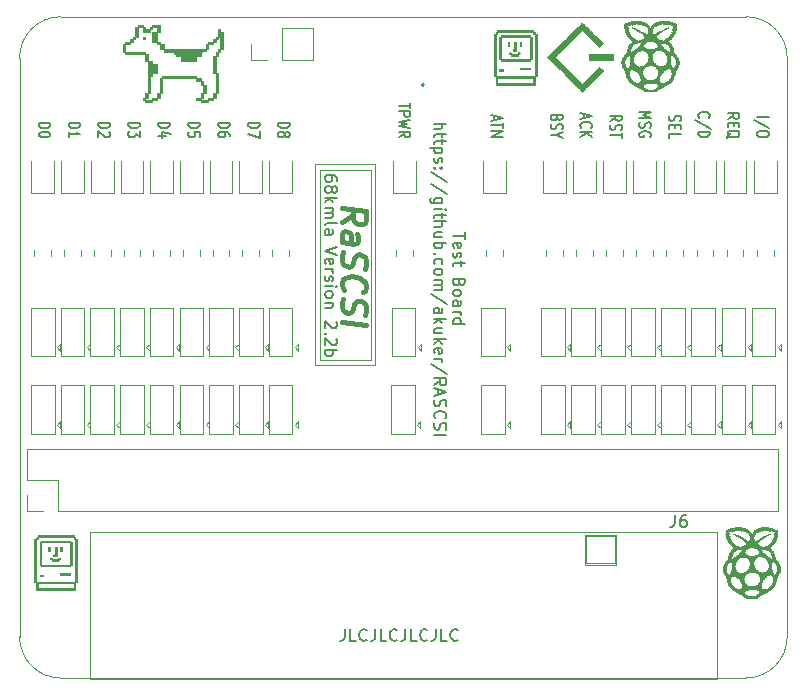
<source format=gbr>
%TF.GenerationSoftware,KiCad,Pcbnew,(5.1.4)-1*%
%TF.CreationDate,2020-08-22T19:58:44-05:00*%
%TF.ProjectId,rascsi_tester,72617363-7369-45f7-9465-737465722e6b,rev?*%
%TF.SameCoordinates,PX59d60c0PY325aa00*%
%TF.FileFunction,Legend,Top*%
%TF.FilePolarity,Positive*%
%FSLAX46Y46*%
G04 Gerber Fmt 4.6, Leading zero omitted, Abs format (unit mm)*
G04 Created by KiCad (PCBNEW (5.1.4)-1) date 2020-08-22 19:58:44*
%MOMM*%
%LPD*%
G04 APERTURE LIST*
%ADD10C,0.150000*%
%ADD11C,0.120000*%
%ADD12C,0.400000*%
%ADD13C,0.050000*%
%ADD14C,0.200000*%
%ADD15C,0.100000*%
%ADD16C,0.010000*%
G04 APERTURE END LIST*
D10*
X107835352Y-41546780D02*
X107835352Y-42261066D01*
X107787733Y-42403923D01*
X107692495Y-42499161D01*
X107549638Y-42546780D01*
X107454400Y-42546780D01*
X108787733Y-42546780D02*
X108311542Y-42546780D01*
X108311542Y-41546780D01*
X109692495Y-42451542D02*
X109644876Y-42499161D01*
X109502019Y-42546780D01*
X109406780Y-42546780D01*
X109263923Y-42499161D01*
X109168685Y-42403923D01*
X109121066Y-42308685D01*
X109073447Y-42118209D01*
X109073447Y-41975352D01*
X109121066Y-41784876D01*
X109168685Y-41689638D01*
X109263923Y-41594400D01*
X109406780Y-41546780D01*
X109502019Y-41546780D01*
X109644876Y-41594400D01*
X109692495Y-41642019D01*
X110406780Y-41546780D02*
X110406780Y-42261066D01*
X110359161Y-42403923D01*
X110263923Y-42499161D01*
X110121066Y-42546780D01*
X110025828Y-42546780D01*
X111359161Y-42546780D02*
X110882971Y-42546780D01*
X110882971Y-41546780D01*
X112263923Y-42451542D02*
X112216304Y-42499161D01*
X112073447Y-42546780D01*
X111978209Y-42546780D01*
X111835352Y-42499161D01*
X111740114Y-42403923D01*
X111692495Y-42308685D01*
X111644876Y-42118209D01*
X111644876Y-41975352D01*
X111692495Y-41784876D01*
X111740114Y-41689638D01*
X111835352Y-41594400D01*
X111978209Y-41546780D01*
X112073447Y-41546780D01*
X112216304Y-41594400D01*
X112263923Y-41642019D01*
X112978209Y-41546780D02*
X112978209Y-42261066D01*
X112930590Y-42403923D01*
X112835352Y-42499161D01*
X112692495Y-42546780D01*
X112597257Y-42546780D01*
X113930590Y-42546780D02*
X113454400Y-42546780D01*
X113454400Y-41546780D01*
X114835352Y-42451542D02*
X114787733Y-42499161D01*
X114644876Y-42546780D01*
X114549638Y-42546780D01*
X114406780Y-42499161D01*
X114311542Y-42403923D01*
X114263923Y-42308685D01*
X114216304Y-42118209D01*
X114216304Y-41975352D01*
X114263923Y-41784876D01*
X114311542Y-41689638D01*
X114406780Y-41594400D01*
X114549638Y-41546780D01*
X114644876Y-41546780D01*
X114787733Y-41594400D01*
X114835352Y-41642019D01*
X115549638Y-41546780D02*
X115549638Y-42261066D01*
X115502019Y-42403923D01*
X115406780Y-42499161D01*
X115263923Y-42546780D01*
X115168685Y-42546780D01*
X116502019Y-42546780D02*
X116025828Y-42546780D01*
X116025828Y-41546780D01*
X117406780Y-42451542D02*
X117359161Y-42499161D01*
X117216304Y-42546780D01*
X117121066Y-42546780D01*
X116978209Y-42499161D01*
X116882971Y-42403923D01*
X116835352Y-42308685D01*
X116787733Y-42118209D01*
X116787733Y-41975352D01*
X116835352Y-41784876D01*
X116882971Y-41689638D01*
X116978209Y-41594400D01*
X117121066Y-41546780D01*
X117216304Y-41546780D01*
X117359161Y-41594400D01*
X117406780Y-41642019D01*
X120491933Y1930000D02*
X120491933Y1549048D01*
X120206219Y2006191D02*
X121206219Y1739524D01*
X120206219Y1472857D01*
X121206219Y1320476D02*
X121206219Y863334D01*
X120206219Y1091905D02*
X121206219Y1091905D01*
X120206219Y596667D02*
X121206219Y596667D01*
X120206219Y139524D01*
X121206219Y139524D01*
X125810028Y1739524D02*
X125762409Y1625238D01*
X125714790Y1587143D01*
X125619552Y1549048D01*
X125476695Y1549048D01*
X125381457Y1587143D01*
X125333838Y1625238D01*
X125286219Y1701429D01*
X125286219Y2006191D01*
X126286219Y2006191D01*
X126286219Y1739524D01*
X126238600Y1663334D01*
X126190980Y1625238D01*
X126095742Y1587143D01*
X126000504Y1587143D01*
X125905266Y1625238D01*
X125857647Y1663334D01*
X125810028Y1739524D01*
X125810028Y2006191D01*
X125333838Y1244286D02*
X125286219Y1130000D01*
X125286219Y939524D01*
X125333838Y863334D01*
X125381457Y825238D01*
X125476695Y787143D01*
X125571933Y787143D01*
X125667171Y825238D01*
X125714790Y863334D01*
X125762409Y939524D01*
X125810028Y1091905D01*
X125857647Y1168096D01*
X125905266Y1206191D01*
X126000504Y1244286D01*
X126095742Y1244286D01*
X126190980Y1206191D01*
X126238600Y1168096D01*
X126286219Y1091905D01*
X126286219Y901429D01*
X126238600Y787143D01*
X125762409Y291905D02*
X125286219Y291905D01*
X126286219Y558572D02*
X125762409Y291905D01*
X126286219Y25238D01*
X128066575Y2082381D02*
X128066575Y1701428D01*
X127780861Y2158571D02*
X128780861Y1891904D01*
X127780861Y1625238D01*
X127876099Y901428D02*
X127828480Y939524D01*
X127780861Y1053809D01*
X127780861Y1130000D01*
X127828480Y1244285D01*
X127923718Y1320476D01*
X128018956Y1358571D01*
X128209432Y1396666D01*
X128352289Y1396666D01*
X128542765Y1358571D01*
X128638003Y1320476D01*
X128733242Y1244285D01*
X128780861Y1130000D01*
X128780861Y1053809D01*
X128733242Y939524D01*
X128685622Y901428D01*
X127780861Y558571D02*
X128780861Y558571D01*
X127780861Y101428D02*
X128352289Y444285D01*
X128780861Y101428D02*
X128209432Y558571D01*
X130275503Y1472858D02*
X130751693Y1739524D01*
X130275503Y1930001D02*
X131275503Y1930001D01*
X131275503Y1625239D01*
X131227884Y1549048D01*
X131180264Y1510953D01*
X131085026Y1472858D01*
X130942169Y1472858D01*
X130846931Y1510953D01*
X130799312Y1549048D01*
X130751693Y1625239D01*
X130751693Y1930001D01*
X130323122Y1168096D02*
X130275503Y1053810D01*
X130275503Y863334D01*
X130323122Y787143D01*
X130370741Y749048D01*
X130465979Y710953D01*
X130561217Y710953D01*
X130656455Y749048D01*
X130704074Y787143D01*
X130751693Y863334D01*
X130799312Y1015715D01*
X130846931Y1091905D01*
X130894550Y1130001D01*
X130989788Y1168096D01*
X131085026Y1168096D01*
X131180264Y1130001D01*
X131227884Y1091905D01*
X131275503Y1015715D01*
X131275503Y825239D01*
X131227884Y710953D01*
X131275503Y482382D02*
X131275503Y25239D01*
X130275503Y253810D02*
X131275503Y253810D01*
X132770145Y2234762D02*
X133770145Y2234762D01*
X133055859Y1968095D01*
X133770145Y1701428D01*
X132770145Y1701428D01*
X132817764Y1358571D02*
X132770145Y1244285D01*
X132770145Y1053809D01*
X132817764Y977619D01*
X132865383Y939523D01*
X132960621Y901428D01*
X133055859Y901428D01*
X133151097Y939523D01*
X133198716Y977619D01*
X133246335Y1053809D01*
X133293954Y1206190D01*
X133341573Y1282381D01*
X133389192Y1320476D01*
X133484430Y1358571D01*
X133579668Y1358571D01*
X133674906Y1320476D01*
X133722526Y1282381D01*
X133770145Y1206190D01*
X133770145Y1015714D01*
X133722526Y901428D01*
X133722526Y139523D02*
X133770145Y215714D01*
X133770145Y330000D01*
X133722526Y444285D01*
X133627287Y520476D01*
X133532049Y558571D01*
X133341573Y596666D01*
X133198716Y596666D01*
X133008240Y558571D01*
X132913002Y520476D01*
X132817764Y444285D01*
X132770145Y330000D01*
X132770145Y253809D01*
X132817764Y139523D01*
X132865383Y101428D01*
X133198716Y101428D01*
X133198716Y253809D01*
X135312406Y1930000D02*
X135264787Y1815714D01*
X135264787Y1625238D01*
X135312406Y1549048D01*
X135360025Y1510953D01*
X135455263Y1472857D01*
X135550501Y1472857D01*
X135645739Y1510953D01*
X135693358Y1549048D01*
X135740977Y1625238D01*
X135788596Y1777619D01*
X135836215Y1853810D01*
X135883834Y1891905D01*
X135979072Y1930000D01*
X136074310Y1930000D01*
X136169548Y1891905D01*
X136217168Y1853810D01*
X136264787Y1777619D01*
X136264787Y1587143D01*
X136217168Y1472857D01*
X135788596Y1130000D02*
X135788596Y863334D01*
X135264787Y749048D02*
X135264787Y1130000D01*
X136264787Y1130000D01*
X136264787Y749048D01*
X135264787Y25238D02*
X135264787Y406191D01*
X136264787Y406191D01*
X137854667Y1739524D02*
X137807048Y1777619D01*
X137759429Y1891905D01*
X137759429Y1968095D01*
X137807048Y2082381D01*
X137902286Y2158572D01*
X137997524Y2196667D01*
X138188000Y2234762D01*
X138330857Y2234762D01*
X138521333Y2196667D01*
X138616571Y2158572D01*
X138711810Y2082381D01*
X138759429Y1968095D01*
X138759429Y1891905D01*
X138711810Y1777619D01*
X138664190Y1739524D01*
X138807048Y825238D02*
X137521333Y1510953D01*
X137759429Y558572D02*
X138759429Y558572D01*
X138759429Y368095D01*
X138711810Y253810D01*
X138616571Y177619D01*
X138521333Y139524D01*
X138330857Y101429D01*
X138188000Y101429D01*
X137997524Y139524D01*
X137902286Y177619D01*
X137807048Y253810D01*
X137759429Y368095D01*
X137759429Y558572D01*
X140254071Y1663334D02*
X140730261Y1930000D01*
X140254071Y2120477D02*
X141254071Y2120477D01*
X141254071Y1815715D01*
X141206452Y1739524D01*
X141158832Y1701429D01*
X141063594Y1663334D01*
X140920737Y1663334D01*
X140825499Y1701429D01*
X140777880Y1739524D01*
X140730261Y1815715D01*
X140730261Y2120477D01*
X140777880Y1320477D02*
X140777880Y1053810D01*
X140254071Y939524D02*
X140254071Y1320477D01*
X141254071Y1320477D01*
X141254071Y939524D01*
X140158832Y63334D02*
X140206452Y139524D01*
X140301690Y215715D01*
X140444547Y330000D01*
X140492166Y406191D01*
X140492166Y482381D01*
X140254071Y444286D02*
X140301690Y520477D01*
X140396928Y596667D01*
X140587404Y634762D01*
X140920737Y634762D01*
X141111213Y596667D01*
X141206452Y520477D01*
X141254071Y444286D01*
X141254071Y291905D01*
X141206452Y215715D01*
X141111213Y139524D01*
X140920737Y101429D01*
X140587404Y101429D01*
X140396928Y139524D01*
X140301690Y215715D01*
X140254071Y291905D01*
X140254071Y444286D01*
X142748719Y1815715D02*
X143748719Y1815715D01*
X143796338Y863334D02*
X142510623Y1549048D01*
X143748719Y444286D02*
X143748719Y291905D01*
X143701100Y215715D01*
X143605861Y139524D01*
X143415385Y101429D01*
X143082052Y101429D01*
X142891576Y139524D01*
X142796338Y215715D01*
X142748719Y291905D01*
X142748719Y444286D01*
X142796338Y520477D01*
X142891576Y596667D01*
X143082052Y634762D01*
X143415385Y634762D01*
X143605861Y596667D01*
X143701100Y520477D01*
X143748719Y444286D01*
X81915719Y1320477D02*
X82915719Y1320477D01*
X82915719Y1130000D01*
X82868100Y1015715D01*
X82772861Y939524D01*
X82677623Y901429D01*
X82487147Y863334D01*
X82344290Y863334D01*
X82153814Y901429D01*
X82058576Y939524D01*
X81963338Y1015715D01*
X81915719Y1130000D01*
X81915719Y1320477D01*
X82915719Y368096D02*
X82915719Y291905D01*
X82868100Y215715D01*
X82820480Y177620D01*
X82725242Y139524D01*
X82534766Y101429D01*
X82296671Y101429D01*
X82106195Y139524D01*
X82010957Y177620D01*
X81963338Y215715D01*
X81915719Y291905D01*
X81915719Y368096D01*
X81963338Y444286D01*
X82010957Y482381D01*
X82106195Y520477D01*
X82296671Y558572D01*
X82534766Y558572D01*
X82725242Y520477D01*
X82820480Y482381D01*
X82868100Y444286D01*
X82915719Y368096D01*
X84447781Y1320477D02*
X85447781Y1320477D01*
X85447781Y1130000D01*
X85400162Y1015715D01*
X85304923Y939524D01*
X85209685Y901429D01*
X85019209Y863334D01*
X84876352Y863334D01*
X84685876Y901429D01*
X84590638Y939524D01*
X84495400Y1015715D01*
X84447781Y1130000D01*
X84447781Y1320477D01*
X84447781Y101429D02*
X84447781Y558572D01*
X84447781Y330000D02*
X85447781Y330000D01*
X85304923Y406191D01*
X85209685Y482381D01*
X85162066Y558572D01*
X86979843Y1320477D02*
X87979843Y1320477D01*
X87979843Y1130000D01*
X87932224Y1015715D01*
X87836985Y939524D01*
X87741747Y901429D01*
X87551271Y863334D01*
X87408414Y863334D01*
X87217938Y901429D01*
X87122700Y939524D01*
X87027462Y1015715D01*
X86979843Y1130000D01*
X86979843Y1320477D01*
X87884604Y558572D02*
X87932224Y520477D01*
X87979843Y444286D01*
X87979843Y253810D01*
X87932224Y177620D01*
X87884604Y139524D01*
X87789366Y101429D01*
X87694128Y101429D01*
X87551271Y139524D01*
X86979843Y596667D01*
X86979843Y101429D01*
X89511905Y1320477D02*
X90511905Y1320477D01*
X90511905Y1130000D01*
X90464286Y1015715D01*
X90369047Y939524D01*
X90273809Y901429D01*
X90083333Y863334D01*
X89940476Y863334D01*
X89750000Y901429D01*
X89654762Y939524D01*
X89559524Y1015715D01*
X89511905Y1130000D01*
X89511905Y1320477D01*
X90511905Y596667D02*
X90511905Y101429D01*
X90130952Y368096D01*
X90130952Y253810D01*
X90083333Y177620D01*
X90035714Y139524D01*
X89940476Y101429D01*
X89702381Y101429D01*
X89607143Y139524D01*
X89559524Y177620D01*
X89511905Y253810D01*
X89511905Y482381D01*
X89559524Y558572D01*
X89607143Y596667D01*
X92043967Y1320477D02*
X93043967Y1320477D01*
X93043967Y1130000D01*
X92996348Y1015715D01*
X92901109Y939524D01*
X92805871Y901429D01*
X92615395Y863334D01*
X92472538Y863334D01*
X92282062Y901429D01*
X92186824Y939524D01*
X92091586Y1015715D01*
X92043967Y1130000D01*
X92043967Y1320477D01*
X92710633Y177620D02*
X92043967Y177620D01*
X93091586Y368096D02*
X92377300Y558572D01*
X92377300Y63334D01*
X94576029Y1320477D02*
X95576029Y1320477D01*
X95576029Y1130000D01*
X95528410Y1015715D01*
X95433171Y939524D01*
X95337933Y901429D01*
X95147457Y863334D01*
X95004600Y863334D01*
X94814124Y901429D01*
X94718886Y939524D01*
X94623648Y1015715D01*
X94576029Y1130000D01*
X94576029Y1320477D01*
X95576029Y139524D02*
X95576029Y520477D01*
X95099838Y558572D01*
X95147457Y520477D01*
X95195076Y444286D01*
X95195076Y253810D01*
X95147457Y177620D01*
X95099838Y139524D01*
X95004600Y101429D01*
X94766505Y101429D01*
X94671267Y139524D01*
X94623648Y177620D01*
X94576029Y253810D01*
X94576029Y444286D01*
X94623648Y520477D01*
X94671267Y558572D01*
X97108091Y1320477D02*
X98108091Y1320477D01*
X98108091Y1130000D01*
X98060472Y1015715D01*
X97965233Y939524D01*
X97869995Y901429D01*
X97679519Y863334D01*
X97536662Y863334D01*
X97346186Y901429D01*
X97250948Y939524D01*
X97155710Y1015715D01*
X97108091Y1130000D01*
X97108091Y1320477D01*
X98108091Y177620D02*
X98108091Y330000D01*
X98060472Y406191D01*
X98012852Y444286D01*
X97869995Y520477D01*
X97679519Y558572D01*
X97298567Y558572D01*
X97203329Y520477D01*
X97155710Y482381D01*
X97108091Y406191D01*
X97108091Y253810D01*
X97155710Y177620D01*
X97203329Y139524D01*
X97298567Y101429D01*
X97536662Y101429D01*
X97631900Y139524D01*
X97679519Y177620D01*
X97727138Y253810D01*
X97727138Y406191D01*
X97679519Y482381D01*
X97631900Y520477D01*
X97536662Y558572D01*
X99640153Y1320477D02*
X100640153Y1320477D01*
X100640153Y1130000D01*
X100592534Y1015715D01*
X100497295Y939524D01*
X100402057Y901429D01*
X100211581Y863334D01*
X100068724Y863334D01*
X99878248Y901429D01*
X99783010Y939524D01*
X99687772Y1015715D01*
X99640153Y1130000D01*
X99640153Y1320477D01*
X100640153Y596667D02*
X100640153Y63334D01*
X99640153Y406191D01*
X102172219Y1320477D02*
X103172219Y1320477D01*
X103172219Y1130000D01*
X103124600Y1015715D01*
X103029361Y939524D01*
X102934123Y901429D01*
X102743647Y863334D01*
X102600790Y863334D01*
X102410314Y901429D01*
X102315076Y939524D01*
X102219838Y1015715D01*
X102172219Y1130000D01*
X102172219Y1320477D01*
X102743647Y406191D02*
X102791266Y482381D01*
X102838885Y520477D01*
X102934123Y558572D01*
X102981742Y558572D01*
X103076980Y520477D01*
X103124600Y482381D01*
X103172219Y406191D01*
X103172219Y253810D01*
X103124600Y177620D01*
X103076980Y139524D01*
X102981742Y101429D01*
X102934123Y101429D01*
X102838885Y139524D01*
X102791266Y177620D01*
X102743647Y253810D01*
X102743647Y406191D01*
X102696028Y482381D01*
X102648409Y520477D01*
X102553171Y558572D01*
X102362695Y558572D01*
X102267457Y520477D01*
X102219838Y482381D01*
X102172219Y406191D01*
X102172219Y253810D01*
X102219838Y177620D01*
X102267457Y139524D01*
X102362695Y101429D01*
X102553171Y101429D01*
X102648409Y139524D01*
X102696028Y177620D01*
X102743647Y253810D01*
X113395719Y2996667D02*
X113395719Y2539524D01*
X112395719Y2768095D02*
X113395719Y2768095D01*
X112395719Y2272857D02*
X113395719Y2272857D01*
X113395719Y1968095D01*
X113348100Y1891905D01*
X113300480Y1853810D01*
X113205242Y1815714D01*
X113062385Y1815714D01*
X112967147Y1853810D01*
X112919528Y1891905D01*
X112871909Y1968095D01*
X112871909Y2272857D01*
X113395719Y1549048D02*
X112395719Y1358572D01*
X113110004Y1206191D01*
X112395719Y1053810D01*
X113395719Y863333D01*
X112395719Y101429D02*
X112871909Y368095D01*
X112395719Y558572D02*
X113395719Y558572D01*
X113395719Y253810D01*
X113348100Y177619D01*
X113300480Y139524D01*
X113205242Y101429D01*
X113062385Y101429D01*
X112967147Y139524D01*
X112919528Y177619D01*
X112871909Y253810D01*
X112871909Y558572D01*
X135793866Y-31894780D02*
X135793866Y-32609066D01*
X135746247Y-32751923D01*
X135651009Y-32847161D01*
X135508152Y-32894780D01*
X135412914Y-32894780D01*
X136698628Y-31894780D02*
X136508152Y-31894780D01*
X136412914Y-31942400D01*
X136365295Y-31990019D01*
X136270057Y-32132876D01*
X136222438Y-32323352D01*
X136222438Y-32704304D01*
X136270057Y-32799542D01*
X136317676Y-32847161D01*
X136412914Y-32894780D01*
X136603390Y-32894780D01*
X136698628Y-32847161D01*
X136746247Y-32799542D01*
X136793866Y-32704304D01*
X136793866Y-32466209D01*
X136746247Y-32370971D01*
X136698628Y-32323352D01*
X136603390Y-32275733D01*
X136412914Y-32275733D01*
X136317676Y-32323352D01*
X136270057Y-32370971D01*
X136222438Y-32466209D01*
X115418319Y1247467D02*
X116418319Y1247467D01*
X115418319Y818896D02*
X115942128Y818896D01*
X116037366Y866515D01*
X116084985Y961753D01*
X116084985Y1104610D01*
X116037366Y1199848D01*
X115989747Y1247467D01*
X116084985Y485562D02*
X116084985Y104610D01*
X116418319Y342705D02*
X115561176Y342705D01*
X115465938Y295086D01*
X115418319Y199848D01*
X115418319Y104610D01*
X116084985Y-85866D02*
X116084985Y-466819D01*
X116418319Y-228723D02*
X115561176Y-228723D01*
X115465938Y-276342D01*
X115418319Y-371580D01*
X115418319Y-466819D01*
X116084985Y-800152D02*
X115084985Y-800152D01*
X116037366Y-800152D02*
X116084985Y-895390D01*
X116084985Y-1085866D01*
X116037366Y-1181104D01*
X115989747Y-1228723D01*
X115894509Y-1276342D01*
X115608795Y-1276342D01*
X115513557Y-1228723D01*
X115465938Y-1181104D01*
X115418319Y-1085866D01*
X115418319Y-895390D01*
X115465938Y-800152D01*
X115465938Y-1657295D02*
X115418319Y-1752533D01*
X115418319Y-1943009D01*
X115465938Y-2038247D01*
X115561176Y-2085866D01*
X115608795Y-2085866D01*
X115704033Y-2038247D01*
X115751652Y-1943009D01*
X115751652Y-1800152D01*
X115799271Y-1704914D01*
X115894509Y-1657295D01*
X115942128Y-1657295D01*
X116037366Y-1704914D01*
X116084985Y-1800152D01*
X116084985Y-1943009D01*
X116037366Y-2038247D01*
X115513557Y-2514438D02*
X115465938Y-2562057D01*
X115418319Y-2514438D01*
X115465938Y-2466819D01*
X115513557Y-2514438D01*
X115418319Y-2514438D01*
X116037366Y-2514438D02*
X115989747Y-2562057D01*
X115942128Y-2514438D01*
X115989747Y-2466819D01*
X116037366Y-2514438D01*
X115942128Y-2514438D01*
X116465938Y-3704914D02*
X115180223Y-2847771D01*
X116465938Y-4752533D02*
X115180223Y-3895390D01*
X116084985Y-5514438D02*
X115275461Y-5514438D01*
X115180223Y-5466819D01*
X115132604Y-5419200D01*
X115084985Y-5323961D01*
X115084985Y-5181104D01*
X115132604Y-5085866D01*
X115465938Y-5514438D02*
X115418319Y-5419200D01*
X115418319Y-5228723D01*
X115465938Y-5133485D01*
X115513557Y-5085866D01*
X115608795Y-5038247D01*
X115894509Y-5038247D01*
X115989747Y-5085866D01*
X116037366Y-5133485D01*
X116084985Y-5228723D01*
X116084985Y-5419200D01*
X116037366Y-5514438D01*
X115418319Y-5990628D02*
X116084985Y-5990628D01*
X116418319Y-5990628D02*
X116370700Y-5943009D01*
X116323080Y-5990628D01*
X116370700Y-6038247D01*
X116418319Y-5990628D01*
X116323080Y-5990628D01*
X116084985Y-6323961D02*
X116084985Y-6704914D01*
X116418319Y-6466819D02*
X115561176Y-6466819D01*
X115465938Y-6514438D01*
X115418319Y-6609676D01*
X115418319Y-6704914D01*
X115418319Y-7038247D02*
X116418319Y-7038247D01*
X115418319Y-7466819D02*
X115942128Y-7466819D01*
X116037366Y-7419200D01*
X116084985Y-7323961D01*
X116084985Y-7181104D01*
X116037366Y-7085866D01*
X115989747Y-7038247D01*
X116084985Y-8371580D02*
X115418319Y-8371580D01*
X116084985Y-7943009D02*
X115561176Y-7943009D01*
X115465938Y-7990628D01*
X115418319Y-8085866D01*
X115418319Y-8228723D01*
X115465938Y-8323961D01*
X115513557Y-8371580D01*
X115418319Y-8847771D02*
X116418319Y-8847771D01*
X116037366Y-8847771D02*
X116084985Y-8943009D01*
X116084985Y-9133485D01*
X116037366Y-9228723D01*
X115989747Y-9276342D01*
X115894509Y-9323961D01*
X115608795Y-9323961D01*
X115513557Y-9276342D01*
X115465938Y-9228723D01*
X115418319Y-9133485D01*
X115418319Y-8943009D01*
X115465938Y-8847771D01*
X115513557Y-9752533D02*
X115465938Y-9800152D01*
X115418319Y-9752533D01*
X115465938Y-9704914D01*
X115513557Y-9752533D01*
X115418319Y-9752533D01*
X115465938Y-10657295D02*
X115418319Y-10562057D01*
X115418319Y-10371580D01*
X115465938Y-10276342D01*
X115513557Y-10228723D01*
X115608795Y-10181104D01*
X115894509Y-10181104D01*
X115989747Y-10228723D01*
X116037366Y-10276342D01*
X116084985Y-10371580D01*
X116084985Y-10562057D01*
X116037366Y-10657295D01*
X115418319Y-11228723D02*
X115465938Y-11133485D01*
X115513557Y-11085866D01*
X115608795Y-11038247D01*
X115894509Y-11038247D01*
X115989747Y-11085866D01*
X116037366Y-11133485D01*
X116084985Y-11228723D01*
X116084985Y-11371580D01*
X116037366Y-11466819D01*
X115989747Y-11514438D01*
X115894509Y-11562057D01*
X115608795Y-11562057D01*
X115513557Y-11514438D01*
X115465938Y-11466819D01*
X115418319Y-11371580D01*
X115418319Y-11228723D01*
X115418319Y-11990628D02*
X116084985Y-11990628D01*
X115989747Y-11990628D02*
X116037366Y-12038247D01*
X116084985Y-12133485D01*
X116084985Y-12276342D01*
X116037366Y-12371580D01*
X115942128Y-12419200D01*
X115418319Y-12419200D01*
X115942128Y-12419200D02*
X116037366Y-12466819D01*
X116084985Y-12562057D01*
X116084985Y-12704914D01*
X116037366Y-12800152D01*
X115942128Y-12847771D01*
X115418319Y-12847771D01*
X116465938Y-14038247D02*
X115180223Y-13181104D01*
X115418319Y-14800152D02*
X115942128Y-14800152D01*
X116037366Y-14752533D01*
X116084985Y-14657295D01*
X116084985Y-14466819D01*
X116037366Y-14371580D01*
X115465938Y-14800152D02*
X115418319Y-14704914D01*
X115418319Y-14466819D01*
X115465938Y-14371580D01*
X115561176Y-14323961D01*
X115656414Y-14323961D01*
X115751652Y-14371580D01*
X115799271Y-14466819D01*
X115799271Y-14704914D01*
X115846890Y-14800152D01*
X115418319Y-15276342D02*
X116418319Y-15276342D01*
X115799271Y-15371580D02*
X115418319Y-15657295D01*
X116084985Y-15657295D02*
X115704033Y-15276342D01*
X116084985Y-16514438D02*
X115418319Y-16514438D01*
X116084985Y-16085866D02*
X115561176Y-16085866D01*
X115465938Y-16133485D01*
X115418319Y-16228723D01*
X115418319Y-16371580D01*
X115465938Y-16466819D01*
X115513557Y-16514438D01*
X115418319Y-16990628D02*
X116418319Y-16990628D01*
X115799271Y-17085866D02*
X115418319Y-17371580D01*
X116084985Y-17371580D02*
X115704033Y-16990628D01*
X115465938Y-18181104D02*
X115418319Y-18085866D01*
X115418319Y-17895390D01*
X115465938Y-17800152D01*
X115561176Y-17752533D01*
X115942128Y-17752533D01*
X116037366Y-17800152D01*
X116084985Y-17895390D01*
X116084985Y-18085866D01*
X116037366Y-18181104D01*
X115942128Y-18228723D01*
X115846890Y-18228723D01*
X115751652Y-17752533D01*
X115418319Y-18657295D02*
X116084985Y-18657295D01*
X115894509Y-18657295D02*
X115989747Y-18704914D01*
X116037366Y-18752533D01*
X116084985Y-18847771D01*
X116084985Y-18943009D01*
X116465938Y-19990628D02*
X115180223Y-19133485D01*
X115418319Y-20895390D02*
X115894509Y-20562057D01*
X115418319Y-20323961D02*
X116418319Y-20323961D01*
X116418319Y-20704914D01*
X116370700Y-20800152D01*
X116323080Y-20847771D01*
X116227842Y-20895390D01*
X116084985Y-20895390D01*
X115989747Y-20847771D01*
X115942128Y-20800152D01*
X115894509Y-20704914D01*
X115894509Y-20323961D01*
X115704033Y-21276342D02*
X115704033Y-21752533D01*
X115418319Y-21181104D02*
X116418319Y-21514438D01*
X115418319Y-21847771D01*
X115465938Y-22133485D02*
X115418319Y-22276342D01*
X115418319Y-22514438D01*
X115465938Y-22609676D01*
X115513557Y-22657295D01*
X115608795Y-22704914D01*
X115704033Y-22704914D01*
X115799271Y-22657295D01*
X115846890Y-22609676D01*
X115894509Y-22514438D01*
X115942128Y-22323961D01*
X115989747Y-22228723D01*
X116037366Y-22181104D01*
X116132604Y-22133485D01*
X116227842Y-22133485D01*
X116323080Y-22181104D01*
X116370700Y-22228723D01*
X116418319Y-22323961D01*
X116418319Y-22562057D01*
X116370700Y-22704914D01*
X115513557Y-23704914D02*
X115465938Y-23657295D01*
X115418319Y-23514438D01*
X115418319Y-23419200D01*
X115465938Y-23276342D01*
X115561176Y-23181104D01*
X115656414Y-23133485D01*
X115846890Y-23085866D01*
X115989747Y-23085866D01*
X116180223Y-23133485D01*
X116275461Y-23181104D01*
X116370700Y-23276342D01*
X116418319Y-23419200D01*
X116418319Y-23514438D01*
X116370700Y-23657295D01*
X116323080Y-23704914D01*
X115465938Y-24085866D02*
X115418319Y-24228723D01*
X115418319Y-24466819D01*
X115465938Y-24562057D01*
X115513557Y-24609676D01*
X115608795Y-24657295D01*
X115704033Y-24657295D01*
X115799271Y-24609676D01*
X115846890Y-24562057D01*
X115894509Y-24466819D01*
X115942128Y-24276342D01*
X115989747Y-24181104D01*
X116037366Y-24133485D01*
X116132604Y-24085866D01*
X116227842Y-24085866D01*
X116323080Y-24133485D01*
X116370700Y-24181104D01*
X116418319Y-24276342D01*
X116418319Y-24514438D01*
X116370700Y-24657295D01*
X115418319Y-25085866D02*
X116418319Y-25085866D01*
D11*
X128304000Y-35973000D02*
X128304000Y-33687000D01*
X130717000Y-35973000D02*
X128304000Y-35973000D01*
X130717000Y-33687000D02*
X130717000Y-35973000D01*
X128304000Y-33687000D02*
X130717000Y-33687000D01*
X128177000Y-36100000D02*
X128177000Y-33560000D01*
X130844000Y-36100000D02*
X128177000Y-36100000D01*
X130844000Y-33560000D02*
X130844000Y-36100000D01*
X128177000Y-33560000D02*
X130844000Y-33560000D01*
X139353000Y-33306000D02*
X86267000Y-33306000D01*
X139353000Y-45752000D02*
X139353000Y-33306000D01*
X86267000Y-45752000D02*
X139353000Y-45752000D01*
X86267000Y-33306000D02*
X86267000Y-45752000D01*
D10*
X118005819Y-7966819D02*
X118005819Y-8538247D01*
X117005819Y-8252533D02*
X118005819Y-8252533D01*
X117053438Y-9252533D02*
X117005819Y-9157295D01*
X117005819Y-8966819D01*
X117053438Y-8871580D01*
X117148676Y-8823961D01*
X117529628Y-8823961D01*
X117624866Y-8871580D01*
X117672485Y-8966819D01*
X117672485Y-9157295D01*
X117624866Y-9252533D01*
X117529628Y-9300152D01*
X117434390Y-9300152D01*
X117339152Y-8823961D01*
X117053438Y-9681104D02*
X117005819Y-9776342D01*
X117005819Y-9966819D01*
X117053438Y-10062057D01*
X117148676Y-10109676D01*
X117196295Y-10109676D01*
X117291533Y-10062057D01*
X117339152Y-9966819D01*
X117339152Y-9823961D01*
X117386771Y-9728723D01*
X117482009Y-9681104D01*
X117529628Y-9681104D01*
X117624866Y-9728723D01*
X117672485Y-9823961D01*
X117672485Y-9966819D01*
X117624866Y-10062057D01*
X117672485Y-10395390D02*
X117672485Y-10776342D01*
X118005819Y-10538247D02*
X117148676Y-10538247D01*
X117053438Y-10585866D01*
X117005819Y-10681104D01*
X117005819Y-10776342D01*
X117529628Y-12204914D02*
X117482009Y-12347771D01*
X117434390Y-12395390D01*
X117339152Y-12443009D01*
X117196295Y-12443009D01*
X117101057Y-12395390D01*
X117053438Y-12347771D01*
X117005819Y-12252533D01*
X117005819Y-11871580D01*
X118005819Y-11871580D01*
X118005819Y-12204914D01*
X117958200Y-12300152D01*
X117910580Y-12347771D01*
X117815342Y-12395390D01*
X117720104Y-12395390D01*
X117624866Y-12347771D01*
X117577247Y-12300152D01*
X117529628Y-12204914D01*
X117529628Y-11871580D01*
X117005819Y-13014438D02*
X117053438Y-12919200D01*
X117101057Y-12871580D01*
X117196295Y-12823961D01*
X117482009Y-12823961D01*
X117577247Y-12871580D01*
X117624866Y-12919200D01*
X117672485Y-13014438D01*
X117672485Y-13157295D01*
X117624866Y-13252533D01*
X117577247Y-13300152D01*
X117482009Y-13347771D01*
X117196295Y-13347771D01*
X117101057Y-13300152D01*
X117053438Y-13252533D01*
X117005819Y-13157295D01*
X117005819Y-13014438D01*
X117005819Y-14204914D02*
X117529628Y-14204914D01*
X117624866Y-14157295D01*
X117672485Y-14062057D01*
X117672485Y-13871580D01*
X117624866Y-13776342D01*
X117053438Y-14204914D02*
X117005819Y-14109676D01*
X117005819Y-13871580D01*
X117053438Y-13776342D01*
X117148676Y-13728723D01*
X117243914Y-13728723D01*
X117339152Y-13776342D01*
X117386771Y-13871580D01*
X117386771Y-14109676D01*
X117434390Y-14204914D01*
X117005819Y-14681104D02*
X117672485Y-14681104D01*
X117482009Y-14681104D02*
X117577247Y-14728723D01*
X117624866Y-14776342D01*
X117672485Y-14871580D01*
X117672485Y-14966819D01*
X117005819Y-15728723D02*
X118005819Y-15728723D01*
X117053438Y-15728723D02*
X117005819Y-15633485D01*
X117005819Y-15443009D01*
X117053438Y-15347771D01*
X117101057Y-15300152D01*
X117196295Y-15252533D01*
X117482009Y-15252533D01*
X117577247Y-15300152D01*
X117624866Y-15347771D01*
X117672485Y-15443009D01*
X117672485Y-15633485D01*
X117624866Y-15728723D01*
D11*
X105342600Y-2192900D02*
X110422600Y-2192900D01*
X105342600Y-19147400D02*
X105342600Y-2192900D01*
X110422600Y-19210900D02*
X105342600Y-19210900D01*
X105723600Y-2700900D02*
X105977600Y-2700900D01*
X105723600Y-2764400D02*
X105723600Y-2700900D01*
X110422600Y-19210900D02*
X110422600Y-2192900D01*
X110041600Y-2700900D02*
X105787100Y-2700900D01*
X110041600Y-18766400D02*
X110041600Y-2700900D01*
X105723600Y-18766400D02*
X110041600Y-18766400D01*
X105723600Y-2764400D02*
X105723600Y-18766400D01*
D10*
X107160219Y-3574923D02*
X107160219Y-3384447D01*
X107112600Y-3289209D01*
X107064980Y-3241590D01*
X106922123Y-3146352D01*
X106731647Y-3098733D01*
X106350695Y-3098733D01*
X106255457Y-3146352D01*
X106207838Y-3193971D01*
X106160219Y-3289209D01*
X106160219Y-3479685D01*
X106207838Y-3574923D01*
X106255457Y-3622542D01*
X106350695Y-3670161D01*
X106588790Y-3670161D01*
X106684028Y-3622542D01*
X106731647Y-3574923D01*
X106779266Y-3479685D01*
X106779266Y-3289209D01*
X106731647Y-3193971D01*
X106684028Y-3146352D01*
X106588790Y-3098733D01*
X106731647Y-4241590D02*
X106779266Y-4146352D01*
X106826885Y-4098733D01*
X106922123Y-4051114D01*
X106969742Y-4051114D01*
X107064980Y-4098733D01*
X107112600Y-4146352D01*
X107160219Y-4241590D01*
X107160219Y-4432066D01*
X107112600Y-4527304D01*
X107064980Y-4574923D01*
X106969742Y-4622542D01*
X106922123Y-4622542D01*
X106826885Y-4574923D01*
X106779266Y-4527304D01*
X106731647Y-4432066D01*
X106731647Y-4241590D01*
X106684028Y-4146352D01*
X106636409Y-4098733D01*
X106541171Y-4051114D01*
X106350695Y-4051114D01*
X106255457Y-4098733D01*
X106207838Y-4146352D01*
X106160219Y-4241590D01*
X106160219Y-4432066D01*
X106207838Y-4527304D01*
X106255457Y-4574923D01*
X106350695Y-4622542D01*
X106541171Y-4622542D01*
X106636409Y-4574923D01*
X106684028Y-4527304D01*
X106731647Y-4432066D01*
X106160219Y-5051114D02*
X107160219Y-5051114D01*
X106541171Y-5146352D02*
X106160219Y-5432066D01*
X106826885Y-5432066D02*
X106445933Y-5051114D01*
X106160219Y-5860638D02*
X106826885Y-5860638D01*
X106731647Y-5860638D02*
X106779266Y-5908257D01*
X106826885Y-6003495D01*
X106826885Y-6146352D01*
X106779266Y-6241590D01*
X106684028Y-6289209D01*
X106160219Y-6289209D01*
X106684028Y-6289209D02*
X106779266Y-6336828D01*
X106826885Y-6432066D01*
X106826885Y-6574923D01*
X106779266Y-6670161D01*
X106684028Y-6717780D01*
X106160219Y-6717780D01*
X106160219Y-7336828D02*
X106207838Y-7241590D01*
X106303076Y-7193971D01*
X107160219Y-7193971D01*
X106160219Y-8146352D02*
X106684028Y-8146352D01*
X106779266Y-8098733D01*
X106826885Y-8003495D01*
X106826885Y-7813019D01*
X106779266Y-7717780D01*
X106207838Y-8146352D02*
X106160219Y-8051114D01*
X106160219Y-7813019D01*
X106207838Y-7717780D01*
X106303076Y-7670161D01*
X106398314Y-7670161D01*
X106493552Y-7717780D01*
X106541171Y-7813019D01*
X106541171Y-8051114D01*
X106588790Y-8146352D01*
X107160219Y-9241590D02*
X106160219Y-9574923D01*
X107160219Y-9908257D01*
X106207838Y-10622542D02*
X106160219Y-10527304D01*
X106160219Y-10336828D01*
X106207838Y-10241590D01*
X106303076Y-10193971D01*
X106684028Y-10193971D01*
X106779266Y-10241590D01*
X106826885Y-10336828D01*
X106826885Y-10527304D01*
X106779266Y-10622542D01*
X106684028Y-10670161D01*
X106588790Y-10670161D01*
X106493552Y-10193971D01*
X106160219Y-11098733D02*
X106826885Y-11098733D01*
X106636409Y-11098733D02*
X106731647Y-11146352D01*
X106779266Y-11193971D01*
X106826885Y-11289209D01*
X106826885Y-11384447D01*
X106207838Y-11670161D02*
X106160219Y-11765400D01*
X106160219Y-11955876D01*
X106207838Y-12051114D01*
X106303076Y-12098733D01*
X106350695Y-12098733D01*
X106445933Y-12051114D01*
X106493552Y-11955876D01*
X106493552Y-11813019D01*
X106541171Y-11717780D01*
X106636409Y-11670161D01*
X106684028Y-11670161D01*
X106779266Y-11717780D01*
X106826885Y-11813019D01*
X106826885Y-11955876D01*
X106779266Y-12051114D01*
X106160219Y-12527304D02*
X106826885Y-12527304D01*
X107160219Y-12527304D02*
X107112600Y-12479685D01*
X107064980Y-12527304D01*
X107112600Y-12574923D01*
X107160219Y-12527304D01*
X107064980Y-12527304D01*
X106160219Y-13146352D02*
X106207838Y-13051114D01*
X106255457Y-13003495D01*
X106350695Y-12955876D01*
X106636409Y-12955876D01*
X106731647Y-13003495D01*
X106779266Y-13051114D01*
X106826885Y-13146352D01*
X106826885Y-13289209D01*
X106779266Y-13384447D01*
X106731647Y-13432066D01*
X106636409Y-13479685D01*
X106350695Y-13479685D01*
X106255457Y-13432066D01*
X106207838Y-13384447D01*
X106160219Y-13289209D01*
X106160219Y-13146352D01*
X106826885Y-13908257D02*
X106160219Y-13908257D01*
X106731647Y-13908257D02*
X106779266Y-13955876D01*
X106826885Y-14051114D01*
X106826885Y-14193971D01*
X106779266Y-14289209D01*
X106684028Y-14336828D01*
X106160219Y-14336828D01*
X107064980Y-15527304D02*
X107112600Y-15574923D01*
X107160219Y-15670161D01*
X107160219Y-15908257D01*
X107112600Y-16003495D01*
X107064980Y-16051114D01*
X106969742Y-16098733D01*
X106874504Y-16098733D01*
X106731647Y-16051114D01*
X106160219Y-15479685D01*
X106160219Y-16098733D01*
X106255457Y-16527304D02*
X106207838Y-16574923D01*
X106160219Y-16527304D01*
X106207838Y-16479685D01*
X106255457Y-16527304D01*
X106160219Y-16527304D01*
X107064980Y-16955876D02*
X107112600Y-17003495D01*
X107160219Y-17098733D01*
X107160219Y-17336828D01*
X107112600Y-17432066D01*
X107064980Y-17479685D01*
X106969742Y-17527304D01*
X106874504Y-17527304D01*
X106731647Y-17479685D01*
X106160219Y-16908257D01*
X106160219Y-17527304D01*
X106160219Y-17955876D02*
X107160219Y-17955876D01*
X106779266Y-17955876D02*
X106826885Y-18051114D01*
X106826885Y-18241590D01*
X106779266Y-18336828D01*
X106731647Y-18384447D01*
X106636409Y-18432066D01*
X106350695Y-18432066D01*
X106255457Y-18384447D01*
X106207838Y-18336828D01*
X106160219Y-18241590D01*
X106160219Y-18051114D01*
X106207838Y-17955876D01*
D12*
X107612838Y-7081138D02*
X108565219Y-6533519D01*
X107612838Y-5938280D02*
X109612838Y-6188280D01*
X109612838Y-6950185D01*
X109517600Y-7128757D01*
X109422361Y-7212090D01*
X109231885Y-7283519D01*
X108946171Y-7247804D01*
X108755695Y-7128757D01*
X108660457Y-7021614D01*
X108565219Y-6819233D01*
X108565219Y-6057328D01*
X107612838Y-8795423D02*
X108660457Y-8926376D01*
X108850933Y-8854947D01*
X108946171Y-8676376D01*
X108946171Y-8295423D01*
X108850933Y-8093042D01*
X107708076Y-8807328D02*
X107612838Y-8604947D01*
X107612838Y-8128757D01*
X107708076Y-7950185D01*
X107898552Y-7878757D01*
X108089028Y-7902566D01*
X108279504Y-8021614D01*
X108374742Y-8223995D01*
X108374742Y-8700185D01*
X108469980Y-8902566D01*
X107708076Y-9664471D02*
X107612838Y-9938280D01*
X107612838Y-10414471D01*
X107708076Y-10616852D01*
X107803314Y-10723995D01*
X107993790Y-10843042D01*
X108184266Y-10866852D01*
X108374742Y-10795423D01*
X108469980Y-10712090D01*
X108565219Y-10533519D01*
X108660457Y-10164471D01*
X108755695Y-9985900D01*
X108850933Y-9902566D01*
X109041409Y-9831138D01*
X109231885Y-9854947D01*
X109422361Y-9973995D01*
X109517600Y-10081138D01*
X109612838Y-10283519D01*
X109612838Y-10759709D01*
X109517600Y-11033519D01*
X107803314Y-12819233D02*
X107708076Y-12712090D01*
X107612838Y-12414471D01*
X107612838Y-12223995D01*
X107708076Y-11950185D01*
X107898552Y-11783519D01*
X108089028Y-11712090D01*
X108469980Y-11664471D01*
X108755695Y-11700185D01*
X109136647Y-11843042D01*
X109327123Y-11962090D01*
X109517600Y-12176376D01*
X109612838Y-12473995D01*
X109612838Y-12664471D01*
X109517600Y-12938280D01*
X109422361Y-13021614D01*
X107708076Y-13569233D02*
X107612838Y-13843042D01*
X107612838Y-14319233D01*
X107708076Y-14521614D01*
X107803314Y-14628757D01*
X107993790Y-14747804D01*
X108184266Y-14771614D01*
X108374742Y-14700185D01*
X108469980Y-14616852D01*
X108565219Y-14438280D01*
X108660457Y-14069233D01*
X108755695Y-13890661D01*
X108850933Y-13807328D01*
X109041409Y-13735900D01*
X109231885Y-13759709D01*
X109422361Y-13878757D01*
X109517600Y-13985900D01*
X109612838Y-14188280D01*
X109612838Y-14664471D01*
X109517600Y-14938280D01*
X107612838Y-15557328D02*
X109612838Y-15807328D01*
D13*
X83800000Y-45696000D02*
X141800000Y-45696000D01*
X83800000Y-45696000D02*
G75*
G02X80300000Y-42196000I0J3500000D01*
G01*
X145300000Y-42196000D02*
G75*
G02X141800000Y-45696000I-3500000J0D01*
G01*
X80300000Y6800000D02*
X80300000Y-42196000D01*
X145300000Y6800000D02*
X145300000Y-42196000D01*
X83800000Y10300000D02*
X141800000Y10300000D01*
X80300000Y6800000D02*
G75*
G02X83800000Y10300000I3500000J0D01*
G01*
X141800000Y10300000D02*
G75*
G02X145300000Y6800000I0J-3500000D01*
G01*
D11*
%TO.C,R19*%
X98073622Y-9415922D02*
X98073622Y-9933078D01*
X96653622Y-9415922D02*
X96653622Y-9933078D01*
%TO.C,R18*%
X95557435Y-9415922D02*
X95557435Y-9933078D01*
X94137435Y-9415922D02*
X94137435Y-9933078D01*
%TO.C,R17*%
X113599000Y-9415922D02*
X113599000Y-9933078D01*
X112179000Y-9415922D02*
X112179000Y-9933078D01*
%TO.C,R16*%
X93041248Y-9415922D02*
X93041248Y-9933078D01*
X91621248Y-9415922D02*
X91621248Y-9933078D01*
%TO.C,R15*%
X88008874Y-9415922D02*
X88008874Y-9933078D01*
X86588874Y-9415922D02*
X86588874Y-9933078D01*
%TO.C,R14*%
X103105996Y-9415922D02*
X103105996Y-9933078D01*
X101685996Y-9415922D02*
X101685996Y-9933078D01*
%TO.C,R13*%
X136495284Y-9415922D02*
X136495284Y-9933078D01*
X135075284Y-9415922D02*
X135075284Y-9933078D01*
%TO.C,R12*%
X121219000Y-9415922D02*
X121219000Y-9933078D01*
X119799000Y-9415922D02*
X119799000Y-9933078D01*
%TO.C,R11*%
X139044355Y-9415922D02*
X139044355Y-9933078D01*
X137624355Y-9415922D02*
X137624355Y-9933078D01*
%TO.C,R10*%
X100589809Y-9415922D02*
X100589809Y-9933078D01*
X99169809Y-9415922D02*
X99169809Y-9933078D01*
%TO.C,R9*%
X85492687Y-9415922D02*
X85492687Y-9933078D01*
X84072687Y-9415922D02*
X84072687Y-9933078D01*
%TO.C,R8*%
X90525061Y-9415922D02*
X90525061Y-9933078D01*
X89105061Y-9415922D02*
X89105061Y-9933078D01*
%TO.C,R7*%
X82976500Y-9415922D02*
X82976500Y-9933078D01*
X81556500Y-9415922D02*
X81556500Y-9933078D01*
%TO.C,R6*%
X128848071Y-9415922D02*
X128848071Y-9933078D01*
X127428071Y-9415922D02*
X127428071Y-9933078D01*
%TO.C,R5*%
X131397142Y-9415922D02*
X131397142Y-9933078D01*
X129977142Y-9415922D02*
X129977142Y-9933078D01*
%TO.C,R4*%
X144142500Y-9415922D02*
X144142500Y-9933078D01*
X142722500Y-9415922D02*
X142722500Y-9933078D01*
%TO.C,R3*%
X133946213Y-9415922D02*
X133946213Y-9933078D01*
X132526213Y-9415922D02*
X132526213Y-9933078D01*
%TO.C,R2*%
X141593426Y-9415922D02*
X141593426Y-9933078D01*
X140173426Y-9415922D02*
X140173426Y-9933078D01*
%TO.C,R1*%
X126299000Y-9415922D02*
X126299000Y-9933078D01*
X124879000Y-9415922D02*
X124879000Y-9933078D01*
%TO.C,D19*%
X96403622Y-1939000D02*
X96403622Y-4624000D01*
X96403622Y-4624000D02*
X98323622Y-4624000D01*
X98323622Y-4624000D02*
X98323622Y-1939000D01*
%TO.C,D18*%
X93887435Y-1939000D02*
X93887435Y-4624000D01*
X93887435Y-4624000D02*
X95807435Y-4624000D01*
X95807435Y-4624000D02*
X95807435Y-1939000D01*
%TO.C,D17*%
X111929000Y-1939000D02*
X111929000Y-4624000D01*
X111929000Y-4624000D02*
X113849000Y-4624000D01*
X113849000Y-4624000D02*
X113849000Y-1939000D01*
%TO.C,D16*%
X91371248Y-1939000D02*
X91371248Y-4624000D01*
X91371248Y-4624000D02*
X93291248Y-4624000D01*
X93291248Y-4624000D02*
X93291248Y-1939000D01*
%TO.C,D15*%
X86338874Y-1939000D02*
X86338874Y-4624000D01*
X86338874Y-4624000D02*
X88258874Y-4624000D01*
X88258874Y-4624000D02*
X88258874Y-1939000D01*
%TO.C,D14*%
X101435996Y-1939000D02*
X101435996Y-4624000D01*
X101435996Y-4624000D02*
X103355996Y-4624000D01*
X103355996Y-4624000D02*
X103355996Y-1939000D01*
%TO.C,D13*%
X134825284Y-1939000D02*
X134825284Y-4624000D01*
X134825284Y-4624000D02*
X136745284Y-4624000D01*
X136745284Y-4624000D02*
X136745284Y-1939000D01*
%TO.C,D12*%
X119549000Y-1939000D02*
X119549000Y-4624000D01*
X119549000Y-4624000D02*
X121469000Y-4624000D01*
X121469000Y-4624000D02*
X121469000Y-1939000D01*
%TO.C,D11*%
X137374355Y-1939000D02*
X137374355Y-4624000D01*
X137374355Y-4624000D02*
X139294355Y-4624000D01*
X139294355Y-4624000D02*
X139294355Y-1939000D01*
%TO.C,D10*%
X98919809Y-1939000D02*
X98919809Y-4624000D01*
X98919809Y-4624000D02*
X100839809Y-4624000D01*
X100839809Y-4624000D02*
X100839809Y-1939000D01*
%TO.C,D9*%
X83822687Y-1939000D02*
X83822687Y-4624000D01*
X83822687Y-4624000D02*
X85742687Y-4624000D01*
X85742687Y-4624000D02*
X85742687Y-1939000D01*
%TO.C,D8*%
X88855061Y-1939000D02*
X88855061Y-4624000D01*
X88855061Y-4624000D02*
X90775061Y-4624000D01*
X90775061Y-4624000D02*
X90775061Y-1939000D01*
%TO.C,D7*%
X81306500Y-1939000D02*
X81306500Y-4624000D01*
X81306500Y-4624000D02*
X83226500Y-4624000D01*
X83226500Y-4624000D02*
X83226500Y-1939000D01*
%TO.C,D6*%
X127178071Y-1939000D02*
X127178071Y-4624000D01*
X127178071Y-4624000D02*
X129098071Y-4624000D01*
X129098071Y-4624000D02*
X129098071Y-1939000D01*
%TO.C,D5*%
X129727142Y-1939000D02*
X129727142Y-4624000D01*
X129727142Y-4624000D02*
X131647142Y-4624000D01*
X131647142Y-4624000D02*
X131647142Y-1939000D01*
%TO.C,D4*%
X142472500Y-1939000D02*
X142472500Y-4624000D01*
X142472500Y-4624000D02*
X144392500Y-4624000D01*
X144392500Y-4624000D02*
X144392500Y-1939000D01*
%TO.C,D3*%
X132276213Y-1939000D02*
X132276213Y-4624000D01*
X132276213Y-4624000D02*
X134196213Y-4624000D01*
X134196213Y-4624000D02*
X134196213Y-1939000D01*
%TO.C,D2*%
X139923426Y-1939000D02*
X139923426Y-4624000D01*
X139923426Y-4624000D02*
X141843426Y-4624000D01*
X141843426Y-4624000D02*
X141843426Y-1939000D01*
%TO.C,D1*%
X124629000Y-1939000D02*
X124629000Y-4624000D01*
X124629000Y-4624000D02*
X126549000Y-4624000D01*
X126549000Y-4624000D02*
X126549000Y-1939000D01*
%TO.C,JP19*%
X101079809Y-17690000D02*
X101379809Y-17390000D01*
X101379809Y-17990000D02*
X101379809Y-17390000D01*
X101079809Y-17690000D02*
X101379809Y-17990000D01*
X100879809Y-18440000D02*
X98879809Y-18440000D01*
X100879809Y-14340000D02*
X100879809Y-18440000D01*
X98879809Y-14340000D02*
X100879809Y-14340000D01*
X98879809Y-18440000D02*
X98879809Y-14340000D01*
%TO.C,J2*%
X144556500Y-31524500D02*
X144556500Y-26324500D01*
X83536500Y-31524500D02*
X144556500Y-31524500D01*
X80936500Y-26324500D02*
X144556500Y-26324500D01*
X83536500Y-31524500D02*
X83536500Y-28924500D01*
X83536500Y-28924500D02*
X80936500Y-28924500D01*
X80936500Y-28924500D02*
X80936500Y-26324500D01*
X82266500Y-31524500D02*
X80936500Y-31524500D01*
X80936500Y-31524500D02*
X80936500Y-30194500D01*
D14*
%TO.C,J1*%
X114426500Y4641000D02*
G75*
G02X114426500Y4441000I0J-100000D01*
G01*
X114426500Y4441000D02*
G75*
G02X114426500Y4641000I0J100000D01*
G01*
D15*
X117051500Y10291000D02*
X109052500Y10291000D01*
D14*
X114426500Y4641000D02*
X114426500Y4641000D01*
X114426500Y4441000D02*
X114426500Y4441000D01*
D11*
%TO.C,JP38*%
X98563622Y-24255500D02*
X98863622Y-23955500D01*
X98863622Y-24555500D02*
X98863622Y-23955500D01*
X98563622Y-24255500D02*
X98863622Y-24555500D01*
X98363622Y-25005500D02*
X96363622Y-25005500D01*
X98363622Y-20905500D02*
X98363622Y-25005500D01*
X96363622Y-20905500D02*
X98363622Y-20905500D01*
X96363622Y-25005500D02*
X96363622Y-20905500D01*
%TO.C,JP37*%
X98563622Y-17690000D02*
X98863622Y-17390000D01*
X98863622Y-17990000D02*
X98863622Y-17390000D01*
X98563622Y-17690000D02*
X98863622Y-17990000D01*
X98363622Y-18440000D02*
X96363622Y-18440000D01*
X98363622Y-14340000D02*
X98363622Y-18440000D01*
X96363622Y-14340000D02*
X98363622Y-14340000D01*
X96363622Y-18440000D02*
X96363622Y-14340000D01*
%TO.C,JP36*%
X96047435Y-24255500D02*
X96347435Y-23955500D01*
X96347435Y-24555500D02*
X96347435Y-23955500D01*
X96047435Y-24255500D02*
X96347435Y-24555500D01*
X95847435Y-25005500D02*
X93847435Y-25005500D01*
X95847435Y-20905500D02*
X95847435Y-25005500D01*
X93847435Y-20905500D02*
X95847435Y-20905500D01*
X93847435Y-25005500D02*
X93847435Y-20905500D01*
%TO.C,JP35*%
X96047435Y-17690000D02*
X96347435Y-17390000D01*
X96347435Y-17990000D02*
X96347435Y-17390000D01*
X96047435Y-17690000D02*
X96347435Y-17990000D01*
X95847435Y-18440000D02*
X93847435Y-18440000D01*
X95847435Y-14340000D02*
X95847435Y-18440000D01*
X93847435Y-14340000D02*
X95847435Y-14340000D01*
X93847435Y-18440000D02*
X93847435Y-14340000D01*
%TO.C,JP34*%
X113946500Y-24255500D02*
X114246500Y-23955500D01*
X114246500Y-24555500D02*
X114246500Y-23955500D01*
X113946500Y-24255500D02*
X114246500Y-24555500D01*
X113746500Y-25005500D02*
X111746500Y-25005500D01*
X113746500Y-20905500D02*
X113746500Y-25005500D01*
X111746500Y-20905500D02*
X113746500Y-20905500D01*
X111746500Y-25005500D02*
X111746500Y-20905500D01*
%TO.C,JP33*%
X114010000Y-17690000D02*
X114310000Y-17390000D01*
X114310000Y-17990000D02*
X114310000Y-17390000D01*
X114010000Y-17690000D02*
X114310000Y-17990000D01*
X113810000Y-18440000D02*
X111810000Y-18440000D01*
X113810000Y-14340000D02*
X113810000Y-18440000D01*
X111810000Y-14340000D02*
X113810000Y-14340000D01*
X111810000Y-18440000D02*
X111810000Y-14340000D01*
%TO.C,JP32*%
X93531248Y-24255500D02*
X93831248Y-23955500D01*
X93831248Y-24555500D02*
X93831248Y-23955500D01*
X93531248Y-24255500D02*
X93831248Y-24555500D01*
X93331248Y-25005500D02*
X91331248Y-25005500D01*
X93331248Y-20905500D02*
X93331248Y-25005500D01*
X91331248Y-20905500D02*
X93331248Y-20905500D01*
X91331248Y-25005500D02*
X91331248Y-20905500D01*
%TO.C,JP31*%
X93531248Y-17690000D02*
X93831248Y-17390000D01*
X93831248Y-17990000D02*
X93831248Y-17390000D01*
X93531248Y-17690000D02*
X93831248Y-17990000D01*
X93331248Y-18440000D02*
X91331248Y-18440000D01*
X93331248Y-14340000D02*
X93331248Y-18440000D01*
X91331248Y-14340000D02*
X93331248Y-14340000D01*
X91331248Y-18440000D02*
X91331248Y-14340000D01*
%TO.C,JP30*%
X88498874Y-24255500D02*
X88798874Y-23955500D01*
X88798874Y-24555500D02*
X88798874Y-23955500D01*
X88498874Y-24255500D02*
X88798874Y-24555500D01*
X88298874Y-25005500D02*
X86298874Y-25005500D01*
X88298874Y-20905500D02*
X88298874Y-25005500D01*
X86298874Y-20905500D02*
X88298874Y-20905500D01*
X86298874Y-25005500D02*
X86298874Y-20905500D01*
%TO.C,JP29*%
X88498874Y-17690000D02*
X88798874Y-17390000D01*
X88798874Y-17990000D02*
X88798874Y-17390000D01*
X88498874Y-17690000D02*
X88798874Y-17990000D01*
X88298874Y-18440000D02*
X86298874Y-18440000D01*
X88298874Y-14340000D02*
X88298874Y-18440000D01*
X86298874Y-14340000D02*
X88298874Y-14340000D01*
X86298874Y-18440000D02*
X86298874Y-14340000D01*
%TO.C,JP28*%
X103595996Y-24255500D02*
X103895996Y-23955500D01*
X103895996Y-24555500D02*
X103895996Y-23955500D01*
X103595996Y-24255500D02*
X103895996Y-24555500D01*
X103395996Y-25005500D02*
X101395996Y-25005500D01*
X103395996Y-20905500D02*
X103395996Y-25005500D01*
X101395996Y-20905500D02*
X103395996Y-20905500D01*
X101395996Y-25005500D02*
X101395996Y-20905500D01*
%TO.C,JP27*%
X103595996Y-17690000D02*
X103895996Y-17390000D01*
X103895996Y-17990000D02*
X103895996Y-17390000D01*
X103595996Y-17690000D02*
X103895996Y-17990000D01*
X103395996Y-18440000D02*
X101395996Y-18440000D01*
X103395996Y-14340000D02*
X103395996Y-18440000D01*
X101395996Y-14340000D02*
X103395996Y-14340000D01*
X101395996Y-18440000D02*
X101395996Y-14340000D01*
%TO.C,JP26*%
X136842784Y-24255500D02*
X137142784Y-23955500D01*
X137142784Y-24555500D02*
X137142784Y-23955500D01*
X136842784Y-24255500D02*
X137142784Y-24555500D01*
X136642784Y-25005500D02*
X134642784Y-25005500D01*
X136642784Y-20905500D02*
X136642784Y-25005500D01*
X134642784Y-20905500D02*
X136642784Y-20905500D01*
X134642784Y-25005500D02*
X134642784Y-20905500D01*
%TO.C,JP25*%
X136842784Y-17690000D02*
X137142784Y-17390000D01*
X137142784Y-17990000D02*
X137142784Y-17390000D01*
X136842784Y-17690000D02*
X137142784Y-17990000D01*
X136642784Y-18440000D02*
X134642784Y-18440000D01*
X136642784Y-14340000D02*
X136642784Y-18440000D01*
X134642784Y-14340000D02*
X136642784Y-14340000D01*
X134642784Y-18440000D02*
X134642784Y-14340000D01*
%TO.C,JP24*%
X121566500Y-24255500D02*
X121866500Y-23955500D01*
X121866500Y-24555500D02*
X121866500Y-23955500D01*
X121566500Y-24255500D02*
X121866500Y-24555500D01*
X121366500Y-25005500D02*
X119366500Y-25005500D01*
X121366500Y-20905500D02*
X121366500Y-25005500D01*
X119366500Y-20905500D02*
X121366500Y-20905500D01*
X119366500Y-25005500D02*
X119366500Y-20905500D01*
%TO.C,JP23*%
X121566500Y-17690000D02*
X121866500Y-17390000D01*
X121866500Y-17990000D02*
X121866500Y-17390000D01*
X121566500Y-17690000D02*
X121866500Y-17990000D01*
X121366500Y-18440000D02*
X119366500Y-18440000D01*
X121366500Y-14340000D02*
X121366500Y-18440000D01*
X119366500Y-14340000D02*
X121366500Y-14340000D01*
X119366500Y-18440000D02*
X119366500Y-14340000D01*
%TO.C,JP22*%
X139391855Y-24255500D02*
X139691855Y-23955500D01*
X139691855Y-24555500D02*
X139691855Y-23955500D01*
X139391855Y-24255500D02*
X139691855Y-24555500D01*
X139191855Y-25005500D02*
X137191855Y-25005500D01*
X139191855Y-20905500D02*
X139191855Y-25005500D01*
X137191855Y-20905500D02*
X139191855Y-20905500D01*
X137191855Y-25005500D02*
X137191855Y-20905500D01*
%TO.C,JP21*%
X139391855Y-17690000D02*
X139691855Y-17390000D01*
X139691855Y-17990000D02*
X139691855Y-17390000D01*
X139391855Y-17690000D02*
X139691855Y-17990000D01*
X139191855Y-18440000D02*
X137191855Y-18440000D01*
X139191855Y-14340000D02*
X139191855Y-18440000D01*
X137191855Y-14340000D02*
X139191855Y-14340000D01*
X137191855Y-18440000D02*
X137191855Y-14340000D01*
%TO.C,JP20*%
X101079809Y-24255500D02*
X101379809Y-23955500D01*
X101379809Y-24555500D02*
X101379809Y-23955500D01*
X101079809Y-24255500D02*
X101379809Y-24555500D01*
X100879809Y-25005500D02*
X98879809Y-25005500D01*
X100879809Y-20905500D02*
X100879809Y-25005500D01*
X98879809Y-20905500D02*
X100879809Y-20905500D01*
X98879809Y-25005500D02*
X98879809Y-20905500D01*
%TO.C,JP18*%
X85982687Y-24255500D02*
X86282687Y-23955500D01*
X86282687Y-24555500D02*
X86282687Y-23955500D01*
X85982687Y-24255500D02*
X86282687Y-24555500D01*
X85782687Y-25005500D02*
X83782687Y-25005500D01*
X85782687Y-20905500D02*
X85782687Y-25005500D01*
X83782687Y-20905500D02*
X85782687Y-20905500D01*
X83782687Y-25005500D02*
X83782687Y-20905500D01*
%TO.C,JP17*%
X85982687Y-17690000D02*
X86282687Y-17390000D01*
X86282687Y-17990000D02*
X86282687Y-17390000D01*
X85982687Y-17690000D02*
X86282687Y-17990000D01*
X85782687Y-18440000D02*
X83782687Y-18440000D01*
X85782687Y-14340000D02*
X85782687Y-18440000D01*
X83782687Y-14340000D02*
X85782687Y-14340000D01*
X83782687Y-18440000D02*
X83782687Y-14340000D01*
%TO.C,JP16*%
X91015061Y-24255500D02*
X91315061Y-23955500D01*
X91315061Y-24555500D02*
X91315061Y-23955500D01*
X91015061Y-24255500D02*
X91315061Y-24555500D01*
X90815061Y-25005500D02*
X88815061Y-25005500D01*
X90815061Y-20905500D02*
X90815061Y-25005500D01*
X88815061Y-20905500D02*
X90815061Y-20905500D01*
X88815061Y-25005500D02*
X88815061Y-20905500D01*
%TO.C,JP15*%
X91015061Y-17690000D02*
X91315061Y-17390000D01*
X91315061Y-17990000D02*
X91315061Y-17390000D01*
X91015061Y-17690000D02*
X91315061Y-17990000D01*
X90815061Y-18440000D02*
X88815061Y-18440000D01*
X90815061Y-14340000D02*
X90815061Y-18440000D01*
X88815061Y-14340000D02*
X90815061Y-14340000D01*
X88815061Y-18440000D02*
X88815061Y-14340000D01*
%TO.C,JP14*%
X83466500Y-24255500D02*
X83766500Y-23955500D01*
X83766500Y-24555500D02*
X83766500Y-23955500D01*
X83466500Y-24255500D02*
X83766500Y-24555500D01*
X83266500Y-25005500D02*
X81266500Y-25005500D01*
X83266500Y-20905500D02*
X83266500Y-25005500D01*
X81266500Y-20905500D02*
X83266500Y-20905500D01*
X81266500Y-25005500D02*
X81266500Y-20905500D01*
%TO.C,JP13*%
X83466500Y-17690000D02*
X83766500Y-17390000D01*
X83766500Y-17990000D02*
X83766500Y-17390000D01*
X83466500Y-17690000D02*
X83766500Y-17990000D01*
X83266500Y-18440000D02*
X81266500Y-18440000D01*
X83266500Y-14340000D02*
X83266500Y-18440000D01*
X81266500Y-14340000D02*
X83266500Y-14340000D01*
X81266500Y-18440000D02*
X81266500Y-14340000D01*
%TO.C,JP12*%
X129195571Y-24255500D02*
X129495571Y-23955500D01*
X129495571Y-24555500D02*
X129495571Y-23955500D01*
X129195571Y-24255500D02*
X129495571Y-24555500D01*
X128995571Y-25005500D02*
X126995571Y-25005500D01*
X128995571Y-20905500D02*
X128995571Y-25005500D01*
X126995571Y-20905500D02*
X128995571Y-20905500D01*
X126995571Y-25005500D02*
X126995571Y-20905500D01*
%TO.C,JP11*%
X129195571Y-17690000D02*
X129495571Y-17390000D01*
X129495571Y-17990000D02*
X129495571Y-17390000D01*
X129195571Y-17690000D02*
X129495571Y-17990000D01*
X128995571Y-18440000D02*
X126995571Y-18440000D01*
X128995571Y-14340000D02*
X128995571Y-18440000D01*
X126995571Y-14340000D02*
X128995571Y-14340000D01*
X126995571Y-18440000D02*
X126995571Y-14340000D01*
%TO.C,JP10*%
X131744642Y-24255500D02*
X132044642Y-23955500D01*
X132044642Y-24555500D02*
X132044642Y-23955500D01*
X131744642Y-24255500D02*
X132044642Y-24555500D01*
X131544642Y-25005500D02*
X129544642Y-25005500D01*
X131544642Y-20905500D02*
X131544642Y-25005500D01*
X129544642Y-20905500D02*
X131544642Y-20905500D01*
X129544642Y-25005500D02*
X129544642Y-20905500D01*
%TO.C,JP9*%
X131744642Y-17690000D02*
X132044642Y-17390000D01*
X132044642Y-17990000D02*
X132044642Y-17390000D01*
X131744642Y-17690000D02*
X132044642Y-17990000D01*
X131544642Y-18440000D02*
X129544642Y-18440000D01*
X131544642Y-14340000D02*
X131544642Y-18440000D01*
X129544642Y-14340000D02*
X131544642Y-14340000D01*
X129544642Y-18440000D02*
X129544642Y-14340000D01*
%TO.C,JP8*%
X144489997Y-24255500D02*
X144789997Y-23955500D01*
X144789997Y-24555500D02*
X144789997Y-23955500D01*
X144489997Y-24255500D02*
X144789997Y-24555500D01*
X144289997Y-25005500D02*
X142289997Y-25005500D01*
X144289997Y-20905500D02*
X144289997Y-25005500D01*
X142289997Y-20905500D02*
X144289997Y-20905500D01*
X142289997Y-25005500D02*
X142289997Y-20905500D01*
%TO.C,JP7*%
X144489997Y-17690000D02*
X144789997Y-17390000D01*
X144789997Y-17990000D02*
X144789997Y-17390000D01*
X144489997Y-17690000D02*
X144789997Y-17990000D01*
X144289997Y-18440000D02*
X142289997Y-18440000D01*
X144289997Y-14340000D02*
X144289997Y-18440000D01*
X142289997Y-14340000D02*
X144289997Y-14340000D01*
X142289997Y-18440000D02*
X142289997Y-14340000D01*
%TO.C,JP6*%
X134293713Y-24255500D02*
X134593713Y-23955500D01*
X134593713Y-24555500D02*
X134593713Y-23955500D01*
X134293713Y-24255500D02*
X134593713Y-24555500D01*
X134093713Y-25005500D02*
X132093713Y-25005500D01*
X134093713Y-20905500D02*
X134093713Y-25005500D01*
X132093713Y-20905500D02*
X134093713Y-20905500D01*
X132093713Y-25005500D02*
X132093713Y-20905500D01*
%TO.C,JP5*%
X134293713Y-17690000D02*
X134593713Y-17390000D01*
X134593713Y-17990000D02*
X134593713Y-17390000D01*
X134293713Y-17690000D02*
X134593713Y-17990000D01*
X134093713Y-18440000D02*
X132093713Y-18440000D01*
X134093713Y-14340000D02*
X134093713Y-18440000D01*
X132093713Y-14340000D02*
X134093713Y-14340000D01*
X132093713Y-18440000D02*
X132093713Y-14340000D01*
%TO.C,JP4*%
X141940926Y-24255500D02*
X142240926Y-23955500D01*
X142240926Y-24555500D02*
X142240926Y-23955500D01*
X141940926Y-24255500D02*
X142240926Y-24555500D01*
X141740926Y-25005500D02*
X139740926Y-25005500D01*
X141740926Y-20905500D02*
X141740926Y-25005500D01*
X139740926Y-20905500D02*
X141740926Y-20905500D01*
X139740926Y-25005500D02*
X139740926Y-20905500D01*
%TO.C,JP3*%
X141940926Y-17690000D02*
X142240926Y-17390000D01*
X142240926Y-17990000D02*
X142240926Y-17390000D01*
X141940926Y-17690000D02*
X142240926Y-17990000D01*
X141740926Y-18440000D02*
X139740926Y-18440000D01*
X141740926Y-14340000D02*
X141740926Y-18440000D01*
X139740926Y-14340000D02*
X141740926Y-14340000D01*
X139740926Y-18440000D02*
X139740926Y-14340000D01*
%TO.C,JP2*%
X126646500Y-24255500D02*
X126946500Y-23955500D01*
X126946500Y-24555500D02*
X126946500Y-23955500D01*
X126646500Y-24255500D02*
X126946500Y-24555500D01*
X126446500Y-25005500D02*
X124446500Y-25005500D01*
X126446500Y-20905500D02*
X126446500Y-25005500D01*
X124446500Y-20905500D02*
X126446500Y-20905500D01*
X124446500Y-25005500D02*
X124446500Y-20905500D01*
%TO.C,JP1*%
X126646500Y-17690000D02*
X126946500Y-17390000D01*
X126946500Y-17990000D02*
X126946500Y-17390000D01*
X126646500Y-17690000D02*
X126946500Y-17990000D01*
X126446500Y-18440000D02*
X124446500Y-18440000D01*
X126446500Y-14340000D02*
X126446500Y-18440000D01*
X124446500Y-14340000D02*
X126446500Y-14340000D01*
X124446500Y-18440000D02*
X124446500Y-14340000D01*
D16*
%TO.C,X1*%
G36*
X83871318Y-34939682D02*
G01*
X83732773Y-34939682D01*
X83732773Y-34639500D01*
X83871318Y-34639500D01*
X83871318Y-34939682D01*
X83871318Y-34939682D01*
G37*
X83871318Y-34939682D02*
X83732773Y-34939682D01*
X83732773Y-34639500D01*
X83871318Y-34639500D01*
X83871318Y-34939682D01*
G36*
X82878409Y-34939682D02*
G01*
X82716773Y-34939682D01*
X82716773Y-34639500D01*
X82878409Y-34639500D01*
X82878409Y-34939682D01*
X82878409Y-34939682D01*
G37*
X82878409Y-34939682D02*
X82716773Y-34939682D01*
X82716773Y-34639500D01*
X82878409Y-34639500D01*
X82878409Y-34939682D01*
G36*
X83455682Y-35355318D02*
G01*
X83155500Y-35355318D01*
X83155500Y-35286046D01*
X83161222Y-35236980D01*
X83188211Y-35218895D01*
X83224773Y-35216773D01*
X83294046Y-35216773D01*
X83294046Y-34639500D01*
X83455682Y-34639500D01*
X83455682Y-35355318D01*
X83455682Y-35355318D01*
G37*
X83455682Y-35355318D02*
X83155500Y-35355318D01*
X83155500Y-35286046D01*
X83161222Y-35236980D01*
X83188211Y-35218895D01*
X83224773Y-35216773D01*
X83294046Y-35216773D01*
X83294046Y-34639500D01*
X83455682Y-34639500D01*
X83455682Y-35355318D01*
G36*
X83712566Y-35522676D02*
G01*
X83730651Y-35549665D01*
X83732773Y-35586227D01*
X83727051Y-35635293D01*
X83700062Y-35653378D01*
X83663500Y-35655500D01*
X83614434Y-35661222D01*
X83596350Y-35688211D01*
X83594227Y-35724773D01*
X83594227Y-35794046D01*
X83016955Y-35794046D01*
X83016955Y-35724773D01*
X83011233Y-35675707D01*
X82984244Y-35657622D01*
X82947682Y-35655500D01*
X82898616Y-35649778D01*
X82880531Y-35622789D01*
X82878409Y-35586227D01*
X82884131Y-35537161D01*
X82911120Y-35519077D01*
X82947682Y-35516955D01*
X82996748Y-35522676D01*
X83014832Y-35549665D01*
X83016955Y-35586227D01*
X83016955Y-35655500D01*
X83594227Y-35655500D01*
X83594227Y-35586227D01*
X83599949Y-35537161D01*
X83626938Y-35519077D01*
X83663500Y-35516955D01*
X83712566Y-35522676D01*
X83712566Y-35522676D01*
G37*
X83712566Y-35522676D02*
X83730651Y-35549665D01*
X83732773Y-35586227D01*
X83727051Y-35635293D01*
X83700062Y-35653378D01*
X83663500Y-35655500D01*
X83614434Y-35661222D01*
X83596350Y-35688211D01*
X83594227Y-35724773D01*
X83594227Y-35794046D01*
X83016955Y-35794046D01*
X83016955Y-35724773D01*
X83011233Y-35675707D01*
X82984244Y-35657622D01*
X82947682Y-35655500D01*
X82898616Y-35649778D01*
X82880531Y-35622789D01*
X82878409Y-35586227D01*
X82884131Y-35537161D01*
X82911120Y-35519077D01*
X82947682Y-35516955D01*
X82996748Y-35522676D01*
X83014832Y-35549665D01*
X83016955Y-35586227D01*
X83016955Y-35655500D01*
X83594227Y-35655500D01*
X83594227Y-35586227D01*
X83599949Y-35537161D01*
X83626938Y-35519077D01*
X83663500Y-35516955D01*
X83712566Y-35522676D01*
G36*
X84610227Y-34131500D02*
G01*
X84615949Y-34180566D01*
X84642938Y-34198651D01*
X84679500Y-34200773D01*
X84748773Y-34200773D01*
X84748773Y-36094227D01*
X84679500Y-36094227D01*
X84630434Y-36099949D01*
X84612350Y-36126938D01*
X84610227Y-36163500D01*
X84610227Y-36232773D01*
X82139500Y-36232773D01*
X82139500Y-36163500D01*
X82133778Y-36114434D01*
X82106789Y-36096350D01*
X82070227Y-36094227D01*
X82000955Y-36094227D01*
X82000955Y-34200773D01*
X82070227Y-34200773D01*
X82139500Y-34200773D01*
X82139500Y-36094227D01*
X84610227Y-36094227D01*
X84610227Y-34200773D01*
X82139500Y-34200773D01*
X82070227Y-34200773D01*
X82119293Y-34195051D01*
X82137378Y-34168062D01*
X82139500Y-34131500D01*
X82139500Y-34062227D01*
X84610227Y-34062227D01*
X84610227Y-34131500D01*
X84610227Y-34131500D01*
G37*
X84610227Y-34131500D02*
X84615949Y-34180566D01*
X84642938Y-34198651D01*
X84679500Y-34200773D01*
X84748773Y-34200773D01*
X84748773Y-36094227D01*
X84679500Y-36094227D01*
X84630434Y-36099949D01*
X84612350Y-36126938D01*
X84610227Y-36163500D01*
X84610227Y-36232773D01*
X82139500Y-36232773D01*
X82139500Y-36163500D01*
X82133778Y-36114434D01*
X82106789Y-36096350D01*
X82070227Y-36094227D01*
X82000955Y-36094227D01*
X82000955Y-34200773D01*
X82070227Y-34200773D01*
X82139500Y-34200773D01*
X82139500Y-36094227D01*
X84610227Y-36094227D01*
X84610227Y-34200773D01*
X82139500Y-34200773D01*
X82070227Y-34200773D01*
X82119293Y-34195051D01*
X82137378Y-34168062D01*
X82139500Y-34131500D01*
X82139500Y-34062227D01*
X84610227Y-34062227D01*
X84610227Y-34131500D01*
G36*
X84610227Y-36948591D02*
G01*
X83732773Y-36948591D01*
X83732773Y-36810046D01*
X84610227Y-36810046D01*
X84610227Y-36948591D01*
X84610227Y-36948591D01*
G37*
X84610227Y-36948591D02*
X83732773Y-36948591D01*
X83732773Y-36810046D01*
X84610227Y-36810046D01*
X84610227Y-36948591D01*
G36*
X82301136Y-37087136D02*
G01*
X82000955Y-37087136D01*
X82000955Y-36948591D01*
X82301136Y-36948591D01*
X82301136Y-37087136D01*
X82301136Y-37087136D01*
G37*
X82301136Y-37087136D02*
X82000955Y-37087136D01*
X82000955Y-36948591D01*
X82301136Y-36948591D01*
X82301136Y-37087136D01*
G36*
X84887318Y-33704318D02*
G01*
X84891180Y-33758617D01*
X84910767Y-33780888D01*
X84956591Y-33785136D01*
X85005657Y-33790858D01*
X85023741Y-33817847D01*
X85025864Y-33854409D01*
X85030369Y-33900951D01*
X85053221Y-33920040D01*
X85106682Y-33923682D01*
X85187500Y-33923682D01*
X85187500Y-37525864D01*
X85025864Y-37525864D01*
X85025864Y-38241682D01*
X81723864Y-38241682D01*
X81723864Y-37664409D01*
X81862409Y-37664409D01*
X81862409Y-38103136D01*
X84887318Y-38103136D01*
X84887318Y-37664409D01*
X81862409Y-37664409D01*
X81723864Y-37664409D01*
X81723864Y-37525864D01*
X81562227Y-37525864D01*
X81562227Y-33923682D01*
X81643046Y-33923682D01*
X81723864Y-33923682D01*
X81723864Y-37525864D01*
X85025864Y-37525864D01*
X85025864Y-33923682D01*
X84956591Y-33923682D01*
X84907525Y-33917960D01*
X84889440Y-33890971D01*
X84887318Y-33854409D01*
X84887318Y-33785136D01*
X81862409Y-33785136D01*
X81862409Y-33854409D01*
X81856688Y-33903475D01*
X81829698Y-33921560D01*
X81793136Y-33923682D01*
X81723864Y-33923682D01*
X81643046Y-33923682D01*
X81697344Y-33919820D01*
X81719615Y-33900233D01*
X81723864Y-33854409D01*
X81729585Y-33805343D01*
X81756575Y-33787259D01*
X81793136Y-33785136D01*
X81839678Y-33780631D01*
X81858768Y-33757779D01*
X81862409Y-33704318D01*
X81862409Y-33623500D01*
X84887318Y-33623500D01*
X84887318Y-33704318D01*
X84887318Y-33704318D01*
G37*
X84887318Y-33704318D02*
X84891180Y-33758617D01*
X84910767Y-33780888D01*
X84956591Y-33785136D01*
X85005657Y-33790858D01*
X85023741Y-33817847D01*
X85025864Y-33854409D01*
X85030369Y-33900951D01*
X85053221Y-33920040D01*
X85106682Y-33923682D01*
X85187500Y-33923682D01*
X85187500Y-37525864D01*
X85025864Y-37525864D01*
X85025864Y-38241682D01*
X81723864Y-38241682D01*
X81723864Y-37664409D01*
X81862409Y-37664409D01*
X81862409Y-38103136D01*
X84887318Y-38103136D01*
X84887318Y-37664409D01*
X81862409Y-37664409D01*
X81723864Y-37664409D01*
X81723864Y-37525864D01*
X81562227Y-37525864D01*
X81562227Y-33923682D01*
X81643046Y-33923682D01*
X81723864Y-33923682D01*
X81723864Y-37525864D01*
X85025864Y-37525864D01*
X85025864Y-33923682D01*
X84956591Y-33923682D01*
X84907525Y-33917960D01*
X84889440Y-33890971D01*
X84887318Y-33854409D01*
X84887318Y-33785136D01*
X81862409Y-33785136D01*
X81862409Y-33854409D01*
X81856688Y-33903475D01*
X81829698Y-33921560D01*
X81793136Y-33923682D01*
X81723864Y-33923682D01*
X81643046Y-33923682D01*
X81697344Y-33919820D01*
X81719615Y-33900233D01*
X81723864Y-33854409D01*
X81729585Y-33805343D01*
X81756575Y-33787259D01*
X81793136Y-33785136D01*
X81839678Y-33780631D01*
X81858768Y-33757779D01*
X81862409Y-33704318D01*
X81862409Y-33623500D01*
X84887318Y-33623500D01*
X84887318Y-33704318D01*
D11*
%TO.C,J3*%
X105123000Y6639000D02*
X105123000Y9299000D01*
X102523000Y6639000D02*
X105123000Y6639000D01*
X102523000Y9299000D02*
X105123000Y9299000D01*
X102523000Y6639000D02*
X102523000Y9299000D01*
X101253000Y6639000D02*
X99923000Y6639000D01*
X99923000Y6639000D02*
X99923000Y7969000D01*
D16*
%TO.C,X8*%
G36*
X130590000Y6648200D02*
G01*
X129542250Y6648200D01*
X129381557Y6648276D01*
X129228371Y6648493D01*
X129084564Y6648842D01*
X128952010Y6649311D01*
X128832582Y6649889D01*
X128728152Y6650563D01*
X128640594Y6651324D01*
X128571781Y6652159D01*
X128523586Y6653057D01*
X128497883Y6654007D01*
X128494011Y6654550D01*
X128493824Y6668720D01*
X128493612Y6704036D01*
X128493392Y6756244D01*
X128493182Y6821092D01*
X128493033Y6879975D01*
X128492544Y7099050D01*
X129541272Y7102299D01*
X130590000Y7105547D01*
X130590000Y6648200D01*
X130590000Y6648200D01*
G37*
X130590000Y6648200D02*
X129542250Y6648200D01*
X129381557Y6648276D01*
X129228371Y6648493D01*
X129084564Y6648842D01*
X128952010Y6649311D01*
X128832582Y6649889D01*
X128728152Y6650563D01*
X128640594Y6651324D01*
X128571781Y6652159D01*
X128523586Y6653057D01*
X128497883Y6654007D01*
X128494011Y6654550D01*
X128493824Y6668720D01*
X128493612Y6704036D01*
X128493392Y6756244D01*
X128493182Y6821092D01*
X128493033Y6879975D01*
X128492544Y7099050D01*
X129541272Y7102299D01*
X130590000Y7105547D01*
X130590000Y6648200D01*
G36*
X127935110Y9785410D02*
G01*
X127961872Y9759479D01*
X128004156Y9718057D01*
X128060725Y9662366D01*
X128130347Y9593627D01*
X128211787Y9513062D01*
X128303811Y9421891D01*
X128405186Y9321336D01*
X128514677Y9212618D01*
X128631050Y9096958D01*
X128753072Y8975578D01*
X128812264Y8916660D01*
X129690945Y8041869D01*
X129377381Y7727551D01*
X128653365Y8450517D01*
X127929350Y9173483D01*
X126782946Y8034667D01*
X126640717Y7893279D01*
X126503571Y7756751D01*
X126372581Y7626158D01*
X126248817Y7502577D01*
X126133350Y7387083D01*
X126027252Y7280753D01*
X125931593Y7184663D01*
X125847445Y7099889D01*
X125775879Y7027507D01*
X125717966Y6968592D01*
X125674777Y6924223D01*
X125647383Y6895473D01*
X125636855Y6883419D01*
X125636771Y6883177D01*
X125645613Y6872793D01*
X125671370Y6845547D01*
X125712977Y6802519D01*
X125769365Y6744785D01*
X125839471Y6673425D01*
X125922225Y6589515D01*
X126016564Y6494134D01*
X126121419Y6388360D01*
X126235725Y6273271D01*
X126358415Y6149945D01*
X126488423Y6019461D01*
X126624682Y5882895D01*
X126766126Y5741326D01*
X126783141Y5724309D01*
X127929282Y4578115D01*
X128655401Y5304152D01*
X129381521Y6030189D01*
X129534910Y5879773D01*
X129585494Y5829746D01*
X129629051Y5785863D01*
X129662603Y5751188D01*
X129683176Y5728785D01*
X129688300Y5721836D01*
X129679545Y5712006D01*
X129654273Y5685745D01*
X129613969Y5644539D01*
X129560118Y5589874D01*
X129494207Y5523238D01*
X129417721Y5446116D01*
X129332147Y5359994D01*
X129238968Y5266359D01*
X129139673Y5166697D01*
X129035746Y5062495D01*
X128928672Y4955238D01*
X128819939Y4846414D01*
X128711031Y4737508D01*
X128603435Y4630006D01*
X128498636Y4525395D01*
X128398119Y4425161D01*
X128303372Y4330791D01*
X128215879Y4243771D01*
X128137126Y4165587D01*
X128068599Y4097725D01*
X128011784Y4041672D01*
X127968167Y3998913D01*
X127939233Y3970937D01*
X127926468Y3959227D01*
X127926055Y3958970D01*
X127916190Y3967448D01*
X127889333Y3992963D01*
X127846431Y4034572D01*
X127788435Y4091336D01*
X127716294Y4162312D01*
X127630957Y4246559D01*
X127533375Y4343135D01*
X127424496Y4451100D01*
X127305270Y4569512D01*
X127176648Y4697429D01*
X127039577Y4833910D01*
X126895008Y4978014D01*
X126743890Y5128799D01*
X126587173Y5285324D01*
X126456155Y5416295D01*
X124995692Y6876800D01*
X126456155Y8337306D01*
X126616716Y8497801D01*
X126772441Y8653324D01*
X126922379Y8802931D01*
X127065583Y8945683D01*
X127201102Y9080638D01*
X127327990Y9206854D01*
X127445296Y9323390D01*
X127552072Y9429306D01*
X127647370Y9523659D01*
X127730240Y9605508D01*
X127799733Y9673912D01*
X127854901Y9727930D01*
X127894795Y9766621D01*
X127918467Y9789043D01*
X127925101Y9794631D01*
X127935110Y9785410D01*
X127935110Y9785410D01*
G37*
X127935110Y9785410D02*
X127961872Y9759479D01*
X128004156Y9718057D01*
X128060725Y9662366D01*
X128130347Y9593627D01*
X128211787Y9513062D01*
X128303811Y9421891D01*
X128405186Y9321336D01*
X128514677Y9212618D01*
X128631050Y9096958D01*
X128753072Y8975578D01*
X128812264Y8916660D01*
X129690945Y8041869D01*
X129377381Y7727551D01*
X128653365Y8450517D01*
X127929350Y9173483D01*
X126782946Y8034667D01*
X126640717Y7893279D01*
X126503571Y7756751D01*
X126372581Y7626158D01*
X126248817Y7502577D01*
X126133350Y7387083D01*
X126027252Y7280753D01*
X125931593Y7184663D01*
X125847445Y7099889D01*
X125775879Y7027507D01*
X125717966Y6968592D01*
X125674777Y6924223D01*
X125647383Y6895473D01*
X125636855Y6883419D01*
X125636771Y6883177D01*
X125645613Y6872793D01*
X125671370Y6845547D01*
X125712977Y6802519D01*
X125769365Y6744785D01*
X125839471Y6673425D01*
X125922225Y6589515D01*
X126016564Y6494134D01*
X126121419Y6388360D01*
X126235725Y6273271D01*
X126358415Y6149945D01*
X126488423Y6019461D01*
X126624682Y5882895D01*
X126766126Y5741326D01*
X126783141Y5724309D01*
X127929282Y4578115D01*
X128655401Y5304152D01*
X129381521Y6030189D01*
X129534910Y5879773D01*
X129585494Y5829746D01*
X129629051Y5785863D01*
X129662603Y5751188D01*
X129683176Y5728785D01*
X129688300Y5721836D01*
X129679545Y5712006D01*
X129654273Y5685745D01*
X129613969Y5644539D01*
X129560118Y5589874D01*
X129494207Y5523238D01*
X129417721Y5446116D01*
X129332147Y5359994D01*
X129238968Y5266359D01*
X129139673Y5166697D01*
X129035746Y5062495D01*
X128928672Y4955238D01*
X128819939Y4846414D01*
X128711031Y4737508D01*
X128603435Y4630006D01*
X128498636Y4525395D01*
X128398119Y4425161D01*
X128303372Y4330791D01*
X128215879Y4243771D01*
X128137126Y4165587D01*
X128068599Y4097725D01*
X128011784Y4041672D01*
X127968167Y3998913D01*
X127939233Y3970937D01*
X127926468Y3959227D01*
X127926055Y3958970D01*
X127916190Y3967448D01*
X127889333Y3992963D01*
X127846431Y4034572D01*
X127788435Y4091336D01*
X127716294Y4162312D01*
X127630957Y4246559D01*
X127533375Y4343135D01*
X127424496Y4451100D01*
X127305270Y4569512D01*
X127176648Y4697429D01*
X127039577Y4833910D01*
X126895008Y4978014D01*
X126743890Y5128799D01*
X126587173Y5285324D01*
X126456155Y5416295D01*
X124995692Y6876800D01*
X126456155Y8337306D01*
X126616716Y8497801D01*
X126772441Y8653324D01*
X126922379Y8802931D01*
X127065583Y8945683D01*
X127201102Y9080638D01*
X127327990Y9206854D01*
X127445296Y9323390D01*
X127552072Y9429306D01*
X127647370Y9523659D01*
X127730240Y9605508D01*
X127799733Y9673912D01*
X127854901Y9727930D01*
X127894795Y9766621D01*
X127918467Y9789043D01*
X127925101Y9794631D01*
X127935110Y9785410D01*
%TO.C,X3*%
G36*
X122771418Y7846618D02*
G01*
X122632873Y7846618D01*
X122632873Y8146800D01*
X122771418Y8146800D01*
X122771418Y7846618D01*
X122771418Y7846618D01*
G37*
X122771418Y7846618D02*
X122632873Y7846618D01*
X122632873Y8146800D01*
X122771418Y8146800D01*
X122771418Y7846618D01*
G36*
X121778509Y7846618D02*
G01*
X121616873Y7846618D01*
X121616873Y8146800D01*
X121778509Y8146800D01*
X121778509Y7846618D01*
X121778509Y7846618D01*
G37*
X121778509Y7846618D02*
X121616873Y7846618D01*
X121616873Y8146800D01*
X121778509Y8146800D01*
X121778509Y7846618D01*
G36*
X122355782Y7430982D02*
G01*
X122055600Y7430982D01*
X122055600Y7500254D01*
X122061322Y7549320D01*
X122088311Y7567405D01*
X122124873Y7569527D01*
X122194146Y7569527D01*
X122194146Y8146800D01*
X122355782Y8146800D01*
X122355782Y7430982D01*
X122355782Y7430982D01*
G37*
X122355782Y7430982D02*
X122055600Y7430982D01*
X122055600Y7500254D01*
X122061322Y7549320D01*
X122088311Y7567405D01*
X122124873Y7569527D01*
X122194146Y7569527D01*
X122194146Y8146800D01*
X122355782Y8146800D01*
X122355782Y7430982D01*
G36*
X122612666Y7263624D02*
G01*
X122630751Y7236635D01*
X122632873Y7200073D01*
X122627151Y7151007D01*
X122600162Y7132922D01*
X122563600Y7130800D01*
X122514534Y7125078D01*
X122496450Y7098089D01*
X122494327Y7061527D01*
X122494327Y6992254D01*
X121917055Y6992254D01*
X121917055Y7061527D01*
X121911333Y7110593D01*
X121884344Y7128678D01*
X121847782Y7130800D01*
X121798716Y7136522D01*
X121780631Y7163511D01*
X121778509Y7200073D01*
X121784231Y7249139D01*
X121811220Y7267223D01*
X121847782Y7269345D01*
X121896848Y7263624D01*
X121914932Y7236635D01*
X121917055Y7200073D01*
X121917055Y7130800D01*
X122494327Y7130800D01*
X122494327Y7200073D01*
X122500049Y7249139D01*
X122527038Y7267223D01*
X122563600Y7269345D01*
X122612666Y7263624D01*
X122612666Y7263624D01*
G37*
X122612666Y7263624D02*
X122630751Y7236635D01*
X122632873Y7200073D01*
X122627151Y7151007D01*
X122600162Y7132922D01*
X122563600Y7130800D01*
X122514534Y7125078D01*
X122496450Y7098089D01*
X122494327Y7061527D01*
X122494327Y6992254D01*
X121917055Y6992254D01*
X121917055Y7061527D01*
X121911333Y7110593D01*
X121884344Y7128678D01*
X121847782Y7130800D01*
X121798716Y7136522D01*
X121780631Y7163511D01*
X121778509Y7200073D01*
X121784231Y7249139D01*
X121811220Y7267223D01*
X121847782Y7269345D01*
X121896848Y7263624D01*
X121914932Y7236635D01*
X121917055Y7200073D01*
X121917055Y7130800D01*
X122494327Y7130800D01*
X122494327Y7200073D01*
X122500049Y7249139D01*
X122527038Y7267223D01*
X122563600Y7269345D01*
X122612666Y7263624D01*
G36*
X123510327Y8654800D02*
G01*
X123516049Y8605734D01*
X123543038Y8587649D01*
X123579600Y8585527D01*
X123648873Y8585527D01*
X123648873Y6692073D01*
X123579600Y6692073D01*
X123530534Y6686351D01*
X123512450Y6659362D01*
X123510327Y6622800D01*
X123510327Y6553527D01*
X121039600Y6553527D01*
X121039600Y6622800D01*
X121033878Y6671866D01*
X121006889Y6689950D01*
X120970327Y6692073D01*
X120901055Y6692073D01*
X120901055Y8585527D01*
X120970327Y8585527D01*
X121039600Y8585527D01*
X121039600Y6692073D01*
X123510327Y6692073D01*
X123510327Y8585527D01*
X121039600Y8585527D01*
X120970327Y8585527D01*
X121019393Y8591249D01*
X121037478Y8618238D01*
X121039600Y8654800D01*
X121039600Y8724073D01*
X123510327Y8724073D01*
X123510327Y8654800D01*
X123510327Y8654800D01*
G37*
X123510327Y8654800D02*
X123516049Y8605734D01*
X123543038Y8587649D01*
X123579600Y8585527D01*
X123648873Y8585527D01*
X123648873Y6692073D01*
X123579600Y6692073D01*
X123530534Y6686351D01*
X123512450Y6659362D01*
X123510327Y6622800D01*
X123510327Y6553527D01*
X121039600Y6553527D01*
X121039600Y6622800D01*
X121033878Y6671866D01*
X121006889Y6689950D01*
X120970327Y6692073D01*
X120901055Y6692073D01*
X120901055Y8585527D01*
X120970327Y8585527D01*
X121039600Y8585527D01*
X121039600Y6692073D01*
X123510327Y6692073D01*
X123510327Y8585527D01*
X121039600Y8585527D01*
X120970327Y8585527D01*
X121019393Y8591249D01*
X121037478Y8618238D01*
X121039600Y8654800D01*
X121039600Y8724073D01*
X123510327Y8724073D01*
X123510327Y8654800D01*
G36*
X123510327Y5837709D02*
G01*
X122632873Y5837709D01*
X122632873Y5976254D01*
X123510327Y5976254D01*
X123510327Y5837709D01*
X123510327Y5837709D01*
G37*
X123510327Y5837709D02*
X122632873Y5837709D01*
X122632873Y5976254D01*
X123510327Y5976254D01*
X123510327Y5837709D01*
G36*
X121201236Y5699164D02*
G01*
X120901055Y5699164D01*
X120901055Y5837709D01*
X121201236Y5837709D01*
X121201236Y5699164D01*
X121201236Y5699164D01*
G37*
X121201236Y5699164D02*
X120901055Y5699164D01*
X120901055Y5837709D01*
X121201236Y5837709D01*
X121201236Y5699164D01*
G36*
X123787418Y9081982D02*
G01*
X123791280Y9027683D01*
X123810867Y9005412D01*
X123856691Y9001164D01*
X123905757Y8995442D01*
X123923841Y8968453D01*
X123925964Y8931891D01*
X123930469Y8885349D01*
X123953321Y8866260D01*
X124006782Y8862618D01*
X124087600Y8862618D01*
X124087600Y5260436D01*
X123925964Y5260436D01*
X123925964Y4544618D01*
X120623964Y4544618D01*
X120623964Y5121891D01*
X120762509Y5121891D01*
X120762509Y4683164D01*
X123787418Y4683164D01*
X123787418Y5121891D01*
X120762509Y5121891D01*
X120623964Y5121891D01*
X120623964Y5260436D01*
X120462327Y5260436D01*
X120462327Y8862618D01*
X120543146Y8862618D01*
X120623964Y8862618D01*
X120623964Y5260436D01*
X123925964Y5260436D01*
X123925964Y8862618D01*
X123856691Y8862618D01*
X123807625Y8868340D01*
X123789540Y8895329D01*
X123787418Y8931891D01*
X123787418Y9001164D01*
X120762509Y9001164D01*
X120762509Y8931891D01*
X120756788Y8882825D01*
X120729798Y8864740D01*
X120693236Y8862618D01*
X120623964Y8862618D01*
X120543146Y8862618D01*
X120597444Y8866480D01*
X120619715Y8886067D01*
X120623964Y8931891D01*
X120629685Y8980957D01*
X120656675Y8999041D01*
X120693236Y9001164D01*
X120739778Y9005669D01*
X120758868Y9028521D01*
X120762509Y9081982D01*
X120762509Y9162800D01*
X123787418Y9162800D01*
X123787418Y9081982D01*
X123787418Y9081982D01*
G37*
X123787418Y9081982D02*
X123791280Y9027683D01*
X123810867Y9005412D01*
X123856691Y9001164D01*
X123905757Y8995442D01*
X123923841Y8968453D01*
X123925964Y8931891D01*
X123930469Y8885349D01*
X123953321Y8866260D01*
X124006782Y8862618D01*
X124087600Y8862618D01*
X124087600Y5260436D01*
X123925964Y5260436D01*
X123925964Y4544618D01*
X120623964Y4544618D01*
X120623964Y5121891D01*
X120762509Y5121891D01*
X120762509Y4683164D01*
X123787418Y4683164D01*
X123787418Y5121891D01*
X120762509Y5121891D01*
X120623964Y5121891D01*
X120623964Y5260436D01*
X120462327Y5260436D01*
X120462327Y8862618D01*
X120543146Y8862618D01*
X120623964Y8862618D01*
X120623964Y5260436D01*
X123925964Y5260436D01*
X123925964Y8862618D01*
X123856691Y8862618D01*
X123807625Y8868340D01*
X123789540Y8895329D01*
X123787418Y8931891D01*
X123787418Y9001164D01*
X120762509Y9001164D01*
X120762509Y8931891D01*
X120756788Y8882825D01*
X120729798Y8864740D01*
X120693236Y8862618D01*
X120623964Y8862618D01*
X120543146Y8862618D01*
X120597444Y8866480D01*
X120619715Y8886067D01*
X120623964Y8931891D01*
X120629685Y8980957D01*
X120656675Y8999041D01*
X120693236Y9001164D01*
X120739778Y9005669D01*
X120758868Y9028521D01*
X120762509Y9081982D01*
X120762509Y9162800D01*
X123787418Y9162800D01*
X123787418Y9081982D01*
%TO.C,X7*%
G36*
X141199857Y-32916826D02*
G01*
X141218047Y-32917767D01*
X141229809Y-32919447D01*
X141236152Y-32921961D01*
X141236499Y-32922238D01*
X141244786Y-32927359D01*
X141258632Y-32934027D01*
X141275733Y-32941332D01*
X141293782Y-32948364D01*
X141310474Y-32954214D01*
X141323502Y-32957971D01*
X141329331Y-32958869D01*
X141338637Y-32958057D01*
X141353456Y-32955895D01*
X141371023Y-32952801D01*
X141376233Y-32951790D01*
X141402414Y-32947850D01*
X141425948Y-32947501D01*
X141448964Y-32951142D01*
X141473591Y-32959172D01*
X141501958Y-32971993D01*
X141512685Y-32977438D01*
X141557821Y-33000819D01*
X141608222Y-32998285D01*
X141638857Y-32997536D01*
X141664771Y-32999107D01*
X141687579Y-33003663D01*
X141708897Y-33011873D01*
X141730342Y-33024402D01*
X141753529Y-33041918D01*
X141780074Y-33065088D01*
X141788193Y-33072554D01*
X141803732Y-33086343D01*
X141818100Y-33097992D01*
X141829622Y-33106211D01*
X141836284Y-33109637D01*
X141845988Y-33110707D01*
X141860939Y-33110873D01*
X141877965Y-33110103D01*
X141878574Y-33110057D01*
X141909783Y-33107697D01*
X141946643Y-33133823D01*
X142001212Y-33177222D01*
X142053362Y-33228151D01*
X142102450Y-33285865D01*
X142147833Y-33349616D01*
X142184057Y-33409866D01*
X142195933Y-33432401D01*
X142209078Y-33459152D01*
X142222549Y-33488026D01*
X142235407Y-33516930D01*
X142246711Y-33543771D01*
X142255520Y-33566456D01*
X142259131Y-33576933D01*
X142263644Y-33590125D01*
X142267533Y-33599897D01*
X142269400Y-33603351D01*
X142271826Y-33600756D01*
X142276624Y-33591520D01*
X142283197Y-33576930D01*
X142290948Y-33558275D01*
X142294888Y-33548318D01*
X142332655Y-33461487D01*
X142375880Y-33380791D01*
X142424421Y-33306485D01*
X142445465Y-33278388D01*
X142465884Y-33254116D01*
X142490900Y-33227399D01*
X142518616Y-33200035D01*
X142547137Y-33173825D01*
X142574566Y-33150567D01*
X142599007Y-33132060D01*
X142601534Y-33130321D01*
X142637721Y-33105741D01*
X142714683Y-33111203D01*
X142758946Y-33069107D01*
X142783675Y-33046574D01*
X142804643Y-33029747D01*
X142823204Y-33017586D01*
X142831763Y-33013047D01*
X142842973Y-33007685D01*
X142852289Y-33003900D01*
X142861545Y-33001405D01*
X142872576Y-32999916D01*
X142887215Y-32999147D01*
X142907298Y-32998813D01*
X142924090Y-32998695D01*
X142987863Y-32998308D01*
X143031099Y-32976746D01*
X143058646Y-32963657D01*
X143081422Y-32954754D01*
X143101769Y-32949630D01*
X143122029Y-32947878D01*
X143144544Y-32949092D01*
X143170115Y-32952616D01*
X143189803Y-32955668D01*
X143205158Y-32957329D01*
X143218142Y-32957238D01*
X143230722Y-32955031D01*
X143244860Y-32950346D01*
X143262522Y-32942819D01*
X143285671Y-32932088D01*
X143288535Y-32930745D01*
X143301289Y-32924921D01*
X143311700Y-32920955D01*
X143321907Y-32918489D01*
X143334053Y-32917167D01*
X143350279Y-32916634D01*
X143372726Y-32916533D01*
X143374010Y-32916533D01*
X143394786Y-32916822D01*
X143412379Y-32917611D01*
X143425124Y-32918787D01*
X143431358Y-32920234D01*
X143431656Y-32920507D01*
X143436431Y-32924606D01*
X143446290Y-32931159D01*
X143456247Y-32937096D01*
X143478383Y-32949712D01*
X143522833Y-32939567D01*
X143557391Y-32932301D01*
X143585667Y-32927862D01*
X143609304Y-32926104D01*
X143629948Y-32926877D01*
X143643035Y-32928758D01*
X143671459Y-32936513D01*
X143701191Y-32948760D01*
X143727897Y-32963679D01*
X143730732Y-32965590D01*
X143737402Y-32969822D01*
X143744160Y-32972778D01*
X143752695Y-32974717D01*
X143764693Y-32975899D01*
X143781844Y-32976586D01*
X143804815Y-32977023D01*
X143828994Y-32977521D01*
X143846637Y-32978347D01*
X143859677Y-32979782D01*
X143870045Y-32982105D01*
X143879671Y-32985596D01*
X143887140Y-32988949D01*
X143904171Y-32998603D01*
X143921481Y-33010971D01*
X143929383Y-33017790D01*
X143948103Y-33035598D01*
X143973593Y-33031163D01*
X143989374Y-33029273D01*
X144006988Y-33029088D01*
X144028821Y-33030661D01*
X144047766Y-33032822D01*
X144088517Y-33039350D01*
X144122760Y-33048281D01*
X144152294Y-33060383D01*
X144178919Y-33076427D01*
X144204433Y-33097181D01*
X144209628Y-33102029D01*
X144222013Y-33113556D01*
X144230608Y-33120242D01*
X144237673Y-33123169D01*
X144245471Y-33123417D01*
X144252602Y-33122572D01*
X144269622Y-33122052D01*
X144291843Y-33123879D01*
X144316483Y-33127582D01*
X144340759Y-33132689D01*
X144361886Y-33138731D01*
X144372358Y-33142819D01*
X144402028Y-33160821D01*
X144426086Y-33184652D01*
X144443791Y-33213279D01*
X144454397Y-33245668D01*
X144456527Y-33259850D01*
X144456883Y-33289896D01*
X144452711Y-33321294D01*
X144444628Y-33350175D01*
X144440552Y-33359916D01*
X144431805Y-33378524D01*
X144452288Y-33421231D01*
X144464812Y-33449833D01*
X144472315Y-33474019D01*
X144475074Y-33495975D01*
X144473365Y-33517891D01*
X144467526Y-33541751D01*
X144460525Y-33560141D01*
X144450547Y-33580855D01*
X144439728Y-33599467D01*
X144439519Y-33599786D01*
X144430608Y-33613922D01*
X144423892Y-33625714D01*
X144420500Y-33633139D01*
X144420299Y-33634194D01*
X144421844Y-33641159D01*
X144425695Y-33652157D01*
X144427166Y-33655791D01*
X144430981Y-33668059D01*
X144432353Y-33682386D01*
X144431544Y-33701738D01*
X144431377Y-33703774D01*
X144428116Y-33726248D01*
X144421770Y-33747963D01*
X144411593Y-33770563D01*
X144396842Y-33795691D01*
X144376770Y-33824993D01*
X144375905Y-33826193D01*
X144347245Y-33865902D01*
X144352465Y-33887659D01*
X144355034Y-33901094D01*
X144355289Y-33913124D01*
X144353083Y-33927337D01*
X144350380Y-33938966D01*
X144341960Y-33967758D01*
X144331489Y-33992127D01*
X144317650Y-34014129D01*
X144299126Y-34035821D01*
X144274599Y-34059260D01*
X144271691Y-34061845D01*
X144261759Y-34070975D01*
X144255799Y-34078412D01*
X144252557Y-34086947D01*
X144250783Y-34099369D01*
X144249849Y-34110528D01*
X144247617Y-34128830D01*
X144244158Y-34146248D01*
X144240306Y-34158779D01*
X144224443Y-34188133D01*
X144201851Y-34218343D01*
X144173919Y-34247859D01*
X144142038Y-34275132D01*
X144124758Y-34287641D01*
X144107846Y-34299710D01*
X144096489Y-34309798D01*
X144088917Y-34320165D01*
X144083358Y-34333072D01*
X144079599Y-34345229D01*
X144073700Y-34362584D01*
X144066395Y-34379755D01*
X144061877Y-34388438D01*
X144044470Y-34411663D01*
X144020484Y-34434395D01*
X143991766Y-34455330D01*
X143960165Y-34473168D01*
X143927529Y-34486606D01*
X143918649Y-34489348D01*
X143901588Y-34494617D01*
X143890944Y-34499445D01*
X143884869Y-34505218D01*
X143881515Y-34513327D01*
X143880407Y-34518084D01*
X143870866Y-34543922D01*
X143853698Y-34568618D01*
X143829730Y-34591483D01*
X143799789Y-34611830D01*
X143764702Y-34628969D01*
X143734350Y-34639651D01*
X143718917Y-34644487D01*
X143706708Y-34648756D01*
X143699961Y-34651664D01*
X143699466Y-34652011D01*
X143701743Y-34655184D01*
X143710055Y-34662234D01*
X143723370Y-34672376D01*
X143740654Y-34684822D01*
X143760849Y-34698768D01*
X143801640Y-34726703D01*
X143836277Y-34751132D01*
X143865868Y-34772906D01*
X143891521Y-34792872D01*
X143914343Y-34811880D01*
X143935442Y-34830780D01*
X143945743Y-34840504D01*
X144004178Y-34901436D01*
X144055156Y-34965159D01*
X144099035Y-35032334D01*
X144136178Y-35103621D01*
X144166945Y-35179679D01*
X144191696Y-35261170D01*
X144203829Y-35313038D01*
X144210201Y-35345615D01*
X144215448Y-35377867D01*
X144219771Y-35411579D01*
X144223372Y-35448534D01*
X144226454Y-35490518D01*
X144229021Y-35535422D01*
X144232316Y-35599495D01*
X144251591Y-35632789D01*
X144261252Y-35648701D01*
X144270106Y-35660713D01*
X144280258Y-35671025D01*
X144293812Y-35681838D01*
X144308541Y-35692343D01*
X144334341Y-35711821D01*
X144363278Y-35736153D01*
X144393350Y-35763463D01*
X144422558Y-35791875D01*
X144448900Y-35819512D01*
X144469213Y-35843047D01*
X144507653Y-35894444D01*
X144543714Y-35949971D01*
X144576734Y-36008218D01*
X144606047Y-36067779D01*
X144630992Y-36127246D01*
X144650905Y-36185211D01*
X144665122Y-36240267D01*
X144670452Y-36270009D01*
X144673231Y-36286683D01*
X144676102Y-36300180D01*
X144678565Y-36308254D01*
X144679196Y-36309338D01*
X144680151Y-36314493D01*
X144680953Y-36326824D01*
X144681602Y-36345119D01*
X144682100Y-36368163D01*
X144682447Y-36394744D01*
X144682644Y-36423648D01*
X144682692Y-36453662D01*
X144682591Y-36483571D01*
X144682342Y-36512164D01*
X144681946Y-36538226D01*
X144681404Y-36560544D01*
X144680717Y-36577905D01*
X144679884Y-36589094D01*
X144679021Y-36592881D01*
X144676278Y-36598117D01*
X144673555Y-36608789D01*
X144672456Y-36615356D01*
X144669405Y-36631411D01*
X144664142Y-36653284D01*
X144657290Y-36678813D01*
X144649469Y-36705836D01*
X144641301Y-36732191D01*
X144633407Y-36755718D01*
X144627696Y-36771075D01*
X144596350Y-36840707D01*
X144557926Y-36910284D01*
X144513601Y-36977872D01*
X144464553Y-37041534D01*
X144459906Y-37047054D01*
X144448630Y-37061524D01*
X144440683Y-37074083D01*
X144437278Y-37082777D01*
X144437233Y-37083493D01*
X144436125Y-37090797D01*
X144433055Y-37104794D01*
X144428405Y-37124044D01*
X144422557Y-37147104D01*
X144415893Y-37172534D01*
X144408794Y-37198891D01*
X144401642Y-37224733D01*
X144394819Y-37248619D01*
X144388707Y-37269107D01*
X144384910Y-37281100D01*
X144380265Y-37294793D01*
X144373326Y-37314686D01*
X144364714Y-37339028D01*
X144355047Y-37366069D01*
X144344946Y-37394060D01*
X144342593Y-37400541D01*
X144328445Y-37440681D01*
X144317481Y-37474693D01*
X144309252Y-37504097D01*
X144303308Y-37530414D01*
X144301868Y-37538125D01*
X144282033Y-37625869D01*
X144254092Y-37711396D01*
X144218192Y-37794394D01*
X144174478Y-37874548D01*
X144123094Y-37951543D01*
X144091759Y-37992255D01*
X144072047Y-38015309D01*
X144047567Y-38041866D01*
X144020140Y-38070111D01*
X143991586Y-38098230D01*
X143963728Y-38124409D01*
X143938386Y-38146834D01*
X143927752Y-38155650D01*
X143888397Y-38185444D01*
X143845359Y-38214656D01*
X143800629Y-38242109D01*
X143756201Y-38266626D01*
X143714068Y-38287030D01*
X143685009Y-38298987D01*
X143667462Y-38306400D01*
X143650729Y-38314911D01*
X143638443Y-38322671D01*
X143608333Y-38344935D01*
X143572556Y-38370164D01*
X143532849Y-38397222D01*
X143490951Y-38424970D01*
X143448599Y-38452270D01*
X143407532Y-38477983D01*
X143369486Y-38500973D01*
X143341325Y-38517239D01*
X143312755Y-38532719D01*
X143279678Y-38549696D01*
X143243915Y-38567315D01*
X143207284Y-38584720D01*
X143171603Y-38601055D01*
X143138694Y-38615464D01*
X143110373Y-38627091D01*
X143097469Y-38631970D01*
X143077409Y-38639347D01*
X143062271Y-38645528D01*
X143050009Y-38651783D01*
X143038574Y-38659381D01*
X143025919Y-38669591D01*
X143009996Y-38683683D01*
X143001194Y-38691651D01*
X142946074Y-38739749D01*
X142893444Y-38781619D01*
X142841714Y-38818449D01*
X142789291Y-38851430D01*
X142780392Y-38856626D01*
X142737685Y-38881300D01*
X142271951Y-38881290D01*
X141806216Y-38881280D01*
X141769073Y-38860446D01*
X141722847Y-38833123D01*
X141679090Y-38804181D01*
X141635943Y-38772249D01*
X141591541Y-38735955D01*
X141548687Y-38698172D01*
X141530792Y-38682488D01*
X141513503Y-38668327D01*
X141498494Y-38656993D01*
X141487437Y-38649791D01*
X141485107Y-38648615D01*
X141473842Y-38643762D01*
X141457229Y-38636779D01*
X141437765Y-38628711D01*
X141423099Y-38622697D01*
X141330809Y-38582512D01*
X141241022Y-38538126D01*
X141152254Y-38488705D01*
X141063017Y-38433414D01*
X141038665Y-38416859D01*
X141610202Y-38416859D01*
X141615448Y-38437347D01*
X141622298Y-38452056D01*
X141643202Y-38485149D01*
X141671382Y-38519502D01*
X141705882Y-38554388D01*
X141745747Y-38589078D01*
X141790022Y-38622845D01*
X141837752Y-38654961D01*
X141887983Y-38684699D01*
X141939760Y-38711331D01*
X141992127Y-38734128D01*
X141992739Y-38734369D01*
X142045688Y-38753589D01*
X142095531Y-38768036D01*
X142144784Y-38778181D01*
X142195965Y-38784498D01*
X142251592Y-38787461D01*
X142277147Y-38787820D01*
X142307958Y-38787807D01*
X142332467Y-38787363D01*
X142352837Y-38786326D01*
X142371227Y-38784529D01*
X142389800Y-38781810D01*
X142410716Y-38778004D01*
X142413495Y-38777465D01*
X142491329Y-38758247D01*
X142568044Y-38731421D01*
X142642541Y-38697588D01*
X142713717Y-38657348D01*
X142780473Y-38611302D01*
X142841707Y-38560050D01*
X142878343Y-38523896D01*
X142907005Y-38491508D01*
X142928996Y-38461692D01*
X142945171Y-38433147D01*
X142955772Y-38406527D01*
X142960688Y-38389988D01*
X142962775Y-38378396D01*
X142962319Y-38368825D01*
X142960285Y-38360550D01*
X142948492Y-38335477D01*
X142928503Y-38311167D01*
X142900564Y-38287768D01*
X142864925Y-38265424D01*
X142821831Y-38244282D01*
X142771532Y-38224488D01*
X142714273Y-38206186D01*
X142684146Y-38197911D01*
X142637598Y-38186418D01*
X142593623Y-38177114D01*
X142550668Y-38169842D01*
X142507178Y-38164446D01*
X142461598Y-38160768D01*
X142412374Y-38158654D01*
X142357950Y-38157946D01*
X142296772Y-38158487D01*
X142293050Y-38158553D01*
X142254078Y-38159350D01*
X142221894Y-38160279D01*
X142194819Y-38161454D01*
X142171176Y-38162993D01*
X142149285Y-38165010D01*
X142127467Y-38167621D01*
X142104045Y-38170942D01*
X142096304Y-38172118D01*
X142072270Y-38175864D01*
X142051244Y-38179245D01*
X142034612Y-38182032D01*
X142023760Y-38183990D01*
X142020104Y-38184840D01*
X142015433Y-38186207D01*
X142003934Y-38189117D01*
X141987029Y-38193223D01*
X141966144Y-38198178D01*
X141950150Y-38201911D01*
X141889551Y-38217583D01*
X141833471Y-38235333D01*
X141782454Y-38254876D01*
X141737047Y-38275926D01*
X141697793Y-38298197D01*
X141665238Y-38321403D01*
X141639926Y-38345259D01*
X141622403Y-38369478D01*
X141619368Y-38375416D01*
X141611543Y-38397104D01*
X141610202Y-38416859D01*
X141038665Y-38416859D01*
X140971827Y-38371422D01*
X140959591Y-38362713D01*
X140934688Y-38344918D01*
X140915413Y-38331279D01*
X140900508Y-38321028D01*
X140888713Y-38313399D01*
X140878769Y-38307624D01*
X140869416Y-38302936D01*
X140859394Y-38298567D01*
X140847445Y-38293751D01*
X140844400Y-38292543D01*
X140777898Y-38262121D01*
X140711484Y-38223860D01*
X140645942Y-38178358D01*
X140582055Y-38126215D01*
X140520609Y-38068029D01*
X140462386Y-38004399D01*
X140453974Y-37994416D01*
X140406913Y-37932802D01*
X140364160Y-37866455D01*
X140326348Y-37796739D01*
X140294107Y-37725017D01*
X140268071Y-37652654D01*
X140248871Y-37581013D01*
X140239924Y-37532604D01*
X140234626Y-37504327D01*
X140226710Y-37474734D01*
X140215463Y-37441283D01*
X140210562Y-37428074D01*
X140194266Y-37383923D01*
X140180766Y-37345637D01*
X140449934Y-37345637D01*
X140450004Y-37370500D01*
X140450942Y-37392191D01*
X140452890Y-37413350D01*
X140455990Y-37436614D01*
X140457774Y-37448316D01*
X140468013Y-37501910D01*
X140481994Y-37557142D01*
X140499152Y-37612590D01*
X140518923Y-37666829D01*
X140540746Y-37718437D01*
X140564056Y-37765991D01*
X140588290Y-37808067D01*
X140612884Y-37843243D01*
X140615281Y-37846250D01*
X140634397Y-37868794D01*
X140657300Y-37893991D01*
X140682541Y-37920400D01*
X140708670Y-37946578D01*
X140734237Y-37971085D01*
X140757793Y-37992478D01*
X140777887Y-38009316D01*
X140783866Y-38013890D01*
X140852719Y-38060371D01*
X140923040Y-38099131D01*
X140994360Y-38129950D01*
X141066206Y-38152607D01*
X141093245Y-38158966D01*
X141111441Y-38162763D01*
X141126232Y-38165484D01*
X141139607Y-38167273D01*
X141153553Y-38168276D01*
X141170058Y-38168637D01*
X141191110Y-38168500D01*
X141217783Y-38168027D01*
X141246917Y-38167214D01*
X141269579Y-38165925D01*
X141287759Y-38163952D01*
X141303445Y-38161084D01*
X141317236Y-38157517D01*
X141351637Y-38145362D01*
X141381230Y-38130461D01*
X141404562Y-38113610D01*
X141413360Y-38104780D01*
X141430936Y-38079774D01*
X141446387Y-38048093D01*
X141458988Y-38011411D01*
X141465689Y-37983833D01*
X141469604Y-37963085D01*
X141471999Y-37945317D01*
X141473053Y-37927627D01*
X141472947Y-37907115D01*
X141471962Y-37882904D01*
X141470617Y-37860960D01*
X141468940Y-37841285D01*
X141467130Y-37825840D01*
X141465387Y-37816588D01*
X141465134Y-37815831D01*
X141462650Y-37806927D01*
X141459478Y-37792262D01*
X141456169Y-37774456D01*
X141454952Y-37767183D01*
X141448142Y-37732615D01*
X141438398Y-37695905D01*
X141425236Y-37655441D01*
X141408170Y-37609611D01*
X141405504Y-37602833D01*
X141374393Y-37531943D01*
X141339082Y-37466695D01*
X141298492Y-37405448D01*
X141251546Y-37346561D01*
X141220207Y-37312850D01*
X141592470Y-37312850D01*
X141592807Y-37342040D01*
X141594035Y-37366833D01*
X141596503Y-37389765D01*
X141600560Y-37413375D01*
X141606553Y-37440199D01*
X141613968Y-37469483D01*
X141635314Y-37534660D01*
X141664185Y-37596667D01*
X141700095Y-37655074D01*
X141742557Y-37709447D01*
X141791084Y-37759356D01*
X141845190Y-37804368D01*
X141904388Y-37844051D01*
X141968192Y-37877975D01*
X142036115Y-37905707D01*
X142107670Y-37926815D01*
X142136545Y-37933176D01*
X142163996Y-37937848D01*
X142195313Y-37941867D01*
X142227978Y-37945019D01*
X142259473Y-37947095D01*
X142287278Y-37947881D01*
X142305750Y-37947403D01*
X142320384Y-37946425D01*
X142339668Y-37945107D01*
X142342102Y-37944938D01*
X143040486Y-37944938D01*
X143040910Y-37962480D01*
X143041996Y-37976812D01*
X143043854Y-37989683D01*
X143046599Y-38002844D01*
X143048754Y-38011756D01*
X143061211Y-38053258D01*
X143075891Y-38086671D01*
X143092836Y-38112085D01*
X143098907Y-38118707D01*
X143120623Y-38136168D01*
X143148671Y-38152256D01*
X143180930Y-38166056D01*
X143215277Y-38176652D01*
X143247666Y-38182885D01*
X143270505Y-38184935D01*
X143298705Y-38186081D01*
X143329362Y-38186332D01*
X143359574Y-38185695D01*
X143386440Y-38184178D01*
X143402622Y-38182470D01*
X143420578Y-38179305D01*
X143443318Y-38174336D01*
X143467557Y-38168321D01*
X143484547Y-38163633D01*
X143546878Y-38143411D01*
X143603898Y-38120212D01*
X143657029Y-38093166D01*
X143707696Y-38061404D01*
X143757320Y-38024057D01*
X143807326Y-37980254D01*
X143845476Y-37943109D01*
X143891944Y-37894381D01*
X143931756Y-37848603D01*
X143965646Y-37804585D01*
X143994343Y-37761136D01*
X144018577Y-37717066D01*
X144039081Y-37671185D01*
X144056585Y-37622302D01*
X144069432Y-37578317D01*
X144081512Y-37522184D01*
X144089470Y-37460995D01*
X144093184Y-37397154D01*
X144092533Y-37333068D01*
X144087393Y-37271142D01*
X144085645Y-37258022D01*
X144075114Y-37195262D01*
X144062462Y-37139965D01*
X144047436Y-37091332D01*
X144029778Y-37048568D01*
X144009233Y-37010875D01*
X144003659Y-37002215D01*
X143982564Y-36975667D01*
X143957858Y-36954756D01*
X143928413Y-36938833D01*
X143893103Y-36927251D01*
X143862294Y-36921056D01*
X143836636Y-36919728D01*
X143805670Y-36922613D01*
X143771158Y-36929266D01*
X143734864Y-36939243D01*
X143698551Y-36952100D01*
X143663982Y-36967393D01*
X143650389Y-36974445D01*
X143589358Y-37011350D01*
X143526575Y-37056468D01*
X143462105Y-37109741D01*
X143396014Y-37171114D01*
X143328371Y-37240529D01*
X143299005Y-37272633D01*
X143250213Y-37332387D01*
X143204753Y-37398986D01*
X143163206Y-37471269D01*
X143126152Y-37548074D01*
X143094170Y-37628240D01*
X143067840Y-37710605D01*
X143054654Y-37762068D01*
X143050271Y-37782083D01*
X143047028Y-37800162D01*
X143044709Y-37818411D01*
X143043097Y-37838932D01*
X143041977Y-37863831D01*
X143041176Y-37893223D01*
X143040612Y-37922436D01*
X143040486Y-37944938D01*
X142342102Y-37944938D01*
X142359808Y-37943709D01*
X142362900Y-37943492D01*
X142422999Y-37935787D01*
X142485378Y-37921299D01*
X142548240Y-37900666D01*
X142609790Y-37874528D01*
X142668232Y-37843522D01*
X142699830Y-37823672D01*
X142759767Y-37778775D01*
X142812957Y-37728815D01*
X142859316Y-37673902D01*
X142898763Y-37614143D01*
X142931213Y-37549648D01*
X142953055Y-37491732D01*
X142965798Y-37448228D01*
X142974300Y-37408123D01*
X142979018Y-37368161D01*
X142980412Y-37325084D01*
X142979983Y-37300611D01*
X142973973Y-37228837D01*
X142960427Y-37160693D01*
X142939227Y-37095912D01*
X142910255Y-37034224D01*
X142873392Y-36975360D01*
X142828521Y-36919051D01*
X142798920Y-36887596D01*
X142743057Y-36837409D01*
X142682315Y-36793842D01*
X142617320Y-36757080D01*
X142548694Y-36727308D01*
X142477064Y-36704711D01*
X142403052Y-36689475D01*
X142327284Y-36681784D01*
X142250383Y-36681824D01*
X142172974Y-36689780D01*
X142147000Y-36694255D01*
X142073017Y-36712099D01*
X142002877Y-36736553D01*
X141936957Y-36767196D01*
X141875631Y-36803609D01*
X141819276Y-36845373D01*
X141768269Y-36892068D01*
X141722985Y-36943275D01*
X141683801Y-36998573D01*
X141651092Y-37057543D01*
X141625236Y-37119766D01*
X141606607Y-37184822D01*
X141595583Y-37252291D01*
X141592470Y-37312850D01*
X141220207Y-37312850D01*
X141201735Y-37292981D01*
X141143458Y-37237488D01*
X141084571Y-37187779D01*
X141025510Y-37144052D01*
X140966714Y-37106509D01*
X140908620Y-37075350D01*
X140851664Y-37050774D01*
X140796286Y-37032982D01*
X140742921Y-37022174D01*
X140692008Y-37018550D01*
X140643983Y-37022310D01*
X140620665Y-37027155D01*
X140586161Y-37037644D01*
X140558453Y-37050311D01*
X140535915Y-37066458D01*
X140516921Y-37087382D01*
X140499846Y-37114383D01*
X140491664Y-37130273D01*
X140478469Y-37158827D01*
X140468466Y-37184611D01*
X140461186Y-37209733D01*
X140456161Y-37236302D01*
X140452921Y-37266429D01*
X140450997Y-37302221D01*
X140450589Y-37314966D01*
X140449934Y-37345637D01*
X140180766Y-37345637D01*
X140178164Y-37338258D01*
X140162732Y-37292560D01*
X140148444Y-37248312D01*
X140135775Y-37206995D01*
X140125199Y-37170092D01*
X140117193Y-37139085D01*
X140115288Y-37130816D01*
X140108787Y-37103663D01*
X140102633Y-37082121D01*
X140097139Y-37067198D01*
X140093647Y-37060966D01*
X140076081Y-37038576D01*
X140056785Y-37013142D01*
X140037146Y-36986565D01*
X140018545Y-36960742D01*
X140002369Y-36937572D01*
X139990001Y-36918954D01*
X139989225Y-36917730D01*
X139962202Y-36871351D01*
X139937088Y-36821345D01*
X139914615Y-36769577D01*
X139895514Y-36717908D01*
X139880520Y-36668203D01*
X139870364Y-36622325D01*
X139868536Y-36610766D01*
X139865339Y-36593008D01*
X139861744Y-36580723D01*
X139858186Y-36575396D01*
X139858166Y-36575389D01*
X139856545Y-36570713D01*
X139855166Y-36558886D01*
X139854036Y-36541205D01*
X139853156Y-36518967D01*
X139852533Y-36493468D01*
X139852169Y-36466006D01*
X139852070Y-36437877D01*
X139852228Y-36412453D01*
X140094266Y-36412453D01*
X140094705Y-36440661D01*
X140094994Y-36453483D01*
X140095858Y-36484506D01*
X140096937Y-36509148D01*
X140098452Y-36529492D01*
X140100623Y-36547623D01*
X140103670Y-36565625D01*
X140107815Y-36585583D01*
X140109993Y-36595299D01*
X140129086Y-36667827D01*
X140151928Y-36733310D01*
X140178868Y-36792454D01*
X140210253Y-36845970D01*
X140246432Y-36894565D01*
X140270534Y-36921600D01*
X140293899Y-36944727D01*
X140313235Y-36960702D01*
X140328768Y-36969694D01*
X140338550Y-36971970D01*
X140345819Y-36971046D01*
X140357603Y-36968607D01*
X140362856Y-36967339D01*
X140383901Y-36958035D01*
X140405494Y-36940912D01*
X140427233Y-36916566D01*
X140448721Y-36885590D01*
X140469555Y-36848580D01*
X140489337Y-36806132D01*
X140507667Y-36758838D01*
X140512443Y-36744931D01*
X140535773Y-36669737D01*
X140556307Y-36591771D01*
X140574373Y-36509575D01*
X140590296Y-36421692D01*
X140601819Y-36345533D01*
X140607910Y-36291604D01*
X140611920Y-36233528D01*
X140612726Y-36207949D01*
X140828695Y-36207949D01*
X140828755Y-36237828D01*
X140829192Y-36261338D01*
X140830182Y-36280574D01*
X140831902Y-36297631D01*
X140834529Y-36314604D01*
X140838239Y-36333588D01*
X140839961Y-36341729D01*
X140857135Y-36408353D01*
X140878925Y-36468555D01*
X140905850Y-36523319D01*
X140938425Y-36573633D01*
X140977166Y-36620479D01*
X140996541Y-36640487D01*
X141037569Y-36677696D01*
X141079756Y-36709037D01*
X141124577Y-36735292D01*
X141173503Y-36757239D01*
X141228007Y-36775660D01*
X141274933Y-36787987D01*
X141292694Y-36791983D01*
X141307858Y-36794746D01*
X141322587Y-36796440D01*
X141339044Y-36797229D01*
X141359391Y-36797277D01*
X141385790Y-36796748D01*
X141389233Y-36796659D01*
X141423947Y-36795326D01*
X141453087Y-36793125D01*
X141479528Y-36789760D01*
X141506144Y-36784932D01*
X141510177Y-36784095D01*
X141588193Y-36763439D01*
X141662829Y-36735057D01*
X141733905Y-36699059D01*
X141801244Y-36655556D01*
X141864667Y-36604658D01*
X141923995Y-36546477D01*
X141960706Y-36504283D01*
X142003824Y-36446112D01*
X142041923Y-36383602D01*
X142074643Y-36317834D01*
X142101625Y-36249889D01*
X142122509Y-36180846D01*
X142136935Y-36111788D01*
X142144543Y-36043793D01*
X142144834Y-35999206D01*
X142427189Y-35999206D01*
X142434712Y-36074117D01*
X142450381Y-36149493D01*
X142474160Y-36225024D01*
X142506012Y-36300399D01*
X142517869Y-36324366D01*
X142560186Y-36398044D01*
X142608623Y-36465929D01*
X142663033Y-36527874D01*
X142723267Y-36583731D01*
X142789178Y-36633353D01*
X142860615Y-36676593D01*
X142885716Y-36689605D01*
X142951452Y-36718342D01*
X143019109Y-36740295D01*
X143087571Y-36755267D01*
X143155722Y-36763062D01*
X143222443Y-36763481D01*
X143274631Y-36758285D01*
X143306331Y-36752041D01*
X143341858Y-36742622D01*
X143378368Y-36730961D01*
X143413021Y-36717987D01*
X143442972Y-36704632D01*
X143450866Y-36700556D01*
X143504605Y-36667113D01*
X143555055Y-36626818D01*
X143601043Y-36580877D01*
X143641399Y-36530496D01*
X143674950Y-36476880D01*
X143682718Y-36461949D01*
X143690877Y-36443299D01*
X143700106Y-36418536D01*
X143709743Y-36389833D01*
X143719127Y-36359365D01*
X143727598Y-36329307D01*
X143734493Y-36301832D01*
X143739151Y-36279116D01*
X143740012Y-36273566D01*
X143742271Y-36250573D01*
X143743718Y-36221631D01*
X143744359Y-36189217D01*
X143744199Y-36155810D01*
X143743242Y-36123888D01*
X143741492Y-36095927D01*
X143740450Y-36086341D01*
X143932250Y-36086341D01*
X143932331Y-36124119D01*
X143936936Y-36244251D01*
X143948078Y-36360110D01*
X143965980Y-36473061D01*
X143990862Y-36584469D01*
X144022946Y-36695700D01*
X144027023Y-36708285D01*
X144040060Y-36745173D01*
X144054887Y-36782186D01*
X144070705Y-36817612D01*
X144086711Y-36849734D01*
X144102104Y-36876838D01*
X144114204Y-36894780D01*
X144134248Y-36917699D01*
X144155423Y-36935451D01*
X144176540Y-36947316D01*
X144196410Y-36952574D01*
X144208633Y-36952001D01*
X144219971Y-36948680D01*
X144232738Y-36943643D01*
X144233124Y-36943467D01*
X144246121Y-36934832D01*
X144262198Y-36919955D01*
X144280424Y-36900054D01*
X144299870Y-36876346D01*
X144319608Y-36850048D01*
X144338708Y-36822377D01*
X144356241Y-36794549D01*
X144371278Y-36767783D01*
X144378677Y-36752822D01*
X144409411Y-36676973D01*
X144431816Y-36599639D01*
X144445884Y-36520849D01*
X144450016Y-36477640D01*
X144451406Y-36397672D01*
X144444821Y-36319788D01*
X144430403Y-36244373D01*
X144408292Y-36171812D01*
X144378630Y-36102488D01*
X144341556Y-36036787D01*
X144297212Y-35975092D01*
X144245739Y-35917788D01*
X144244303Y-35916356D01*
X144217052Y-35890765D01*
X144187889Y-35866023D01*
X144158219Y-35843139D01*
X144129448Y-35823126D01*
X144102982Y-35806994D01*
X144080227Y-35795754D01*
X144072708Y-35792931D01*
X144060685Y-35789215D01*
X144052167Y-35788207D01*
X144043685Y-35790238D01*
X144031772Y-35795638D01*
X144028720Y-35797129D01*
X144010936Y-35807430D01*
X143996309Y-35819972D01*
X143983998Y-35836047D01*
X143973158Y-35856946D01*
X143962946Y-35883961D01*
X143954823Y-35910284D01*
X143946517Y-35942192D01*
X143940294Y-35973973D01*
X143935966Y-36007406D01*
X143933347Y-36044269D01*
X143932250Y-36086341D01*
X143740450Y-36086341D01*
X143739633Y-36078833D01*
X143726329Y-36009825D01*
X143705868Y-35939424D01*
X143678929Y-35869453D01*
X143646186Y-35801736D01*
X143620003Y-35756374D01*
X143577704Y-35695238D01*
X143528462Y-35636513D01*
X143473762Y-35581813D01*
X143415092Y-35532747D01*
X143410858Y-35529553D01*
X143377958Y-35506691D01*
X143340927Y-35483994D01*
X143301659Y-35462418D01*
X143262046Y-35442917D01*
X143223982Y-35426444D01*
X143189360Y-35413954D01*
X143171466Y-35408878D01*
X143139474Y-35400965D01*
X143114142Y-35394813D01*
X143093897Y-35390203D01*
X143077166Y-35386919D01*
X143062377Y-35384743D01*
X143047957Y-35383456D01*
X143032333Y-35382840D01*
X143013933Y-35382679D01*
X142991184Y-35382755D01*
X142983083Y-35382792D01*
X142954690Y-35382971D01*
X142932761Y-35383384D01*
X142915297Y-35384258D01*
X142900294Y-35385819D01*
X142885751Y-35388292D01*
X142869667Y-35391906D01*
X142850041Y-35396885D01*
X142843612Y-35398562D01*
X142781211Y-35418200D01*
X142724613Y-35443232D01*
X142672577Y-35474353D01*
X142623865Y-35512257D01*
X142598351Y-35535942D01*
X142557631Y-35579941D01*
X142523391Y-35626000D01*
X142494726Y-35675649D01*
X142470733Y-35730418D01*
X142453867Y-35780368D01*
X142436730Y-35852021D01*
X142427850Y-35925070D01*
X142427189Y-35999206D01*
X142144834Y-35999206D01*
X142144973Y-35977943D01*
X142143374Y-35955739D01*
X142136818Y-35899988D01*
X142127954Y-35850464D01*
X142116259Y-35805114D01*
X142101208Y-35761887D01*
X142083417Y-35721116D01*
X142051992Y-35664750D01*
X142013622Y-35612380D01*
X141969144Y-35564749D01*
X141919396Y-35522600D01*
X141865213Y-35486674D01*
X141807434Y-35457715D01*
X141770697Y-35443760D01*
X141756482Y-35439670D01*
X141737296Y-35435096D01*
X141714635Y-35430294D01*
X141689995Y-35425523D01*
X141664869Y-35421040D01*
X141640754Y-35417102D01*
X141619144Y-35413967D01*
X141601535Y-35411891D01*
X141589422Y-35411132D01*
X141584544Y-35411726D01*
X141579400Y-35412804D01*
X141567580Y-35414390D01*
X141550840Y-35416271D01*
X141530939Y-35418233D01*
X141530920Y-35418235D01*
X141455072Y-35429451D01*
X141381232Y-35448814D01*
X141309696Y-35476179D01*
X141240759Y-35511400D01*
X141174717Y-35554334D01*
X141111868Y-35604835D01*
X141071194Y-35643333D01*
X141013790Y-35706902D01*
X140963967Y-35774196D01*
X140921624Y-35845402D01*
X140886660Y-35920706D01*
X140858973Y-36000295D01*
X140842488Y-36064895D01*
X140837595Y-36087980D01*
X140834027Y-36106979D01*
X140831575Y-36124086D01*
X140830025Y-36141492D01*
X140829167Y-36161391D01*
X140828789Y-36185975D01*
X140828695Y-36207949D01*
X140612726Y-36207949D01*
X140613799Y-36173942D01*
X140613496Y-36115481D01*
X140610958Y-36060781D01*
X140608020Y-36027892D01*
X140600752Y-35975497D01*
X140591278Y-35930792D01*
X140579425Y-35893248D01*
X140565022Y-35862336D01*
X140547896Y-35837527D01*
X140544877Y-35834072D01*
X140526383Y-35818018D01*
X140506432Y-35809601D01*
X140484446Y-35808803D01*
X140459850Y-35815608D01*
X140432067Y-35830001D01*
X140430657Y-35830875D01*
X140373505Y-35870380D01*
X140320210Y-35914958D01*
X140271783Y-35963542D01*
X140229232Y-36015065D01*
X140193570Y-36068460D01*
X140176997Y-36098757D01*
X140142944Y-36175211D01*
X140117288Y-36252531D01*
X140102140Y-36318660D01*
X140098878Y-36337626D01*
X140096563Y-36354536D01*
X140095092Y-36371343D01*
X140094361Y-36389997D01*
X140094266Y-36412453D01*
X139852228Y-36412453D01*
X139852241Y-36410379D01*
X139852684Y-36384807D01*
X139853404Y-36362460D01*
X139854407Y-36344634D01*
X139855695Y-36332625D01*
X139857274Y-36327731D01*
X139857341Y-36327702D01*
X139859842Y-36323192D01*
X139863463Y-36311874D01*
X139867790Y-36295269D01*
X139872405Y-36274893D01*
X139874254Y-36265954D01*
X139889775Y-36200191D01*
X139909463Y-36137908D01*
X139934386Y-36075998D01*
X139953950Y-36034383D01*
X139995482Y-35958090D01*
X140041710Y-35887519D01*
X140092219Y-35823174D01*
X140146596Y-35765562D01*
X140204428Y-35715188D01*
X140231416Y-35695054D01*
X140250199Y-35681425D01*
X140263601Y-35670635D01*
X140273355Y-35660935D01*
X140281196Y-35650575D01*
X140288859Y-35637806D01*
X140289733Y-35636237D01*
X140297663Y-35621233D01*
X140303899Y-35608114D01*
X140307251Y-35599411D01*
X140307429Y-35598655D01*
X140310081Y-35582129D01*
X140312985Y-35559023D01*
X140315951Y-35531213D01*
X140318607Y-35502501D01*
X140572200Y-35502501D01*
X140572295Y-35527215D01*
X140572703Y-35544974D01*
X140573600Y-35557289D01*
X140575166Y-35565669D01*
X140577579Y-35571626D01*
X140580973Y-35576612D01*
X140591626Y-35584934D01*
X140606598Y-35587707D01*
X140626603Y-35584940D01*
X140650488Y-35577347D01*
X140675476Y-35567155D01*
X140701608Y-35554842D01*
X140729660Y-35539936D01*
X140760407Y-35521968D01*
X140794625Y-35500467D01*
X140833089Y-35474964D01*
X140876575Y-35444987D01*
X140923047Y-35412079D01*
X140971448Y-35376346D01*
X141023305Y-35336044D01*
X141077477Y-35292179D01*
X141132826Y-35245756D01*
X141188213Y-35197781D01*
X141242497Y-35149260D01*
X141294541Y-35101199D01*
X141343205Y-35054603D01*
X141387349Y-35010479D01*
X141402756Y-34994206D01*
X141657260Y-34994206D01*
X141658674Y-35027435D01*
X141667726Y-35061835D01*
X141684188Y-35096763D01*
X141707826Y-35131573D01*
X141735525Y-35162753D01*
X141778739Y-35200561D01*
X141829122Y-35234511D01*
X141886214Y-35264430D01*
X141949561Y-35290142D01*
X142018704Y-35311471D01*
X142093188Y-35328243D01*
X142172555Y-35340283D01*
X142208383Y-35343989D01*
X142231891Y-35345969D01*
X142252501Y-35347336D01*
X142271873Y-35348078D01*
X142291669Y-35348180D01*
X142313550Y-35347630D01*
X142339178Y-35346414D01*
X142370215Y-35344519D01*
X142401000Y-35342440D01*
X142468666Y-35335552D01*
X142535785Y-35324487D01*
X142600519Y-35309673D01*
X142661031Y-35291538D01*
X142715484Y-35270509D01*
X142721488Y-35267828D01*
X142762458Y-35246554D01*
X142800440Y-35221603D01*
X142834383Y-35193941D01*
X142863236Y-35164536D01*
X142885949Y-35134356D01*
X142901471Y-35104368D01*
X142902828Y-35100752D01*
X142912903Y-35061590D01*
X142914852Y-35022686D01*
X142908621Y-34983888D01*
X142894156Y-34945046D01*
X142871402Y-34906010D01*
X142840306Y-34866629D01*
X142806380Y-34831927D01*
X142770937Y-34801682D01*
X143016675Y-34801682D01*
X143019039Y-34812963D01*
X143019174Y-34813466D01*
X143027701Y-34835138D01*
X143042665Y-34861395D01*
X143063675Y-34891809D01*
X143090343Y-34925955D01*
X143122280Y-34963405D01*
X143159097Y-35003732D01*
X143200405Y-35046511D01*
X143245816Y-35091315D01*
X143294940Y-35137716D01*
X143347388Y-35185289D01*
X143400066Y-35231290D01*
X143470009Y-35290278D01*
X143537110Y-35344896D01*
X143601043Y-35394915D01*
X143661479Y-35440106D01*
X143718090Y-35480240D01*
X143770549Y-35515088D01*
X143818528Y-35544421D01*
X143861699Y-35568011D01*
X143899733Y-35585629D01*
X143917352Y-35592347D01*
X143941723Y-35600023D01*
X143960122Y-35603726D01*
X143974011Y-35603544D01*
X143984848Y-35599560D01*
X143989089Y-35596575D01*
X143992892Y-35593177D01*
X143995564Y-35589244D01*
X143997283Y-35583367D01*
X143998227Y-35574135D01*
X143998576Y-35560140D01*
X143998507Y-35539972D01*
X143998331Y-35523550D01*
X143997027Y-35478797D01*
X143993960Y-35438060D01*
X143988748Y-35399091D01*
X143981008Y-35359642D01*
X143970357Y-35317468D01*
X143956413Y-35270321D01*
X143953734Y-35261800D01*
X143927120Y-35191177D01*
X143893268Y-35124766D01*
X143852034Y-35062336D01*
X143803273Y-35003659D01*
X143768376Y-34968281D01*
X143719677Y-34926895D01*
X143664446Y-34888741D01*
X143604261Y-34854620D01*
X143540698Y-34825335D01*
X143475338Y-34801686D01*
X143409756Y-34784476D01*
X143404507Y-34783394D01*
X143343688Y-34773577D01*
X143278153Y-34767417D01*
X143210880Y-34765035D01*
X143144845Y-34766549D01*
X143093149Y-34770848D01*
X143064850Y-34774343D01*
X143044041Y-34777764D01*
X143029772Y-34781660D01*
X143021089Y-34786579D01*
X143017041Y-34793070D01*
X143016675Y-34801682D01*
X142770937Y-34801682D01*
X142759771Y-34792154D01*
X142708662Y-34756513D01*
X142652244Y-34724573D01*
X142589710Y-34695902D01*
X142520249Y-34670069D01*
X142478139Y-34656715D01*
X142445960Y-34647524D01*
X142417475Y-34640601D01*
X142390447Y-34635640D01*
X142362637Y-34632333D01*
X142331809Y-34630375D01*
X142295726Y-34629457D01*
X142278233Y-34629308D01*
X142248783Y-34629286D01*
X142225537Y-34629681D01*
X142206232Y-34630689D01*
X142188607Y-34632501D01*
X142170403Y-34635312D01*
X142149357Y-34639315D01*
X142140650Y-34641085D01*
X142077596Y-34655942D01*
X142020434Y-34673732D01*
X141966821Y-34695420D01*
X141914413Y-34721970D01*
X141860868Y-34754345D01*
X141853231Y-34759342D01*
X141804164Y-34794271D01*
X141761275Y-34830096D01*
X141725023Y-34866324D01*
X141695868Y-34902461D01*
X141674270Y-34938013D01*
X141663718Y-34962791D01*
X141657260Y-34994206D01*
X141402756Y-34994206D01*
X141425834Y-34969831D01*
X141433266Y-34961636D01*
X141460984Y-34930320D01*
X141483525Y-34903660D01*
X141501804Y-34880432D01*
X141516736Y-34859413D01*
X141529236Y-34839377D01*
X141540218Y-34819101D01*
X141541133Y-34817282D01*
X141549119Y-34800519D01*
X141553757Y-34787476D01*
X141554338Y-34777549D01*
X141550150Y-34770134D01*
X141540483Y-34764625D01*
X141524626Y-34760418D01*
X141501869Y-34756908D01*
X141471501Y-34753491D01*
X141465433Y-34752865D01*
X141382916Y-34747887D01*
X141301134Y-34749737D01*
X141220949Y-34758229D01*
X141143220Y-34773181D01*
X141068808Y-34794406D01*
X140998573Y-34821720D01*
X140933377Y-34854939D01*
X140903194Y-34873536D01*
X140840128Y-34919305D01*
X140784027Y-34969459D01*
X140734659Y-35024329D01*
X140691787Y-35084249D01*
X140655177Y-35149548D01*
X140624596Y-35220559D01*
X140599807Y-35297613D01*
X140597796Y-35305066D01*
X140584562Y-35362634D01*
X140576321Y-35418238D01*
X140572563Y-35475800D01*
X140572200Y-35502501D01*
X140318607Y-35502501D01*
X140318786Y-35500574D01*
X140321299Y-35468980D01*
X140322584Y-35450183D01*
X140324887Y-35416677D01*
X140327271Y-35389240D01*
X140330073Y-35365478D01*
X140333630Y-35342997D01*
X140338280Y-35319402D01*
X140344359Y-35292301D01*
X140345553Y-35287200D01*
X140368501Y-35204125D01*
X140397170Y-35126499D01*
X140431901Y-35053840D01*
X140473033Y-34985666D01*
X140520908Y-34921495D01*
X140575866Y-34860844D01*
X140638247Y-34803232D01*
X140708392Y-34748176D01*
X140743649Y-34723378D01*
X140764098Y-34709665D01*
X140784998Y-34695991D01*
X140803851Y-34683972D01*
X140817733Y-34675472D01*
X140831204Y-34667474D01*
X140841605Y-34661191D01*
X140846978Y-34657808D01*
X140847244Y-34657612D01*
X140846547Y-34654603D01*
X140838622Y-34650072D01*
X140823123Y-34643858D01*
X140802916Y-34636859D01*
X140762972Y-34621760D01*
X140730459Y-34605496D01*
X140712198Y-34593391D01*
X140700888Y-34582506D01*
X140688521Y-34567110D01*
X140676902Y-34549864D01*
X140667833Y-34533428D01*
X140663267Y-34521199D01*
X140660125Y-34511970D01*
X140654324Y-34504582D01*
X140644391Y-34497989D01*
X140628848Y-34491144D01*
X140612416Y-34485144D01*
X140568808Y-34466758D01*
X140532543Y-34444493D01*
X140503280Y-34418030D01*
X140480681Y-34387052D01*
X140464407Y-34351240D01*
X140462084Y-34344129D01*
X140457059Y-34329191D01*
X140452250Y-34317106D01*
X140448805Y-34310660D01*
X140443396Y-34305823D01*
X140432851Y-34297619D01*
X140419022Y-34287463D01*
X140411851Y-34282375D01*
X140383797Y-34260467D01*
X140357487Y-34235750D01*
X140334610Y-34210038D01*
X140316852Y-34185144D01*
X140310236Y-34173197D01*
X140298870Y-34143018D01*
X140292511Y-34112836D01*
X140287929Y-34079355D01*
X140255139Y-34047219D01*
X140233826Y-34024640D01*
X140218172Y-34003849D01*
X140208088Y-33986057D01*
X140201809Y-33972657D01*
X140197587Y-33961259D01*
X140194916Y-33949415D01*
X140193293Y-33934675D01*
X140192212Y-33914591D01*
X140191942Y-33907797D01*
X140190057Y-33858564D01*
X140163421Y-33821468D01*
X140150846Y-33803165D01*
X140138905Y-33784410D01*
X140129341Y-33768004D01*
X140125619Y-33760771D01*
X140115135Y-33729563D01*
X140111456Y-33696198D01*
X140114816Y-33663504D01*
X140116854Y-33655524D01*
X140124030Y-33630841D01*
X140108705Y-33607062D01*
X140087727Y-33570229D01*
X140074357Y-33536089D01*
X140069977Y-33511711D01*
X140254694Y-33511711D01*
X140257476Y-33519330D01*
X140265002Y-33531448D01*
X140276061Y-33546543D01*
X140289441Y-33563095D01*
X140303930Y-33579585D01*
X140318317Y-33594493D01*
X140327405Y-33602934D01*
X140358940Y-33630971D01*
X140383728Y-33654070D01*
X140401845Y-33672307D01*
X140413365Y-33685759D01*
X140418363Y-33694505D01*
X140418416Y-33697199D01*
X140410430Y-33706611D01*
X140394904Y-33712721D01*
X140371745Y-33715552D01*
X140340858Y-33715124D01*
X140340241Y-33715087D01*
X140296666Y-33712458D01*
X140310390Y-33732537D01*
X140319942Y-33745014D01*
X140333907Y-33760817D01*
X140352716Y-33780386D01*
X140376804Y-33804161D01*
X140406602Y-33832582D01*
X140434777Y-33858897D01*
X140450620Y-33873823D01*
X140463956Y-33886834D01*
X140473670Y-33896808D01*
X140478648Y-33902622D01*
X140479066Y-33903493D01*
X140475106Y-33908820D01*
X140464315Y-33913708D01*
X140448329Y-33917729D01*
X140428786Y-33920455D01*
X140410481Y-33921435D01*
X140373645Y-33921950D01*
X140387197Y-33936116D01*
X140403603Y-33951932D01*
X140425661Y-33971218D01*
X140451936Y-33992812D01*
X140480992Y-34015551D01*
X140511395Y-34038276D01*
X140529700Y-34051430D01*
X140550378Y-34066101D01*
X140564982Y-34076747D01*
X140574360Y-34084218D01*
X140579361Y-34089365D01*
X140580830Y-34093040D01*
X140579617Y-34096094D01*
X140577013Y-34098934D01*
X140570576Y-34103296D01*
X140560187Y-34106644D01*
X140544215Y-34109384D01*
X140527099Y-34111332D01*
X140509043Y-34113400D01*
X140494202Y-34115589D01*
X140484570Y-34117580D01*
X140482087Y-34118574D01*
X140483408Y-34122568D01*
X140491350Y-34129981D01*
X140505057Y-34140267D01*
X140523670Y-34152877D01*
X140546331Y-34167265D01*
X140572183Y-34182883D01*
X140600367Y-34199184D01*
X140630026Y-34215622D01*
X140655354Y-34229084D01*
X140747095Y-34276843D01*
X140735778Y-34286578D01*
X140724157Y-34293815D01*
X140707674Y-34300890D01*
X140689864Y-34306529D01*
X140674258Y-34309457D01*
X140671973Y-34309597D01*
X140660412Y-34311455D01*
X140654749Y-34313223D01*
X140652987Y-34316635D01*
X140658581Y-34322183D01*
X140670782Y-34329551D01*
X140688844Y-34338419D01*
X140712020Y-34348470D01*
X140739561Y-34359385D01*
X140770721Y-34370847D01*
X140804752Y-34382536D01*
X140840906Y-34394136D01*
X140854775Y-34398373D01*
X140875869Y-34404884D01*
X140893743Y-34410700D01*
X140906987Y-34415340D01*
X140914188Y-34418318D01*
X140915084Y-34419014D01*
X140913069Y-34423917D01*
X140908121Y-34432848D01*
X140906911Y-34434860D01*
X140895604Y-34446867D01*
X140876750Y-34458714D01*
X140872067Y-34461046D01*
X140845381Y-34473854D01*
X140858015Y-34478783D01*
X140896209Y-34491092D01*
X140940447Y-34500859D01*
X140988581Y-34507667D01*
X141021121Y-34510320D01*
X141044427Y-34512091D01*
X141068964Y-34514669D01*
X141092979Y-34517792D01*
X141114718Y-34521197D01*
X141132426Y-34524623D01*
X141144349Y-34527805D01*
X141147656Y-34529262D01*
X141151172Y-34533151D01*
X141150433Y-34539767D01*
X141148035Y-34546120D01*
X141142677Y-34554744D01*
X141133599Y-34565593D01*
X141122772Y-34576717D01*
X141112165Y-34586165D01*
X141103748Y-34591985D01*
X141100770Y-34592933D01*
X141097205Y-34596139D01*
X141097133Y-34596934D01*
X141100974Y-34599612D01*
X141110940Y-34601783D01*
X141124689Y-34603193D01*
X141139883Y-34603587D01*
X141152166Y-34602935D01*
X141161642Y-34602152D01*
X141177622Y-34601020D01*
X141198154Y-34599668D01*
X141221288Y-34598229D01*
X141230483Y-34597678D01*
X141259531Y-34595773D01*
X141284601Y-34593605D01*
X141307965Y-34590849D01*
X141331897Y-34587184D01*
X141358671Y-34582285D01*
X141390561Y-34575829D01*
X141404049Y-34572994D01*
X141476254Y-34554671D01*
X141542725Y-34531552D01*
X141603169Y-34503829D01*
X141657293Y-34471692D01*
X141704807Y-34435331D01*
X141745417Y-34394937D01*
X141778830Y-34350700D01*
X141798729Y-34315650D01*
X141811292Y-34288883D01*
X141821216Y-34264954D01*
X141828115Y-34244982D01*
X141831605Y-34230088D01*
X141831299Y-34221392D01*
X141831216Y-34221216D01*
X141826102Y-34214437D01*
X141815528Y-34202999D01*
X141800437Y-34187780D01*
X141781773Y-34169659D01*
X141760481Y-34149515D01*
X141737504Y-34128227D01*
X141713787Y-34106672D01*
X141690273Y-34085731D01*
X141667906Y-34066282D01*
X141647631Y-34049202D01*
X141638007Y-34041373D01*
X141578930Y-33995558D01*
X141513487Y-33947528D01*
X141443140Y-33898288D01*
X141369352Y-33848847D01*
X141293585Y-33800211D01*
X141236833Y-33765166D01*
X141206724Y-33747168D01*
X141171034Y-33726289D01*
X141131044Y-33703244D01*
X141088031Y-33678747D01*
X141043275Y-33653513D01*
X140998055Y-33628255D01*
X140953650Y-33603687D01*
X140911338Y-33580524D01*
X140872399Y-33559480D01*
X140838112Y-33541270D01*
X140809756Y-33526606D01*
X140808208Y-33525823D01*
X140777871Y-33510303D01*
X140754799Y-33498026D01*
X140738557Y-33488710D01*
X140728713Y-33482073D01*
X140724832Y-33477834D01*
X140726480Y-33475711D01*
X140730426Y-33475333D01*
X140735734Y-33476730D01*
X140747850Y-33480653D01*
X140765640Y-33486693D01*
X140787968Y-33494446D01*
X140813701Y-33503504D01*
X140841702Y-33513463D01*
X140870838Y-33523915D01*
X140899973Y-33534454D01*
X140927973Y-33544675D01*
X140953702Y-33554172D01*
X140976026Y-33562537D01*
X140993810Y-33569365D01*
X140999920Y-33571784D01*
X141019902Y-33580020D01*
X141046080Y-33591131D01*
X141076957Y-33604454D01*
X141111036Y-33619326D01*
X141146821Y-33635088D01*
X141182814Y-33651075D01*
X141217520Y-33666627D01*
X141249440Y-33681082D01*
X141277079Y-33693777D01*
X141298216Y-33703704D01*
X141416938Y-33763839D01*
X141536619Y-33831088D01*
X141655703Y-33904482D01*
X141772632Y-33983050D01*
X141885851Y-34065822D01*
X141913323Y-34087004D01*
X141925742Y-34096435D01*
X141935509Y-34102264D01*
X141944380Y-34104303D01*
X141954112Y-34102364D01*
X141966461Y-34096257D01*
X141983182Y-34085793D01*
X141994649Y-34078265D01*
X142037562Y-34045713D01*
X142072916Y-34009461D01*
X142100891Y-33969245D01*
X142121665Y-33924802D01*
X142135417Y-33875867D01*
X142136722Y-33869033D01*
X142139870Y-33847045D01*
X142422225Y-33847045D01*
X142422464Y-33862438D01*
X142423414Y-33874484D01*
X142425234Y-33884888D01*
X142428085Y-33895356D01*
X142432128Y-33907594D01*
X142433880Y-33912686D01*
X142447810Y-33947976D01*
X142463985Y-33977881D01*
X142484318Y-34005477D01*
X142506833Y-34029954D01*
X142524246Y-34046190D01*
X142543690Y-34062160D01*
X142563636Y-34076824D01*
X142582555Y-34089143D01*
X142598916Y-34098076D01*
X142611189Y-34102584D01*
X142614201Y-34102925D01*
X142620732Y-34100349D01*
X142633242Y-34092905D01*
X142651103Y-34081016D01*
X142673686Y-34065106D01*
X142700360Y-34045599D01*
X142710363Y-34038138D01*
X142799712Y-33973204D01*
X142887027Y-33914042D01*
X142974668Y-33859187D01*
X143064995Y-33807174D01*
X143160368Y-33756538D01*
X143179933Y-33746610D01*
X143261793Y-33705927D01*
X143338238Y-33669191D01*
X143410929Y-33635695D01*
X143481526Y-33604735D01*
X143551688Y-33575604D01*
X143623076Y-33547597D01*
X143697349Y-33520009D01*
X143776167Y-33492134D01*
X143789269Y-33487615D01*
X143807086Y-33481476D01*
X143818350Y-33477752D01*
X143824549Y-33476211D01*
X143827172Y-33476621D01*
X143827708Y-33478750D01*
X143827633Y-33481636D01*
X143823985Y-33486415D01*
X143813992Y-33493581D01*
X143799082Y-33502162D01*
X143792708Y-33505449D01*
X143761183Y-33521556D01*
X143723607Y-33541259D01*
X143681228Y-33563869D01*
X143635298Y-33588695D01*
X143587067Y-33615048D01*
X143537783Y-33642237D01*
X143488698Y-33669574D01*
X143441061Y-33696367D01*
X143396122Y-33721928D01*
X143355132Y-33745567D01*
X143319340Y-33766593D01*
X143317516Y-33767678D01*
X143255124Y-33805964D01*
X143190544Y-33847691D01*
X143125217Y-33891826D01*
X143060587Y-33937336D01*
X142998094Y-33983190D01*
X142939181Y-34028354D01*
X142885291Y-34071794D01*
X142845507Y-34105716D01*
X142827991Y-34121395D01*
X142809027Y-34138845D01*
X142789721Y-34156995D01*
X142771180Y-34174775D01*
X142754509Y-34191112D01*
X142740813Y-34204936D01*
X142731200Y-34215176D01*
X142726817Y-34220678D01*
X142726249Y-34229121D01*
X142729676Y-34244092D01*
X142733832Y-34256550D01*
X142758279Y-34312328D01*
X142789322Y-34363038D01*
X142827048Y-34408757D01*
X142871540Y-34449562D01*
X142922881Y-34485529D01*
X142981157Y-34516736D01*
X143046450Y-34543258D01*
X143048864Y-34544103D01*
X143091186Y-34557994D01*
X143131436Y-34569275D01*
X143171497Y-34578285D01*
X143213250Y-34585364D01*
X143258577Y-34590853D01*
X143309360Y-34595092D01*
X143342283Y-34597123D01*
X143365291Y-34598555D01*
X143385251Y-34600097D01*
X143400665Y-34601608D01*
X143410032Y-34602950D01*
X143412133Y-34603623D01*
X143417455Y-34604591D01*
X143427928Y-34604289D01*
X143440391Y-34603052D01*
X143451682Y-34601212D01*
X143458640Y-34599102D01*
X143459249Y-34598661D01*
X143457984Y-34594916D01*
X143452976Y-34590387D01*
X143436079Y-34576554D01*
X143422746Y-34562380D01*
X143413765Y-34549094D01*
X143409923Y-34537925D01*
X143412004Y-34530103D01*
X143413579Y-34528791D01*
X143421538Y-34524888D01*
X143433015Y-34521479D01*
X143449040Y-34518394D01*
X143470640Y-34515465D01*
X143498844Y-34512520D01*
X143527066Y-34510020D01*
X143576906Y-34505077D01*
X143619827Y-34499213D01*
X143655397Y-34492503D01*
X143683187Y-34485023D01*
X143694685Y-34480742D01*
X143711216Y-34473722D01*
X143687296Y-34461506D01*
X143669617Y-34450779D01*
X143655839Y-34439103D01*
X143647457Y-34427923D01*
X143645599Y-34421168D01*
X143649504Y-34417348D01*
X143660327Y-34412243D01*
X143676731Y-34406450D01*
X143682641Y-34404637D01*
X143717498Y-34393893D01*
X143752186Y-34382491D01*
X143785766Y-34370804D01*
X143817301Y-34359201D01*
X143845853Y-34348055D01*
X143870485Y-34337737D01*
X143890260Y-34328618D01*
X143904239Y-34321070D01*
X143911485Y-34315464D01*
X143912299Y-34313665D01*
X143908464Y-34311568D01*
X143898531Y-34309580D01*
X143887958Y-34308422D01*
X143870590Y-34305792D01*
X143853113Y-34301032D01*
X143837488Y-34294947D01*
X143825676Y-34288342D01*
X143819637Y-34282024D01*
X143819245Y-34280203D01*
X143822985Y-34275554D01*
X143834199Y-34267805D01*
X143852980Y-34256900D01*
X143879423Y-34242781D01*
X143894137Y-34235216D01*
X143932243Y-34215131D01*
X143968851Y-34194543D01*
X144002622Y-34174277D01*
X144032218Y-34155154D01*
X144056298Y-34137998D01*
X144068933Y-34127794D01*
X144083750Y-34114910D01*
X144057500Y-34114738D01*
X144032045Y-34113283D01*
X144008978Y-34109556D01*
X143990391Y-34104007D01*
X143979416Y-34097985D01*
X143974967Y-34094013D01*
X143974014Y-34090670D01*
X143977552Y-34086565D01*
X143986575Y-34080305D01*
X143996546Y-34073984D01*
X144013647Y-34062610D01*
X144033926Y-34048152D01*
X144056305Y-34031479D01*
X144079707Y-34013460D01*
X144103055Y-33994964D01*
X144125272Y-33976859D01*
X144145281Y-33960014D01*
X144162005Y-33945298D01*
X144174368Y-33933580D01*
X144181292Y-33925728D01*
X144182144Y-33924264D01*
X144178734Y-33923164D01*
X144168754Y-33922248D01*
X144154102Y-33921666D01*
X144148277Y-33921570D01*
X144126831Y-33920296D01*
X144108108Y-33917249D01*
X144093551Y-33912861D01*
X144084603Y-33907565D01*
X144082667Y-33901901D01*
X144086188Y-33897549D01*
X144095025Y-33888413D01*
X144108235Y-33875416D01*
X144124876Y-33859480D01*
X144144008Y-33841525D01*
X144150867Y-33835166D01*
X144172601Y-33814563D01*
X144193884Y-33793447D01*
X144213837Y-33772782D01*
X144231585Y-33753533D01*
X144246250Y-33736664D01*
X144256953Y-33723141D01*
X144262819Y-33713928D01*
X144263666Y-33711121D01*
X144260034Y-33710655D01*
X144250996Y-33712043D01*
X144247791Y-33712744D01*
X144220011Y-33716651D01*
X144191985Y-33716098D01*
X144166177Y-33711373D01*
X144145048Y-33702761D01*
X144141197Y-33700323D01*
X144138989Y-33694976D01*
X144143039Y-33686061D01*
X144153551Y-33673347D01*
X144170724Y-33656601D01*
X144194759Y-33635592D01*
X144203940Y-33627924D01*
X144222133Y-33612432D01*
X144239316Y-33597020D01*
X144253705Y-33583341D01*
X144263513Y-33573047D01*
X144264443Y-33571941D01*
X144273612Y-33560084D01*
X144283561Y-33546186D01*
X144293007Y-33532182D01*
X144300665Y-33520010D01*
X144305251Y-33511605D01*
X144306000Y-33509273D01*
X144302032Y-33508466D01*
X144291175Y-33508030D01*
X144275000Y-33507989D01*
X144255078Y-33508365D01*
X144251025Y-33508484D01*
X144228307Y-33509081D01*
X144212648Y-33509120D01*
X144202651Y-33508467D01*
X144196919Y-33506989D01*
X144194056Y-33504553D01*
X144193282Y-33502984D01*
X144192576Y-33492058D01*
X144195917Y-33475282D01*
X144202768Y-33453925D01*
X144212592Y-33429255D01*
X144224851Y-33402540D01*
X144239009Y-33375050D01*
X144254530Y-33348053D01*
X144267360Y-33327968D01*
X144293518Y-33289066D01*
X144180167Y-33288648D01*
X144137452Y-33288367D01*
X144102529Y-33287841D01*
X144074728Y-33287022D01*
X144053375Y-33285863D01*
X144037801Y-33284316D01*
X144027332Y-33282335D01*
X144021298Y-33279872D01*
X144019143Y-33277332D01*
X144021210Y-33272290D01*
X144028178Y-33262777D01*
X144038899Y-33250247D01*
X144049725Y-33238696D01*
X144082085Y-33205444D01*
X144053648Y-33200078D01*
X144018620Y-33196149D01*
X143979026Y-33196848D01*
X143934187Y-33202241D01*
X143883425Y-33212393D01*
X143856259Y-33219105D01*
X143832110Y-33225174D01*
X143810518Y-33230181D01*
X143792922Y-33233825D01*
X143780760Y-33235807D01*
X143775644Y-33235920D01*
X143768152Y-33229086D01*
X143762970Y-33217075D01*
X143761194Y-33203090D01*
X143761999Y-33196012D01*
X143766682Y-33185802D01*
X143776186Y-33172449D01*
X143787669Y-33159505D01*
X143797382Y-33148953D01*
X143803123Y-33141470D01*
X143803983Y-33138296D01*
X143803163Y-33138366D01*
X143795894Y-33139976D01*
X143782587Y-33142435D01*
X143765579Y-33145321D01*
X143757184Y-33146672D01*
X143739787Y-33150033D01*
X143716668Y-33155379D01*
X143690170Y-33162121D01*
X143662638Y-33169671D01*
X143645490Y-33174677D01*
X143617910Y-33182639D01*
X143594698Y-33188721D01*
X143576898Y-33192676D01*
X143565554Y-33194262D01*
X143562667Y-33194098D01*
X143554522Y-33188937D01*
X143550188Y-33177509D01*
X143550160Y-33177363D01*
X143550259Y-33161954D01*
X143556734Y-33145986D01*
X143570137Y-33128386D01*
X143581002Y-33117294D01*
X143590652Y-33107347D01*
X143596751Y-33099675D01*
X143597992Y-33096114D01*
X143592049Y-33095362D01*
X143579691Y-33097307D01*
X143562356Y-33101485D01*
X143541482Y-33107431D01*
X143518510Y-33114682D01*
X143494876Y-33122772D01*
X143472021Y-33131240D01*
X143451383Y-33139619D01*
X143434400Y-33147446D01*
X143427583Y-33151091D01*
X143415004Y-33158313D01*
X143398749Y-33167650D01*
X143383472Y-33176430D01*
X143369536Y-33183757D01*
X143357988Y-33188593D01*
X143351094Y-33190006D01*
X143350688Y-33189902D01*
X143343420Y-33183757D01*
X143336072Y-33172577D01*
X143330388Y-33159596D01*
X143328115Y-33148098D01*
X143330846Y-33133549D01*
X143337935Y-33117028D01*
X143347677Y-33102468D01*
X143348094Y-33101986D01*
X143353345Y-33094479D01*
X143352408Y-33091329D01*
X143346074Y-33092100D01*
X143335136Y-33096357D01*
X143320386Y-33103666D01*
X143302616Y-33113592D01*
X143282618Y-33125700D01*
X143261185Y-33139555D01*
X143239108Y-33154722D01*
X143217179Y-33170766D01*
X143203482Y-33181378D01*
X143185692Y-33195206D01*
X143170071Y-33206783D01*
X143157868Y-33215228D01*
X143150331Y-33219659D01*
X143148675Y-33220086D01*
X143144110Y-33216051D01*
X143136746Y-33207099D01*
X143130418Y-33198368D01*
X143122393Y-33185553D01*
X143118174Y-33174418D01*
X143116597Y-33161018D01*
X143116433Y-33151021D01*
X143115906Y-33137140D01*
X143114528Y-33127381D01*
X143112736Y-33123966D01*
X143106692Y-33126705D01*
X143095694Y-33134252D01*
X143080944Y-33145603D01*
X143063643Y-33159752D01*
X143044994Y-33175695D01*
X143026197Y-33192428D01*
X143008455Y-33208944D01*
X142993681Y-33223510D01*
X142977510Y-33239957D01*
X142966045Y-33251127D01*
X142958115Y-33257834D01*
X142952546Y-33260893D01*
X142948166Y-33261120D01*
X142943802Y-33259329D01*
X142942881Y-33258829D01*
X142934644Y-33251620D01*
X142925940Y-33240045D01*
X142922451Y-33233993D01*
X142916526Y-33220448D01*
X142914258Y-33207817D01*
X142914881Y-33191656D01*
X142914977Y-33190641D01*
X142915827Y-33177601D01*
X142915612Y-33168767D01*
X142914696Y-33166300D01*
X142909125Y-33169276D01*
X142898927Y-33177535D01*
X142885144Y-33190067D01*
X142868817Y-33205867D01*
X142850989Y-33223926D01*
X142832700Y-33243238D01*
X142815440Y-33262289D01*
X142790947Y-33289908D01*
X142771356Y-33311744D01*
X142756045Y-33328429D01*
X142744391Y-33340596D01*
X142735773Y-33348879D01*
X142729570Y-33353911D01*
X142725159Y-33356326D01*
X142722640Y-33356800D01*
X142716913Y-33353049D01*
X142710112Y-33343179D01*
X142703294Y-33329265D01*
X142697521Y-33313381D01*
X142694610Y-33301913D01*
X142691231Y-33290099D01*
X142686494Y-33284819D01*
X142679473Y-33286171D01*
X142669245Y-33294255D01*
X142657910Y-33305876D01*
X142627511Y-33341149D01*
X142595357Y-33382955D01*
X142562470Y-33429829D01*
X142529875Y-33480305D01*
X142498594Y-33532918D01*
X142495244Y-33538833D01*
X142485311Y-33558369D01*
X142473976Y-33583773D01*
X142462149Y-33612770D01*
X142450738Y-33643082D01*
X142440655Y-33672433D01*
X142436278Y-33686424D01*
X142432149Y-33701138D01*
X142429090Y-33714958D01*
X142426887Y-33729746D01*
X142425325Y-33747366D01*
X142424188Y-33769679D01*
X142423261Y-33798549D01*
X142423238Y-33799397D01*
X142422537Y-33826600D01*
X142422225Y-33847045D01*
X142139870Y-33847045D01*
X142140915Y-33839749D01*
X142142232Y-33811979D01*
X142140615Y-33782874D01*
X142136005Y-33749583D01*
X142134026Y-33738331D01*
X142118043Y-33672250D01*
X142094123Y-33604819D01*
X142062574Y-33536616D01*
X142023701Y-33468217D01*
X141977814Y-33400202D01*
X141925217Y-33333147D01*
X141907628Y-33312679D01*
X141874481Y-33274908D01*
X141863299Y-33309686D01*
X141855461Y-33331827D01*
X141848414Y-33346372D01*
X141841595Y-33354083D01*
X141834439Y-33355722D01*
X141830239Y-33354352D01*
X141824988Y-33350065D01*
X141815188Y-33340455D01*
X141801856Y-33326581D01*
X141786007Y-33309501D01*
X141768658Y-33290275D01*
X141767617Y-33289105D01*
X141744050Y-33262988D01*
X141721181Y-33238380D01*
X141699872Y-33216152D01*
X141680983Y-33197177D01*
X141665376Y-33182327D01*
X141653912Y-33172473D01*
X141649280Y-33169264D01*
X141646106Y-33168849D01*
X141644252Y-33172950D01*
X141643401Y-33182971D01*
X141643233Y-33196281D01*
X141641113Y-33221897D01*
X141634384Y-33241386D01*
X141622486Y-33256056D01*
X141615518Y-33261290D01*
X141608508Y-33265272D01*
X141603495Y-33264832D01*
X141597570Y-33259038D01*
X141593738Y-33254320D01*
X141578541Y-33236975D01*
X141558637Y-33216597D01*
X141536147Y-33195157D01*
X141513193Y-33174626D01*
X141491896Y-33156977D01*
X141477381Y-33146191D01*
X141463093Y-33136502D01*
X141451635Y-33128952D01*
X141444640Y-33124606D01*
X141443304Y-33123966D01*
X141442678Y-33127795D01*
X141442781Y-33137726D01*
X141443397Y-33148687D01*
X141442962Y-33170737D01*
X141437234Y-33188409D01*
X141425054Y-33204714D01*
X141419869Y-33209885D01*
X141407416Y-33221720D01*
X141385134Y-33203535D01*
X141350658Y-33175997D01*
X141320905Y-33153605D01*
X141294640Y-33135487D01*
X141270632Y-33120772D01*
X141258436Y-33114075D01*
X141237530Y-33103342D01*
X141223242Y-33096909D01*
X141214901Y-33094773D01*
X141211834Y-33096928D01*
X141213370Y-33103368D01*
X141218658Y-33113768D01*
X141227138Y-33134927D01*
X141229162Y-33155347D01*
X141224613Y-33173063D01*
X141222496Y-33176745D01*
X141214973Y-33184462D01*
X141207452Y-33187466D01*
X141200791Y-33185567D01*
X141188407Y-33180384D01*
X141172012Y-33172687D01*
X141153317Y-33163244D01*
X141151458Y-33162272D01*
X141129821Y-33151278D01*
X141107572Y-33140595D01*
X141087500Y-33131529D01*
X141073850Y-33125925D01*
X141057973Y-33120354D01*
X141038729Y-33114203D01*
X141018103Y-33108034D01*
X140998082Y-33102409D01*
X140980652Y-33097892D01*
X140967800Y-33095044D01*
X140962388Y-33094344D01*
X140962523Y-33097185D01*
X140967532Y-33104820D01*
X140976461Y-33115902D01*
X140982632Y-33122908D01*
X140994510Y-33136781D01*
X141004142Y-33149436D01*
X141010032Y-33158846D01*
X141011023Y-33161320D01*
X141011066Y-33173539D01*
X141006560Y-33185581D01*
X140999044Y-33193705D01*
X140997369Y-33194509D01*
X140990730Y-33194381D01*
X140978052Y-33192016D01*
X140961331Y-33187840D01*
X140947442Y-33183810D01*
X140926072Y-33177571D01*
X140901276Y-33170850D01*
X140874621Y-33164017D01*
X140847676Y-33157440D01*
X140822006Y-33151490D01*
X140799179Y-33146535D01*
X140780762Y-33142945D01*
X140768323Y-33141090D01*
X140765406Y-33140916D01*
X140757131Y-33141213D01*
X140756521Y-33143306D01*
X140762018Y-33148308D01*
X140769541Y-33156380D01*
X140778594Y-33168416D01*
X140787684Y-33182096D01*
X140795318Y-33195099D01*
X140800001Y-33205105D01*
X140800778Y-33208536D01*
X140798263Y-33215997D01*
X140792138Y-33225722D01*
X140791190Y-33226938D01*
X140781623Y-33238894D01*
X140730886Y-33226131D01*
X140686604Y-33215387D01*
X140649171Y-33207219D01*
X140617439Y-33201427D01*
X140590256Y-33197812D01*
X140566475Y-33196177D01*
X140556718Y-33196034D01*
X140532667Y-33196778D01*
X140511686Y-33198719D01*
X140495428Y-33201623D01*
X140485549Y-33205256D01*
X140484251Y-33206270D01*
X140485941Y-33210149D01*
X140492567Y-33218555D01*
X140502988Y-33230123D01*
X140512103Y-33239548D01*
X140528982Y-33257634D01*
X140539003Y-33271061D01*
X140542256Y-33280009D01*
X140538831Y-33284658D01*
X140535158Y-33285394D01*
X140529199Y-33285616D01*
X140515876Y-33285977D01*
X140496291Y-33286452D01*
X140471544Y-33287014D01*
X140442738Y-33287638D01*
X140410973Y-33288300D01*
X140397686Y-33288569D01*
X140267622Y-33291183D01*
X140293523Y-33331399D01*
X140310091Y-33358565D01*
X140325545Y-33386609D01*
X140339366Y-33414322D01*
X140351040Y-33440498D01*
X140360048Y-33463926D01*
X140365873Y-33483400D01*
X140368000Y-33497710D01*
X140367185Y-33503588D01*
X140364860Y-33506190D01*
X140359387Y-33507872D01*
X140349456Y-33508744D01*
X140333755Y-33508919D01*
X140310972Y-33508509D01*
X140309731Y-33508478D01*
X140284276Y-33508132D01*
X140266880Y-33508612D01*
X140257174Y-33509938D01*
X140254694Y-33511711D01*
X140069977Y-33511711D01*
X140068543Y-33503734D01*
X140070229Y-33472256D01*
X140079362Y-33440748D01*
X140095887Y-33408301D01*
X140096778Y-33406847D01*
X140111592Y-33382811D01*
X140099880Y-33353930D01*
X140094291Y-33338957D01*
X140090759Y-33325526D01*
X140088811Y-33310754D01*
X140087971Y-33291759D01*
X140087825Y-33280599D01*
X140087873Y-33259788D01*
X140088672Y-33244939D01*
X140090639Y-33233555D01*
X140094191Y-33223137D01*
X140099211Y-33212267D01*
X140116536Y-33185733D01*
X140140241Y-33162280D01*
X140168311Y-33143891D01*
X140169046Y-33143516D01*
X140187200Y-33136359D01*
X140210492Y-33130044D01*
X140236002Y-33125091D01*
X140260811Y-33122024D01*
X140282000Y-33121362D01*
X140289578Y-33121989D01*
X140300647Y-33123212D01*
X140308435Y-33122374D01*
X140315605Y-33118319D01*
X140324818Y-33109893D01*
X140330432Y-33104276D01*
X140362054Y-33077595D01*
X140397826Y-33057334D01*
X140438547Y-33043137D01*
X140485013Y-33034648D01*
X140486754Y-33034449D01*
X140509941Y-33031942D01*
X140526872Y-33030426D01*
X140539692Y-33029857D01*
X140550548Y-33030188D01*
X140561586Y-33031374D01*
X140570372Y-33032658D01*
X140582238Y-33034163D01*
X140590568Y-33033494D01*
X140598339Y-33029610D01*
X140608527Y-33021472D01*
X140612705Y-33017868D01*
X140628394Y-33005875D01*
X140646271Y-32994492D01*
X140656866Y-32988888D01*
X140667173Y-32984430D01*
X140677081Y-32981297D01*
X140688513Y-32979198D01*
X140703394Y-32977848D01*
X140723647Y-32976956D01*
X140739416Y-32976515D01*
X140763212Y-32975827D01*
X140780183Y-32974968D01*
X140791970Y-32973671D01*
X140800216Y-32971667D01*
X140806560Y-32968687D01*
X140812503Y-32964572D01*
X140838970Y-32948596D01*
X140870642Y-32936111D01*
X140901410Y-32928797D01*
X140934101Y-32926425D01*
X140970502Y-32928922D01*
X141007626Y-32935978D01*
X141028037Y-32941945D01*
X141042199Y-32946362D01*
X141053707Y-32949380D01*
X141059033Y-32950255D01*
X141065533Y-32948127D01*
X141076767Y-32942457D01*
X141090435Y-32934419D01*
X141092011Y-32933426D01*
X141118640Y-32916533D01*
X141174228Y-32916533D01*
X141199857Y-32916826D01*
X141199857Y-32916826D01*
G37*
X141199857Y-32916826D02*
X141218047Y-32917767D01*
X141229809Y-32919447D01*
X141236152Y-32921961D01*
X141236499Y-32922238D01*
X141244786Y-32927359D01*
X141258632Y-32934027D01*
X141275733Y-32941332D01*
X141293782Y-32948364D01*
X141310474Y-32954214D01*
X141323502Y-32957971D01*
X141329331Y-32958869D01*
X141338637Y-32958057D01*
X141353456Y-32955895D01*
X141371023Y-32952801D01*
X141376233Y-32951790D01*
X141402414Y-32947850D01*
X141425948Y-32947501D01*
X141448964Y-32951142D01*
X141473591Y-32959172D01*
X141501958Y-32971993D01*
X141512685Y-32977438D01*
X141557821Y-33000819D01*
X141608222Y-32998285D01*
X141638857Y-32997536D01*
X141664771Y-32999107D01*
X141687579Y-33003663D01*
X141708897Y-33011873D01*
X141730342Y-33024402D01*
X141753529Y-33041918D01*
X141780074Y-33065088D01*
X141788193Y-33072554D01*
X141803732Y-33086343D01*
X141818100Y-33097992D01*
X141829622Y-33106211D01*
X141836284Y-33109637D01*
X141845988Y-33110707D01*
X141860939Y-33110873D01*
X141877965Y-33110103D01*
X141878574Y-33110057D01*
X141909783Y-33107697D01*
X141946643Y-33133823D01*
X142001212Y-33177222D01*
X142053362Y-33228151D01*
X142102450Y-33285865D01*
X142147833Y-33349616D01*
X142184057Y-33409866D01*
X142195933Y-33432401D01*
X142209078Y-33459152D01*
X142222549Y-33488026D01*
X142235407Y-33516930D01*
X142246711Y-33543771D01*
X142255520Y-33566456D01*
X142259131Y-33576933D01*
X142263644Y-33590125D01*
X142267533Y-33599897D01*
X142269400Y-33603351D01*
X142271826Y-33600756D01*
X142276624Y-33591520D01*
X142283197Y-33576930D01*
X142290948Y-33558275D01*
X142294888Y-33548318D01*
X142332655Y-33461487D01*
X142375880Y-33380791D01*
X142424421Y-33306485D01*
X142445465Y-33278388D01*
X142465884Y-33254116D01*
X142490900Y-33227399D01*
X142518616Y-33200035D01*
X142547137Y-33173825D01*
X142574566Y-33150567D01*
X142599007Y-33132060D01*
X142601534Y-33130321D01*
X142637721Y-33105741D01*
X142714683Y-33111203D01*
X142758946Y-33069107D01*
X142783675Y-33046574D01*
X142804643Y-33029747D01*
X142823204Y-33017586D01*
X142831763Y-33013047D01*
X142842973Y-33007685D01*
X142852289Y-33003900D01*
X142861545Y-33001405D01*
X142872576Y-32999916D01*
X142887215Y-32999147D01*
X142907298Y-32998813D01*
X142924090Y-32998695D01*
X142987863Y-32998308D01*
X143031099Y-32976746D01*
X143058646Y-32963657D01*
X143081422Y-32954754D01*
X143101769Y-32949630D01*
X143122029Y-32947878D01*
X143144544Y-32949092D01*
X143170115Y-32952616D01*
X143189803Y-32955668D01*
X143205158Y-32957329D01*
X143218142Y-32957238D01*
X143230722Y-32955031D01*
X143244860Y-32950346D01*
X143262522Y-32942819D01*
X143285671Y-32932088D01*
X143288535Y-32930745D01*
X143301289Y-32924921D01*
X143311700Y-32920955D01*
X143321907Y-32918489D01*
X143334053Y-32917167D01*
X143350279Y-32916634D01*
X143372726Y-32916533D01*
X143374010Y-32916533D01*
X143394786Y-32916822D01*
X143412379Y-32917611D01*
X143425124Y-32918787D01*
X143431358Y-32920234D01*
X143431656Y-32920507D01*
X143436431Y-32924606D01*
X143446290Y-32931159D01*
X143456247Y-32937096D01*
X143478383Y-32949712D01*
X143522833Y-32939567D01*
X143557391Y-32932301D01*
X143585667Y-32927862D01*
X143609304Y-32926104D01*
X143629948Y-32926877D01*
X143643035Y-32928758D01*
X143671459Y-32936513D01*
X143701191Y-32948760D01*
X143727897Y-32963679D01*
X143730732Y-32965590D01*
X143737402Y-32969822D01*
X143744160Y-32972778D01*
X143752695Y-32974717D01*
X143764693Y-32975899D01*
X143781844Y-32976586D01*
X143804815Y-32977023D01*
X143828994Y-32977521D01*
X143846637Y-32978347D01*
X143859677Y-32979782D01*
X143870045Y-32982105D01*
X143879671Y-32985596D01*
X143887140Y-32988949D01*
X143904171Y-32998603D01*
X143921481Y-33010971D01*
X143929383Y-33017790D01*
X143948103Y-33035598D01*
X143973593Y-33031163D01*
X143989374Y-33029273D01*
X144006988Y-33029088D01*
X144028821Y-33030661D01*
X144047766Y-33032822D01*
X144088517Y-33039350D01*
X144122760Y-33048281D01*
X144152294Y-33060383D01*
X144178919Y-33076427D01*
X144204433Y-33097181D01*
X144209628Y-33102029D01*
X144222013Y-33113556D01*
X144230608Y-33120242D01*
X144237673Y-33123169D01*
X144245471Y-33123417D01*
X144252602Y-33122572D01*
X144269622Y-33122052D01*
X144291843Y-33123879D01*
X144316483Y-33127582D01*
X144340759Y-33132689D01*
X144361886Y-33138731D01*
X144372358Y-33142819D01*
X144402028Y-33160821D01*
X144426086Y-33184652D01*
X144443791Y-33213279D01*
X144454397Y-33245668D01*
X144456527Y-33259850D01*
X144456883Y-33289896D01*
X144452711Y-33321294D01*
X144444628Y-33350175D01*
X144440552Y-33359916D01*
X144431805Y-33378524D01*
X144452288Y-33421231D01*
X144464812Y-33449833D01*
X144472315Y-33474019D01*
X144475074Y-33495975D01*
X144473365Y-33517891D01*
X144467526Y-33541751D01*
X144460525Y-33560141D01*
X144450547Y-33580855D01*
X144439728Y-33599467D01*
X144439519Y-33599786D01*
X144430608Y-33613922D01*
X144423892Y-33625714D01*
X144420500Y-33633139D01*
X144420299Y-33634194D01*
X144421844Y-33641159D01*
X144425695Y-33652157D01*
X144427166Y-33655791D01*
X144430981Y-33668059D01*
X144432353Y-33682386D01*
X144431544Y-33701738D01*
X144431377Y-33703774D01*
X144428116Y-33726248D01*
X144421770Y-33747963D01*
X144411593Y-33770563D01*
X144396842Y-33795691D01*
X144376770Y-33824993D01*
X144375905Y-33826193D01*
X144347245Y-33865902D01*
X144352465Y-33887659D01*
X144355034Y-33901094D01*
X144355289Y-33913124D01*
X144353083Y-33927337D01*
X144350380Y-33938966D01*
X144341960Y-33967758D01*
X144331489Y-33992127D01*
X144317650Y-34014129D01*
X144299126Y-34035821D01*
X144274599Y-34059260D01*
X144271691Y-34061845D01*
X144261759Y-34070975D01*
X144255799Y-34078412D01*
X144252557Y-34086947D01*
X144250783Y-34099369D01*
X144249849Y-34110528D01*
X144247617Y-34128830D01*
X144244158Y-34146248D01*
X144240306Y-34158779D01*
X144224443Y-34188133D01*
X144201851Y-34218343D01*
X144173919Y-34247859D01*
X144142038Y-34275132D01*
X144124758Y-34287641D01*
X144107846Y-34299710D01*
X144096489Y-34309798D01*
X144088917Y-34320165D01*
X144083358Y-34333072D01*
X144079599Y-34345229D01*
X144073700Y-34362584D01*
X144066395Y-34379755D01*
X144061877Y-34388438D01*
X144044470Y-34411663D01*
X144020484Y-34434395D01*
X143991766Y-34455330D01*
X143960165Y-34473168D01*
X143927529Y-34486606D01*
X143918649Y-34489348D01*
X143901588Y-34494617D01*
X143890944Y-34499445D01*
X143884869Y-34505218D01*
X143881515Y-34513327D01*
X143880407Y-34518084D01*
X143870866Y-34543922D01*
X143853698Y-34568618D01*
X143829730Y-34591483D01*
X143799789Y-34611830D01*
X143764702Y-34628969D01*
X143734350Y-34639651D01*
X143718917Y-34644487D01*
X143706708Y-34648756D01*
X143699961Y-34651664D01*
X143699466Y-34652011D01*
X143701743Y-34655184D01*
X143710055Y-34662234D01*
X143723370Y-34672376D01*
X143740654Y-34684822D01*
X143760849Y-34698768D01*
X143801640Y-34726703D01*
X143836277Y-34751132D01*
X143865868Y-34772906D01*
X143891521Y-34792872D01*
X143914343Y-34811880D01*
X143935442Y-34830780D01*
X143945743Y-34840504D01*
X144004178Y-34901436D01*
X144055156Y-34965159D01*
X144099035Y-35032334D01*
X144136178Y-35103621D01*
X144166945Y-35179679D01*
X144191696Y-35261170D01*
X144203829Y-35313038D01*
X144210201Y-35345615D01*
X144215448Y-35377867D01*
X144219771Y-35411579D01*
X144223372Y-35448534D01*
X144226454Y-35490518D01*
X144229021Y-35535422D01*
X144232316Y-35599495D01*
X144251591Y-35632789D01*
X144261252Y-35648701D01*
X144270106Y-35660713D01*
X144280258Y-35671025D01*
X144293812Y-35681838D01*
X144308541Y-35692343D01*
X144334341Y-35711821D01*
X144363278Y-35736153D01*
X144393350Y-35763463D01*
X144422558Y-35791875D01*
X144448900Y-35819512D01*
X144469213Y-35843047D01*
X144507653Y-35894444D01*
X144543714Y-35949971D01*
X144576734Y-36008218D01*
X144606047Y-36067779D01*
X144630992Y-36127246D01*
X144650905Y-36185211D01*
X144665122Y-36240267D01*
X144670452Y-36270009D01*
X144673231Y-36286683D01*
X144676102Y-36300180D01*
X144678565Y-36308254D01*
X144679196Y-36309338D01*
X144680151Y-36314493D01*
X144680953Y-36326824D01*
X144681602Y-36345119D01*
X144682100Y-36368163D01*
X144682447Y-36394744D01*
X144682644Y-36423648D01*
X144682692Y-36453662D01*
X144682591Y-36483571D01*
X144682342Y-36512164D01*
X144681946Y-36538226D01*
X144681404Y-36560544D01*
X144680717Y-36577905D01*
X144679884Y-36589094D01*
X144679021Y-36592881D01*
X144676278Y-36598117D01*
X144673555Y-36608789D01*
X144672456Y-36615356D01*
X144669405Y-36631411D01*
X144664142Y-36653284D01*
X144657290Y-36678813D01*
X144649469Y-36705836D01*
X144641301Y-36732191D01*
X144633407Y-36755718D01*
X144627696Y-36771075D01*
X144596350Y-36840707D01*
X144557926Y-36910284D01*
X144513601Y-36977872D01*
X144464553Y-37041534D01*
X144459906Y-37047054D01*
X144448630Y-37061524D01*
X144440683Y-37074083D01*
X144437278Y-37082777D01*
X144437233Y-37083493D01*
X144436125Y-37090797D01*
X144433055Y-37104794D01*
X144428405Y-37124044D01*
X144422557Y-37147104D01*
X144415893Y-37172534D01*
X144408794Y-37198891D01*
X144401642Y-37224733D01*
X144394819Y-37248619D01*
X144388707Y-37269107D01*
X144384910Y-37281100D01*
X144380265Y-37294793D01*
X144373326Y-37314686D01*
X144364714Y-37339028D01*
X144355047Y-37366069D01*
X144344946Y-37394060D01*
X144342593Y-37400541D01*
X144328445Y-37440681D01*
X144317481Y-37474693D01*
X144309252Y-37504097D01*
X144303308Y-37530414D01*
X144301868Y-37538125D01*
X144282033Y-37625869D01*
X144254092Y-37711396D01*
X144218192Y-37794394D01*
X144174478Y-37874548D01*
X144123094Y-37951543D01*
X144091759Y-37992255D01*
X144072047Y-38015309D01*
X144047567Y-38041866D01*
X144020140Y-38070111D01*
X143991586Y-38098230D01*
X143963728Y-38124409D01*
X143938386Y-38146834D01*
X143927752Y-38155650D01*
X143888397Y-38185444D01*
X143845359Y-38214656D01*
X143800629Y-38242109D01*
X143756201Y-38266626D01*
X143714068Y-38287030D01*
X143685009Y-38298987D01*
X143667462Y-38306400D01*
X143650729Y-38314911D01*
X143638443Y-38322671D01*
X143608333Y-38344935D01*
X143572556Y-38370164D01*
X143532849Y-38397222D01*
X143490951Y-38424970D01*
X143448599Y-38452270D01*
X143407532Y-38477983D01*
X143369486Y-38500973D01*
X143341325Y-38517239D01*
X143312755Y-38532719D01*
X143279678Y-38549696D01*
X143243915Y-38567315D01*
X143207284Y-38584720D01*
X143171603Y-38601055D01*
X143138694Y-38615464D01*
X143110373Y-38627091D01*
X143097469Y-38631970D01*
X143077409Y-38639347D01*
X143062271Y-38645528D01*
X143050009Y-38651783D01*
X143038574Y-38659381D01*
X143025919Y-38669591D01*
X143009996Y-38683683D01*
X143001194Y-38691651D01*
X142946074Y-38739749D01*
X142893444Y-38781619D01*
X142841714Y-38818449D01*
X142789291Y-38851430D01*
X142780392Y-38856626D01*
X142737685Y-38881300D01*
X142271951Y-38881290D01*
X141806216Y-38881280D01*
X141769073Y-38860446D01*
X141722847Y-38833123D01*
X141679090Y-38804181D01*
X141635943Y-38772249D01*
X141591541Y-38735955D01*
X141548687Y-38698172D01*
X141530792Y-38682488D01*
X141513503Y-38668327D01*
X141498494Y-38656993D01*
X141487437Y-38649791D01*
X141485107Y-38648615D01*
X141473842Y-38643762D01*
X141457229Y-38636779D01*
X141437765Y-38628711D01*
X141423099Y-38622697D01*
X141330809Y-38582512D01*
X141241022Y-38538126D01*
X141152254Y-38488705D01*
X141063017Y-38433414D01*
X141038665Y-38416859D01*
X141610202Y-38416859D01*
X141615448Y-38437347D01*
X141622298Y-38452056D01*
X141643202Y-38485149D01*
X141671382Y-38519502D01*
X141705882Y-38554388D01*
X141745747Y-38589078D01*
X141790022Y-38622845D01*
X141837752Y-38654961D01*
X141887983Y-38684699D01*
X141939760Y-38711331D01*
X141992127Y-38734128D01*
X141992739Y-38734369D01*
X142045688Y-38753589D01*
X142095531Y-38768036D01*
X142144784Y-38778181D01*
X142195965Y-38784498D01*
X142251592Y-38787461D01*
X142277147Y-38787820D01*
X142307958Y-38787807D01*
X142332467Y-38787363D01*
X142352837Y-38786326D01*
X142371227Y-38784529D01*
X142389800Y-38781810D01*
X142410716Y-38778004D01*
X142413495Y-38777465D01*
X142491329Y-38758247D01*
X142568044Y-38731421D01*
X142642541Y-38697588D01*
X142713717Y-38657348D01*
X142780473Y-38611302D01*
X142841707Y-38560050D01*
X142878343Y-38523896D01*
X142907005Y-38491508D01*
X142928996Y-38461692D01*
X142945171Y-38433147D01*
X142955772Y-38406527D01*
X142960688Y-38389988D01*
X142962775Y-38378396D01*
X142962319Y-38368825D01*
X142960285Y-38360550D01*
X142948492Y-38335477D01*
X142928503Y-38311167D01*
X142900564Y-38287768D01*
X142864925Y-38265424D01*
X142821831Y-38244282D01*
X142771532Y-38224488D01*
X142714273Y-38206186D01*
X142684146Y-38197911D01*
X142637598Y-38186418D01*
X142593623Y-38177114D01*
X142550668Y-38169842D01*
X142507178Y-38164446D01*
X142461598Y-38160768D01*
X142412374Y-38158654D01*
X142357950Y-38157946D01*
X142296772Y-38158487D01*
X142293050Y-38158553D01*
X142254078Y-38159350D01*
X142221894Y-38160279D01*
X142194819Y-38161454D01*
X142171176Y-38162993D01*
X142149285Y-38165010D01*
X142127467Y-38167621D01*
X142104045Y-38170942D01*
X142096304Y-38172118D01*
X142072270Y-38175864D01*
X142051244Y-38179245D01*
X142034612Y-38182032D01*
X142023760Y-38183990D01*
X142020104Y-38184840D01*
X142015433Y-38186207D01*
X142003934Y-38189117D01*
X141987029Y-38193223D01*
X141966144Y-38198178D01*
X141950150Y-38201911D01*
X141889551Y-38217583D01*
X141833471Y-38235333D01*
X141782454Y-38254876D01*
X141737047Y-38275926D01*
X141697793Y-38298197D01*
X141665238Y-38321403D01*
X141639926Y-38345259D01*
X141622403Y-38369478D01*
X141619368Y-38375416D01*
X141611543Y-38397104D01*
X141610202Y-38416859D01*
X141038665Y-38416859D01*
X140971827Y-38371422D01*
X140959591Y-38362713D01*
X140934688Y-38344918D01*
X140915413Y-38331279D01*
X140900508Y-38321028D01*
X140888713Y-38313399D01*
X140878769Y-38307624D01*
X140869416Y-38302936D01*
X140859394Y-38298567D01*
X140847445Y-38293751D01*
X140844400Y-38292543D01*
X140777898Y-38262121D01*
X140711484Y-38223860D01*
X140645942Y-38178358D01*
X140582055Y-38126215D01*
X140520609Y-38068029D01*
X140462386Y-38004399D01*
X140453974Y-37994416D01*
X140406913Y-37932802D01*
X140364160Y-37866455D01*
X140326348Y-37796739D01*
X140294107Y-37725017D01*
X140268071Y-37652654D01*
X140248871Y-37581013D01*
X140239924Y-37532604D01*
X140234626Y-37504327D01*
X140226710Y-37474734D01*
X140215463Y-37441283D01*
X140210562Y-37428074D01*
X140194266Y-37383923D01*
X140180766Y-37345637D01*
X140449934Y-37345637D01*
X140450004Y-37370500D01*
X140450942Y-37392191D01*
X140452890Y-37413350D01*
X140455990Y-37436614D01*
X140457774Y-37448316D01*
X140468013Y-37501910D01*
X140481994Y-37557142D01*
X140499152Y-37612590D01*
X140518923Y-37666829D01*
X140540746Y-37718437D01*
X140564056Y-37765991D01*
X140588290Y-37808067D01*
X140612884Y-37843243D01*
X140615281Y-37846250D01*
X140634397Y-37868794D01*
X140657300Y-37893991D01*
X140682541Y-37920400D01*
X140708670Y-37946578D01*
X140734237Y-37971085D01*
X140757793Y-37992478D01*
X140777887Y-38009316D01*
X140783866Y-38013890D01*
X140852719Y-38060371D01*
X140923040Y-38099131D01*
X140994360Y-38129950D01*
X141066206Y-38152607D01*
X141093245Y-38158966D01*
X141111441Y-38162763D01*
X141126232Y-38165484D01*
X141139607Y-38167273D01*
X141153553Y-38168276D01*
X141170058Y-38168637D01*
X141191110Y-38168500D01*
X141217783Y-38168027D01*
X141246917Y-38167214D01*
X141269579Y-38165925D01*
X141287759Y-38163952D01*
X141303445Y-38161084D01*
X141317236Y-38157517D01*
X141351637Y-38145362D01*
X141381230Y-38130461D01*
X141404562Y-38113610D01*
X141413360Y-38104780D01*
X141430936Y-38079774D01*
X141446387Y-38048093D01*
X141458988Y-38011411D01*
X141465689Y-37983833D01*
X141469604Y-37963085D01*
X141471999Y-37945317D01*
X141473053Y-37927627D01*
X141472947Y-37907115D01*
X141471962Y-37882904D01*
X141470617Y-37860960D01*
X141468940Y-37841285D01*
X141467130Y-37825840D01*
X141465387Y-37816588D01*
X141465134Y-37815831D01*
X141462650Y-37806927D01*
X141459478Y-37792262D01*
X141456169Y-37774456D01*
X141454952Y-37767183D01*
X141448142Y-37732615D01*
X141438398Y-37695905D01*
X141425236Y-37655441D01*
X141408170Y-37609611D01*
X141405504Y-37602833D01*
X141374393Y-37531943D01*
X141339082Y-37466695D01*
X141298492Y-37405448D01*
X141251546Y-37346561D01*
X141220207Y-37312850D01*
X141592470Y-37312850D01*
X141592807Y-37342040D01*
X141594035Y-37366833D01*
X141596503Y-37389765D01*
X141600560Y-37413375D01*
X141606553Y-37440199D01*
X141613968Y-37469483D01*
X141635314Y-37534660D01*
X141664185Y-37596667D01*
X141700095Y-37655074D01*
X141742557Y-37709447D01*
X141791084Y-37759356D01*
X141845190Y-37804368D01*
X141904388Y-37844051D01*
X141968192Y-37877975D01*
X142036115Y-37905707D01*
X142107670Y-37926815D01*
X142136545Y-37933176D01*
X142163996Y-37937848D01*
X142195313Y-37941867D01*
X142227978Y-37945019D01*
X142259473Y-37947095D01*
X142287278Y-37947881D01*
X142305750Y-37947403D01*
X142320384Y-37946425D01*
X142339668Y-37945107D01*
X142342102Y-37944938D01*
X143040486Y-37944938D01*
X143040910Y-37962480D01*
X143041996Y-37976812D01*
X143043854Y-37989683D01*
X143046599Y-38002844D01*
X143048754Y-38011756D01*
X143061211Y-38053258D01*
X143075891Y-38086671D01*
X143092836Y-38112085D01*
X143098907Y-38118707D01*
X143120623Y-38136168D01*
X143148671Y-38152256D01*
X143180930Y-38166056D01*
X143215277Y-38176652D01*
X143247666Y-38182885D01*
X143270505Y-38184935D01*
X143298705Y-38186081D01*
X143329362Y-38186332D01*
X143359574Y-38185695D01*
X143386440Y-38184178D01*
X143402622Y-38182470D01*
X143420578Y-38179305D01*
X143443318Y-38174336D01*
X143467557Y-38168321D01*
X143484547Y-38163633D01*
X143546878Y-38143411D01*
X143603898Y-38120212D01*
X143657029Y-38093166D01*
X143707696Y-38061404D01*
X143757320Y-38024057D01*
X143807326Y-37980254D01*
X143845476Y-37943109D01*
X143891944Y-37894381D01*
X143931756Y-37848603D01*
X143965646Y-37804585D01*
X143994343Y-37761136D01*
X144018577Y-37717066D01*
X144039081Y-37671185D01*
X144056585Y-37622302D01*
X144069432Y-37578317D01*
X144081512Y-37522184D01*
X144089470Y-37460995D01*
X144093184Y-37397154D01*
X144092533Y-37333068D01*
X144087393Y-37271142D01*
X144085645Y-37258022D01*
X144075114Y-37195262D01*
X144062462Y-37139965D01*
X144047436Y-37091332D01*
X144029778Y-37048568D01*
X144009233Y-37010875D01*
X144003659Y-37002215D01*
X143982564Y-36975667D01*
X143957858Y-36954756D01*
X143928413Y-36938833D01*
X143893103Y-36927251D01*
X143862294Y-36921056D01*
X143836636Y-36919728D01*
X143805670Y-36922613D01*
X143771158Y-36929266D01*
X143734864Y-36939243D01*
X143698551Y-36952100D01*
X143663982Y-36967393D01*
X143650389Y-36974445D01*
X143589358Y-37011350D01*
X143526575Y-37056468D01*
X143462105Y-37109741D01*
X143396014Y-37171114D01*
X143328371Y-37240529D01*
X143299005Y-37272633D01*
X143250213Y-37332387D01*
X143204753Y-37398986D01*
X143163206Y-37471269D01*
X143126152Y-37548074D01*
X143094170Y-37628240D01*
X143067840Y-37710605D01*
X143054654Y-37762068D01*
X143050271Y-37782083D01*
X143047028Y-37800162D01*
X143044709Y-37818411D01*
X143043097Y-37838932D01*
X143041977Y-37863831D01*
X143041176Y-37893223D01*
X143040612Y-37922436D01*
X143040486Y-37944938D01*
X142342102Y-37944938D01*
X142359808Y-37943709D01*
X142362900Y-37943492D01*
X142422999Y-37935787D01*
X142485378Y-37921299D01*
X142548240Y-37900666D01*
X142609790Y-37874528D01*
X142668232Y-37843522D01*
X142699830Y-37823672D01*
X142759767Y-37778775D01*
X142812957Y-37728815D01*
X142859316Y-37673902D01*
X142898763Y-37614143D01*
X142931213Y-37549648D01*
X142953055Y-37491732D01*
X142965798Y-37448228D01*
X142974300Y-37408123D01*
X142979018Y-37368161D01*
X142980412Y-37325084D01*
X142979983Y-37300611D01*
X142973973Y-37228837D01*
X142960427Y-37160693D01*
X142939227Y-37095912D01*
X142910255Y-37034224D01*
X142873392Y-36975360D01*
X142828521Y-36919051D01*
X142798920Y-36887596D01*
X142743057Y-36837409D01*
X142682315Y-36793842D01*
X142617320Y-36757080D01*
X142548694Y-36727308D01*
X142477064Y-36704711D01*
X142403052Y-36689475D01*
X142327284Y-36681784D01*
X142250383Y-36681824D01*
X142172974Y-36689780D01*
X142147000Y-36694255D01*
X142073017Y-36712099D01*
X142002877Y-36736553D01*
X141936957Y-36767196D01*
X141875631Y-36803609D01*
X141819276Y-36845373D01*
X141768269Y-36892068D01*
X141722985Y-36943275D01*
X141683801Y-36998573D01*
X141651092Y-37057543D01*
X141625236Y-37119766D01*
X141606607Y-37184822D01*
X141595583Y-37252291D01*
X141592470Y-37312850D01*
X141220207Y-37312850D01*
X141201735Y-37292981D01*
X141143458Y-37237488D01*
X141084571Y-37187779D01*
X141025510Y-37144052D01*
X140966714Y-37106509D01*
X140908620Y-37075350D01*
X140851664Y-37050774D01*
X140796286Y-37032982D01*
X140742921Y-37022174D01*
X140692008Y-37018550D01*
X140643983Y-37022310D01*
X140620665Y-37027155D01*
X140586161Y-37037644D01*
X140558453Y-37050311D01*
X140535915Y-37066458D01*
X140516921Y-37087382D01*
X140499846Y-37114383D01*
X140491664Y-37130273D01*
X140478469Y-37158827D01*
X140468466Y-37184611D01*
X140461186Y-37209733D01*
X140456161Y-37236302D01*
X140452921Y-37266429D01*
X140450997Y-37302221D01*
X140450589Y-37314966D01*
X140449934Y-37345637D01*
X140180766Y-37345637D01*
X140178164Y-37338258D01*
X140162732Y-37292560D01*
X140148444Y-37248312D01*
X140135775Y-37206995D01*
X140125199Y-37170092D01*
X140117193Y-37139085D01*
X140115288Y-37130816D01*
X140108787Y-37103663D01*
X140102633Y-37082121D01*
X140097139Y-37067198D01*
X140093647Y-37060966D01*
X140076081Y-37038576D01*
X140056785Y-37013142D01*
X140037146Y-36986565D01*
X140018545Y-36960742D01*
X140002369Y-36937572D01*
X139990001Y-36918954D01*
X139989225Y-36917730D01*
X139962202Y-36871351D01*
X139937088Y-36821345D01*
X139914615Y-36769577D01*
X139895514Y-36717908D01*
X139880520Y-36668203D01*
X139870364Y-36622325D01*
X139868536Y-36610766D01*
X139865339Y-36593008D01*
X139861744Y-36580723D01*
X139858186Y-36575396D01*
X139858166Y-36575389D01*
X139856545Y-36570713D01*
X139855166Y-36558886D01*
X139854036Y-36541205D01*
X139853156Y-36518967D01*
X139852533Y-36493468D01*
X139852169Y-36466006D01*
X139852070Y-36437877D01*
X139852228Y-36412453D01*
X140094266Y-36412453D01*
X140094705Y-36440661D01*
X140094994Y-36453483D01*
X140095858Y-36484506D01*
X140096937Y-36509148D01*
X140098452Y-36529492D01*
X140100623Y-36547623D01*
X140103670Y-36565625D01*
X140107815Y-36585583D01*
X140109993Y-36595299D01*
X140129086Y-36667827D01*
X140151928Y-36733310D01*
X140178868Y-36792454D01*
X140210253Y-36845970D01*
X140246432Y-36894565D01*
X140270534Y-36921600D01*
X140293899Y-36944727D01*
X140313235Y-36960702D01*
X140328768Y-36969694D01*
X140338550Y-36971970D01*
X140345819Y-36971046D01*
X140357603Y-36968607D01*
X140362856Y-36967339D01*
X140383901Y-36958035D01*
X140405494Y-36940912D01*
X140427233Y-36916566D01*
X140448721Y-36885590D01*
X140469555Y-36848580D01*
X140489337Y-36806132D01*
X140507667Y-36758838D01*
X140512443Y-36744931D01*
X140535773Y-36669737D01*
X140556307Y-36591771D01*
X140574373Y-36509575D01*
X140590296Y-36421692D01*
X140601819Y-36345533D01*
X140607910Y-36291604D01*
X140611920Y-36233528D01*
X140612726Y-36207949D01*
X140828695Y-36207949D01*
X140828755Y-36237828D01*
X140829192Y-36261338D01*
X140830182Y-36280574D01*
X140831902Y-36297631D01*
X140834529Y-36314604D01*
X140838239Y-36333588D01*
X140839961Y-36341729D01*
X140857135Y-36408353D01*
X140878925Y-36468555D01*
X140905850Y-36523319D01*
X140938425Y-36573633D01*
X140977166Y-36620479D01*
X140996541Y-36640487D01*
X141037569Y-36677696D01*
X141079756Y-36709037D01*
X141124577Y-36735292D01*
X141173503Y-36757239D01*
X141228007Y-36775660D01*
X141274933Y-36787987D01*
X141292694Y-36791983D01*
X141307858Y-36794746D01*
X141322587Y-36796440D01*
X141339044Y-36797229D01*
X141359391Y-36797277D01*
X141385790Y-36796748D01*
X141389233Y-36796659D01*
X141423947Y-36795326D01*
X141453087Y-36793125D01*
X141479528Y-36789760D01*
X141506144Y-36784932D01*
X141510177Y-36784095D01*
X141588193Y-36763439D01*
X141662829Y-36735057D01*
X141733905Y-36699059D01*
X141801244Y-36655556D01*
X141864667Y-36604658D01*
X141923995Y-36546477D01*
X141960706Y-36504283D01*
X142003824Y-36446112D01*
X142041923Y-36383602D01*
X142074643Y-36317834D01*
X142101625Y-36249889D01*
X142122509Y-36180846D01*
X142136935Y-36111788D01*
X142144543Y-36043793D01*
X142144834Y-35999206D01*
X142427189Y-35999206D01*
X142434712Y-36074117D01*
X142450381Y-36149493D01*
X142474160Y-36225024D01*
X142506012Y-36300399D01*
X142517869Y-36324366D01*
X142560186Y-36398044D01*
X142608623Y-36465929D01*
X142663033Y-36527874D01*
X142723267Y-36583731D01*
X142789178Y-36633353D01*
X142860615Y-36676593D01*
X142885716Y-36689605D01*
X142951452Y-36718342D01*
X143019109Y-36740295D01*
X143087571Y-36755267D01*
X143155722Y-36763062D01*
X143222443Y-36763481D01*
X143274631Y-36758285D01*
X143306331Y-36752041D01*
X143341858Y-36742622D01*
X143378368Y-36730961D01*
X143413021Y-36717987D01*
X143442972Y-36704632D01*
X143450866Y-36700556D01*
X143504605Y-36667113D01*
X143555055Y-36626818D01*
X143601043Y-36580877D01*
X143641399Y-36530496D01*
X143674950Y-36476880D01*
X143682718Y-36461949D01*
X143690877Y-36443299D01*
X143700106Y-36418536D01*
X143709743Y-36389833D01*
X143719127Y-36359365D01*
X143727598Y-36329307D01*
X143734493Y-36301832D01*
X143739151Y-36279116D01*
X143740012Y-36273566D01*
X143742271Y-36250573D01*
X143743718Y-36221631D01*
X143744359Y-36189217D01*
X143744199Y-36155810D01*
X143743242Y-36123888D01*
X143741492Y-36095927D01*
X143740450Y-36086341D01*
X143932250Y-36086341D01*
X143932331Y-36124119D01*
X143936936Y-36244251D01*
X143948078Y-36360110D01*
X143965980Y-36473061D01*
X143990862Y-36584469D01*
X144022946Y-36695700D01*
X144027023Y-36708285D01*
X144040060Y-36745173D01*
X144054887Y-36782186D01*
X144070705Y-36817612D01*
X144086711Y-36849734D01*
X144102104Y-36876838D01*
X144114204Y-36894780D01*
X144134248Y-36917699D01*
X144155423Y-36935451D01*
X144176540Y-36947316D01*
X144196410Y-36952574D01*
X144208633Y-36952001D01*
X144219971Y-36948680D01*
X144232738Y-36943643D01*
X144233124Y-36943467D01*
X144246121Y-36934832D01*
X144262198Y-36919955D01*
X144280424Y-36900054D01*
X144299870Y-36876346D01*
X144319608Y-36850048D01*
X144338708Y-36822377D01*
X144356241Y-36794549D01*
X144371278Y-36767783D01*
X144378677Y-36752822D01*
X144409411Y-36676973D01*
X144431816Y-36599639D01*
X144445884Y-36520849D01*
X144450016Y-36477640D01*
X144451406Y-36397672D01*
X144444821Y-36319788D01*
X144430403Y-36244373D01*
X144408292Y-36171812D01*
X144378630Y-36102488D01*
X144341556Y-36036787D01*
X144297212Y-35975092D01*
X144245739Y-35917788D01*
X144244303Y-35916356D01*
X144217052Y-35890765D01*
X144187889Y-35866023D01*
X144158219Y-35843139D01*
X144129448Y-35823126D01*
X144102982Y-35806994D01*
X144080227Y-35795754D01*
X144072708Y-35792931D01*
X144060685Y-35789215D01*
X144052167Y-35788207D01*
X144043685Y-35790238D01*
X144031772Y-35795638D01*
X144028720Y-35797129D01*
X144010936Y-35807430D01*
X143996309Y-35819972D01*
X143983998Y-35836047D01*
X143973158Y-35856946D01*
X143962946Y-35883961D01*
X143954823Y-35910284D01*
X143946517Y-35942192D01*
X143940294Y-35973973D01*
X143935966Y-36007406D01*
X143933347Y-36044269D01*
X143932250Y-36086341D01*
X143740450Y-36086341D01*
X143739633Y-36078833D01*
X143726329Y-36009825D01*
X143705868Y-35939424D01*
X143678929Y-35869453D01*
X143646186Y-35801736D01*
X143620003Y-35756374D01*
X143577704Y-35695238D01*
X143528462Y-35636513D01*
X143473762Y-35581813D01*
X143415092Y-35532747D01*
X143410858Y-35529553D01*
X143377958Y-35506691D01*
X143340927Y-35483994D01*
X143301659Y-35462418D01*
X143262046Y-35442917D01*
X143223982Y-35426444D01*
X143189360Y-35413954D01*
X143171466Y-35408878D01*
X143139474Y-35400965D01*
X143114142Y-35394813D01*
X143093897Y-35390203D01*
X143077166Y-35386919D01*
X143062377Y-35384743D01*
X143047957Y-35383456D01*
X143032333Y-35382840D01*
X143013933Y-35382679D01*
X142991184Y-35382755D01*
X142983083Y-35382792D01*
X142954690Y-35382971D01*
X142932761Y-35383384D01*
X142915297Y-35384258D01*
X142900294Y-35385819D01*
X142885751Y-35388292D01*
X142869667Y-35391906D01*
X142850041Y-35396885D01*
X142843612Y-35398562D01*
X142781211Y-35418200D01*
X142724613Y-35443232D01*
X142672577Y-35474353D01*
X142623865Y-35512257D01*
X142598351Y-35535942D01*
X142557631Y-35579941D01*
X142523391Y-35626000D01*
X142494726Y-35675649D01*
X142470733Y-35730418D01*
X142453867Y-35780368D01*
X142436730Y-35852021D01*
X142427850Y-35925070D01*
X142427189Y-35999206D01*
X142144834Y-35999206D01*
X142144973Y-35977943D01*
X142143374Y-35955739D01*
X142136818Y-35899988D01*
X142127954Y-35850464D01*
X142116259Y-35805114D01*
X142101208Y-35761887D01*
X142083417Y-35721116D01*
X142051992Y-35664750D01*
X142013622Y-35612380D01*
X141969144Y-35564749D01*
X141919396Y-35522600D01*
X141865213Y-35486674D01*
X141807434Y-35457715D01*
X141770697Y-35443760D01*
X141756482Y-35439670D01*
X141737296Y-35435096D01*
X141714635Y-35430294D01*
X141689995Y-35425523D01*
X141664869Y-35421040D01*
X141640754Y-35417102D01*
X141619144Y-35413967D01*
X141601535Y-35411891D01*
X141589422Y-35411132D01*
X141584544Y-35411726D01*
X141579400Y-35412804D01*
X141567580Y-35414390D01*
X141550840Y-35416271D01*
X141530939Y-35418233D01*
X141530920Y-35418235D01*
X141455072Y-35429451D01*
X141381232Y-35448814D01*
X141309696Y-35476179D01*
X141240759Y-35511400D01*
X141174717Y-35554334D01*
X141111868Y-35604835D01*
X141071194Y-35643333D01*
X141013790Y-35706902D01*
X140963967Y-35774196D01*
X140921624Y-35845402D01*
X140886660Y-35920706D01*
X140858973Y-36000295D01*
X140842488Y-36064895D01*
X140837595Y-36087980D01*
X140834027Y-36106979D01*
X140831575Y-36124086D01*
X140830025Y-36141492D01*
X140829167Y-36161391D01*
X140828789Y-36185975D01*
X140828695Y-36207949D01*
X140612726Y-36207949D01*
X140613799Y-36173942D01*
X140613496Y-36115481D01*
X140610958Y-36060781D01*
X140608020Y-36027892D01*
X140600752Y-35975497D01*
X140591278Y-35930792D01*
X140579425Y-35893248D01*
X140565022Y-35862336D01*
X140547896Y-35837527D01*
X140544877Y-35834072D01*
X140526383Y-35818018D01*
X140506432Y-35809601D01*
X140484446Y-35808803D01*
X140459850Y-35815608D01*
X140432067Y-35830001D01*
X140430657Y-35830875D01*
X140373505Y-35870380D01*
X140320210Y-35914958D01*
X140271783Y-35963542D01*
X140229232Y-36015065D01*
X140193570Y-36068460D01*
X140176997Y-36098757D01*
X140142944Y-36175211D01*
X140117288Y-36252531D01*
X140102140Y-36318660D01*
X140098878Y-36337626D01*
X140096563Y-36354536D01*
X140095092Y-36371343D01*
X140094361Y-36389997D01*
X140094266Y-36412453D01*
X139852228Y-36412453D01*
X139852241Y-36410379D01*
X139852684Y-36384807D01*
X139853404Y-36362460D01*
X139854407Y-36344634D01*
X139855695Y-36332625D01*
X139857274Y-36327731D01*
X139857341Y-36327702D01*
X139859842Y-36323192D01*
X139863463Y-36311874D01*
X139867790Y-36295269D01*
X139872405Y-36274893D01*
X139874254Y-36265954D01*
X139889775Y-36200191D01*
X139909463Y-36137908D01*
X139934386Y-36075998D01*
X139953950Y-36034383D01*
X139995482Y-35958090D01*
X140041710Y-35887519D01*
X140092219Y-35823174D01*
X140146596Y-35765562D01*
X140204428Y-35715188D01*
X140231416Y-35695054D01*
X140250199Y-35681425D01*
X140263601Y-35670635D01*
X140273355Y-35660935D01*
X140281196Y-35650575D01*
X140288859Y-35637806D01*
X140289733Y-35636237D01*
X140297663Y-35621233D01*
X140303899Y-35608114D01*
X140307251Y-35599411D01*
X140307429Y-35598655D01*
X140310081Y-35582129D01*
X140312985Y-35559023D01*
X140315951Y-35531213D01*
X140318607Y-35502501D01*
X140572200Y-35502501D01*
X140572295Y-35527215D01*
X140572703Y-35544974D01*
X140573600Y-35557289D01*
X140575166Y-35565669D01*
X140577579Y-35571626D01*
X140580973Y-35576612D01*
X140591626Y-35584934D01*
X140606598Y-35587707D01*
X140626603Y-35584940D01*
X140650488Y-35577347D01*
X140675476Y-35567155D01*
X140701608Y-35554842D01*
X140729660Y-35539936D01*
X140760407Y-35521968D01*
X140794625Y-35500467D01*
X140833089Y-35474964D01*
X140876575Y-35444987D01*
X140923047Y-35412079D01*
X140971448Y-35376346D01*
X141023305Y-35336044D01*
X141077477Y-35292179D01*
X141132826Y-35245756D01*
X141188213Y-35197781D01*
X141242497Y-35149260D01*
X141294541Y-35101199D01*
X141343205Y-35054603D01*
X141387349Y-35010479D01*
X141402756Y-34994206D01*
X141657260Y-34994206D01*
X141658674Y-35027435D01*
X141667726Y-35061835D01*
X141684188Y-35096763D01*
X141707826Y-35131573D01*
X141735525Y-35162753D01*
X141778739Y-35200561D01*
X141829122Y-35234511D01*
X141886214Y-35264430D01*
X141949561Y-35290142D01*
X142018704Y-35311471D01*
X142093188Y-35328243D01*
X142172555Y-35340283D01*
X142208383Y-35343989D01*
X142231891Y-35345969D01*
X142252501Y-35347336D01*
X142271873Y-35348078D01*
X142291669Y-35348180D01*
X142313550Y-35347630D01*
X142339178Y-35346414D01*
X142370215Y-35344519D01*
X142401000Y-35342440D01*
X142468666Y-35335552D01*
X142535785Y-35324487D01*
X142600519Y-35309673D01*
X142661031Y-35291538D01*
X142715484Y-35270509D01*
X142721488Y-35267828D01*
X142762458Y-35246554D01*
X142800440Y-35221603D01*
X142834383Y-35193941D01*
X142863236Y-35164536D01*
X142885949Y-35134356D01*
X142901471Y-35104368D01*
X142902828Y-35100752D01*
X142912903Y-35061590D01*
X142914852Y-35022686D01*
X142908621Y-34983888D01*
X142894156Y-34945046D01*
X142871402Y-34906010D01*
X142840306Y-34866629D01*
X142806380Y-34831927D01*
X142770937Y-34801682D01*
X143016675Y-34801682D01*
X143019039Y-34812963D01*
X143019174Y-34813466D01*
X143027701Y-34835138D01*
X143042665Y-34861395D01*
X143063675Y-34891809D01*
X143090343Y-34925955D01*
X143122280Y-34963405D01*
X143159097Y-35003732D01*
X143200405Y-35046511D01*
X143245816Y-35091315D01*
X143294940Y-35137716D01*
X143347388Y-35185289D01*
X143400066Y-35231290D01*
X143470009Y-35290278D01*
X143537110Y-35344896D01*
X143601043Y-35394915D01*
X143661479Y-35440106D01*
X143718090Y-35480240D01*
X143770549Y-35515088D01*
X143818528Y-35544421D01*
X143861699Y-35568011D01*
X143899733Y-35585629D01*
X143917352Y-35592347D01*
X143941723Y-35600023D01*
X143960122Y-35603726D01*
X143974011Y-35603544D01*
X143984848Y-35599560D01*
X143989089Y-35596575D01*
X143992892Y-35593177D01*
X143995564Y-35589244D01*
X143997283Y-35583367D01*
X143998227Y-35574135D01*
X143998576Y-35560140D01*
X143998507Y-35539972D01*
X143998331Y-35523550D01*
X143997027Y-35478797D01*
X143993960Y-35438060D01*
X143988748Y-35399091D01*
X143981008Y-35359642D01*
X143970357Y-35317468D01*
X143956413Y-35270321D01*
X143953734Y-35261800D01*
X143927120Y-35191177D01*
X143893268Y-35124766D01*
X143852034Y-35062336D01*
X143803273Y-35003659D01*
X143768376Y-34968281D01*
X143719677Y-34926895D01*
X143664446Y-34888741D01*
X143604261Y-34854620D01*
X143540698Y-34825335D01*
X143475338Y-34801686D01*
X143409756Y-34784476D01*
X143404507Y-34783394D01*
X143343688Y-34773577D01*
X143278153Y-34767417D01*
X143210880Y-34765035D01*
X143144845Y-34766549D01*
X143093149Y-34770848D01*
X143064850Y-34774343D01*
X143044041Y-34777764D01*
X143029772Y-34781660D01*
X143021089Y-34786579D01*
X143017041Y-34793070D01*
X143016675Y-34801682D01*
X142770937Y-34801682D01*
X142759771Y-34792154D01*
X142708662Y-34756513D01*
X142652244Y-34724573D01*
X142589710Y-34695902D01*
X142520249Y-34670069D01*
X142478139Y-34656715D01*
X142445960Y-34647524D01*
X142417475Y-34640601D01*
X142390447Y-34635640D01*
X142362637Y-34632333D01*
X142331809Y-34630375D01*
X142295726Y-34629457D01*
X142278233Y-34629308D01*
X142248783Y-34629286D01*
X142225537Y-34629681D01*
X142206232Y-34630689D01*
X142188607Y-34632501D01*
X142170403Y-34635312D01*
X142149357Y-34639315D01*
X142140650Y-34641085D01*
X142077596Y-34655942D01*
X142020434Y-34673732D01*
X141966821Y-34695420D01*
X141914413Y-34721970D01*
X141860868Y-34754345D01*
X141853231Y-34759342D01*
X141804164Y-34794271D01*
X141761275Y-34830096D01*
X141725023Y-34866324D01*
X141695868Y-34902461D01*
X141674270Y-34938013D01*
X141663718Y-34962791D01*
X141657260Y-34994206D01*
X141402756Y-34994206D01*
X141425834Y-34969831D01*
X141433266Y-34961636D01*
X141460984Y-34930320D01*
X141483525Y-34903660D01*
X141501804Y-34880432D01*
X141516736Y-34859413D01*
X141529236Y-34839377D01*
X141540218Y-34819101D01*
X141541133Y-34817282D01*
X141549119Y-34800519D01*
X141553757Y-34787476D01*
X141554338Y-34777549D01*
X141550150Y-34770134D01*
X141540483Y-34764625D01*
X141524626Y-34760418D01*
X141501869Y-34756908D01*
X141471501Y-34753491D01*
X141465433Y-34752865D01*
X141382916Y-34747887D01*
X141301134Y-34749737D01*
X141220949Y-34758229D01*
X141143220Y-34773181D01*
X141068808Y-34794406D01*
X140998573Y-34821720D01*
X140933377Y-34854939D01*
X140903194Y-34873536D01*
X140840128Y-34919305D01*
X140784027Y-34969459D01*
X140734659Y-35024329D01*
X140691787Y-35084249D01*
X140655177Y-35149548D01*
X140624596Y-35220559D01*
X140599807Y-35297613D01*
X140597796Y-35305066D01*
X140584562Y-35362634D01*
X140576321Y-35418238D01*
X140572563Y-35475800D01*
X140572200Y-35502501D01*
X140318607Y-35502501D01*
X140318786Y-35500574D01*
X140321299Y-35468980D01*
X140322584Y-35450183D01*
X140324887Y-35416677D01*
X140327271Y-35389240D01*
X140330073Y-35365478D01*
X140333630Y-35342997D01*
X140338280Y-35319402D01*
X140344359Y-35292301D01*
X140345553Y-35287200D01*
X140368501Y-35204125D01*
X140397170Y-35126499D01*
X140431901Y-35053840D01*
X140473033Y-34985666D01*
X140520908Y-34921495D01*
X140575866Y-34860844D01*
X140638247Y-34803232D01*
X140708392Y-34748176D01*
X140743649Y-34723378D01*
X140764098Y-34709665D01*
X140784998Y-34695991D01*
X140803851Y-34683972D01*
X140817733Y-34675472D01*
X140831204Y-34667474D01*
X140841605Y-34661191D01*
X140846978Y-34657808D01*
X140847244Y-34657612D01*
X140846547Y-34654603D01*
X140838622Y-34650072D01*
X140823123Y-34643858D01*
X140802916Y-34636859D01*
X140762972Y-34621760D01*
X140730459Y-34605496D01*
X140712198Y-34593391D01*
X140700888Y-34582506D01*
X140688521Y-34567110D01*
X140676902Y-34549864D01*
X140667833Y-34533428D01*
X140663267Y-34521199D01*
X140660125Y-34511970D01*
X140654324Y-34504582D01*
X140644391Y-34497989D01*
X140628848Y-34491144D01*
X140612416Y-34485144D01*
X140568808Y-34466758D01*
X140532543Y-34444493D01*
X140503280Y-34418030D01*
X140480681Y-34387052D01*
X140464407Y-34351240D01*
X140462084Y-34344129D01*
X140457059Y-34329191D01*
X140452250Y-34317106D01*
X140448805Y-34310660D01*
X140443396Y-34305823D01*
X140432851Y-34297619D01*
X140419022Y-34287463D01*
X140411851Y-34282375D01*
X140383797Y-34260467D01*
X140357487Y-34235750D01*
X140334610Y-34210038D01*
X140316852Y-34185144D01*
X140310236Y-34173197D01*
X140298870Y-34143018D01*
X140292511Y-34112836D01*
X140287929Y-34079355D01*
X140255139Y-34047219D01*
X140233826Y-34024640D01*
X140218172Y-34003849D01*
X140208088Y-33986057D01*
X140201809Y-33972657D01*
X140197587Y-33961259D01*
X140194916Y-33949415D01*
X140193293Y-33934675D01*
X140192212Y-33914591D01*
X140191942Y-33907797D01*
X140190057Y-33858564D01*
X140163421Y-33821468D01*
X140150846Y-33803165D01*
X140138905Y-33784410D01*
X140129341Y-33768004D01*
X140125619Y-33760771D01*
X140115135Y-33729563D01*
X140111456Y-33696198D01*
X140114816Y-33663504D01*
X140116854Y-33655524D01*
X140124030Y-33630841D01*
X140108705Y-33607062D01*
X140087727Y-33570229D01*
X140074357Y-33536089D01*
X140069977Y-33511711D01*
X140254694Y-33511711D01*
X140257476Y-33519330D01*
X140265002Y-33531448D01*
X140276061Y-33546543D01*
X140289441Y-33563095D01*
X140303930Y-33579585D01*
X140318317Y-33594493D01*
X140327405Y-33602934D01*
X140358940Y-33630971D01*
X140383728Y-33654070D01*
X140401845Y-33672307D01*
X140413365Y-33685759D01*
X140418363Y-33694505D01*
X140418416Y-33697199D01*
X140410430Y-33706611D01*
X140394904Y-33712721D01*
X140371745Y-33715552D01*
X140340858Y-33715124D01*
X140340241Y-33715087D01*
X140296666Y-33712458D01*
X140310390Y-33732537D01*
X140319942Y-33745014D01*
X140333907Y-33760817D01*
X140352716Y-33780386D01*
X140376804Y-33804161D01*
X140406602Y-33832582D01*
X140434777Y-33858897D01*
X140450620Y-33873823D01*
X140463956Y-33886834D01*
X140473670Y-33896808D01*
X140478648Y-33902622D01*
X140479066Y-33903493D01*
X140475106Y-33908820D01*
X140464315Y-33913708D01*
X140448329Y-33917729D01*
X140428786Y-33920455D01*
X140410481Y-33921435D01*
X140373645Y-33921950D01*
X140387197Y-33936116D01*
X140403603Y-33951932D01*
X140425661Y-33971218D01*
X140451936Y-33992812D01*
X140480992Y-34015551D01*
X140511395Y-34038276D01*
X140529700Y-34051430D01*
X140550378Y-34066101D01*
X140564982Y-34076747D01*
X140574360Y-34084218D01*
X140579361Y-34089365D01*
X140580830Y-34093040D01*
X140579617Y-34096094D01*
X140577013Y-34098934D01*
X140570576Y-34103296D01*
X140560187Y-34106644D01*
X140544215Y-34109384D01*
X140527099Y-34111332D01*
X140509043Y-34113400D01*
X140494202Y-34115589D01*
X140484570Y-34117580D01*
X140482087Y-34118574D01*
X140483408Y-34122568D01*
X140491350Y-34129981D01*
X140505057Y-34140267D01*
X140523670Y-34152877D01*
X140546331Y-34167265D01*
X140572183Y-34182883D01*
X140600367Y-34199184D01*
X140630026Y-34215622D01*
X140655354Y-34229084D01*
X140747095Y-34276843D01*
X140735778Y-34286578D01*
X140724157Y-34293815D01*
X140707674Y-34300890D01*
X140689864Y-34306529D01*
X140674258Y-34309457D01*
X140671973Y-34309597D01*
X140660412Y-34311455D01*
X140654749Y-34313223D01*
X140652987Y-34316635D01*
X140658581Y-34322183D01*
X140670782Y-34329551D01*
X140688844Y-34338419D01*
X140712020Y-34348470D01*
X140739561Y-34359385D01*
X140770721Y-34370847D01*
X140804752Y-34382536D01*
X140840906Y-34394136D01*
X140854775Y-34398373D01*
X140875869Y-34404884D01*
X140893743Y-34410700D01*
X140906987Y-34415340D01*
X140914188Y-34418318D01*
X140915084Y-34419014D01*
X140913069Y-34423917D01*
X140908121Y-34432848D01*
X140906911Y-34434860D01*
X140895604Y-34446867D01*
X140876750Y-34458714D01*
X140872067Y-34461046D01*
X140845381Y-34473854D01*
X140858015Y-34478783D01*
X140896209Y-34491092D01*
X140940447Y-34500859D01*
X140988581Y-34507667D01*
X141021121Y-34510320D01*
X141044427Y-34512091D01*
X141068964Y-34514669D01*
X141092979Y-34517792D01*
X141114718Y-34521197D01*
X141132426Y-34524623D01*
X141144349Y-34527805D01*
X141147656Y-34529262D01*
X141151172Y-34533151D01*
X141150433Y-34539767D01*
X141148035Y-34546120D01*
X141142677Y-34554744D01*
X141133599Y-34565593D01*
X141122772Y-34576717D01*
X141112165Y-34586165D01*
X141103748Y-34591985D01*
X141100770Y-34592933D01*
X141097205Y-34596139D01*
X141097133Y-34596934D01*
X141100974Y-34599612D01*
X141110940Y-34601783D01*
X141124689Y-34603193D01*
X141139883Y-34603587D01*
X141152166Y-34602935D01*
X141161642Y-34602152D01*
X141177622Y-34601020D01*
X141198154Y-34599668D01*
X141221288Y-34598229D01*
X141230483Y-34597678D01*
X141259531Y-34595773D01*
X141284601Y-34593605D01*
X141307965Y-34590849D01*
X141331897Y-34587184D01*
X141358671Y-34582285D01*
X141390561Y-34575829D01*
X141404049Y-34572994D01*
X141476254Y-34554671D01*
X141542725Y-34531552D01*
X141603169Y-34503829D01*
X141657293Y-34471692D01*
X141704807Y-34435331D01*
X141745417Y-34394937D01*
X141778830Y-34350700D01*
X141798729Y-34315650D01*
X141811292Y-34288883D01*
X141821216Y-34264954D01*
X141828115Y-34244982D01*
X141831605Y-34230088D01*
X141831299Y-34221392D01*
X141831216Y-34221216D01*
X141826102Y-34214437D01*
X141815528Y-34202999D01*
X141800437Y-34187780D01*
X141781773Y-34169659D01*
X141760481Y-34149515D01*
X141737504Y-34128227D01*
X141713787Y-34106672D01*
X141690273Y-34085731D01*
X141667906Y-34066282D01*
X141647631Y-34049202D01*
X141638007Y-34041373D01*
X141578930Y-33995558D01*
X141513487Y-33947528D01*
X141443140Y-33898288D01*
X141369352Y-33848847D01*
X141293585Y-33800211D01*
X141236833Y-33765166D01*
X141206724Y-33747168D01*
X141171034Y-33726289D01*
X141131044Y-33703244D01*
X141088031Y-33678747D01*
X141043275Y-33653513D01*
X140998055Y-33628255D01*
X140953650Y-33603687D01*
X140911338Y-33580524D01*
X140872399Y-33559480D01*
X140838112Y-33541270D01*
X140809756Y-33526606D01*
X140808208Y-33525823D01*
X140777871Y-33510303D01*
X140754799Y-33498026D01*
X140738557Y-33488710D01*
X140728713Y-33482073D01*
X140724832Y-33477834D01*
X140726480Y-33475711D01*
X140730426Y-33475333D01*
X140735734Y-33476730D01*
X140747850Y-33480653D01*
X140765640Y-33486693D01*
X140787968Y-33494446D01*
X140813701Y-33503504D01*
X140841702Y-33513463D01*
X140870838Y-33523915D01*
X140899973Y-33534454D01*
X140927973Y-33544675D01*
X140953702Y-33554172D01*
X140976026Y-33562537D01*
X140993810Y-33569365D01*
X140999920Y-33571784D01*
X141019902Y-33580020D01*
X141046080Y-33591131D01*
X141076957Y-33604454D01*
X141111036Y-33619326D01*
X141146821Y-33635088D01*
X141182814Y-33651075D01*
X141217520Y-33666627D01*
X141249440Y-33681082D01*
X141277079Y-33693777D01*
X141298216Y-33703704D01*
X141416938Y-33763839D01*
X141536619Y-33831088D01*
X141655703Y-33904482D01*
X141772632Y-33983050D01*
X141885851Y-34065822D01*
X141913323Y-34087004D01*
X141925742Y-34096435D01*
X141935509Y-34102264D01*
X141944380Y-34104303D01*
X141954112Y-34102364D01*
X141966461Y-34096257D01*
X141983182Y-34085793D01*
X141994649Y-34078265D01*
X142037562Y-34045713D01*
X142072916Y-34009461D01*
X142100891Y-33969245D01*
X142121665Y-33924802D01*
X142135417Y-33875867D01*
X142136722Y-33869033D01*
X142139870Y-33847045D01*
X142422225Y-33847045D01*
X142422464Y-33862438D01*
X142423414Y-33874484D01*
X142425234Y-33884888D01*
X142428085Y-33895356D01*
X142432128Y-33907594D01*
X142433880Y-33912686D01*
X142447810Y-33947976D01*
X142463985Y-33977881D01*
X142484318Y-34005477D01*
X142506833Y-34029954D01*
X142524246Y-34046190D01*
X142543690Y-34062160D01*
X142563636Y-34076824D01*
X142582555Y-34089143D01*
X142598916Y-34098076D01*
X142611189Y-34102584D01*
X142614201Y-34102925D01*
X142620732Y-34100349D01*
X142633242Y-34092905D01*
X142651103Y-34081016D01*
X142673686Y-34065106D01*
X142700360Y-34045599D01*
X142710363Y-34038138D01*
X142799712Y-33973204D01*
X142887027Y-33914042D01*
X142974668Y-33859187D01*
X143064995Y-33807174D01*
X143160368Y-33756538D01*
X143179933Y-33746610D01*
X143261793Y-33705927D01*
X143338238Y-33669191D01*
X143410929Y-33635695D01*
X143481526Y-33604735D01*
X143551688Y-33575604D01*
X143623076Y-33547597D01*
X143697349Y-33520009D01*
X143776167Y-33492134D01*
X143789269Y-33487615D01*
X143807086Y-33481476D01*
X143818350Y-33477752D01*
X143824549Y-33476211D01*
X143827172Y-33476621D01*
X143827708Y-33478750D01*
X143827633Y-33481636D01*
X143823985Y-33486415D01*
X143813992Y-33493581D01*
X143799082Y-33502162D01*
X143792708Y-33505449D01*
X143761183Y-33521556D01*
X143723607Y-33541259D01*
X143681228Y-33563869D01*
X143635298Y-33588695D01*
X143587067Y-33615048D01*
X143537783Y-33642237D01*
X143488698Y-33669574D01*
X143441061Y-33696367D01*
X143396122Y-33721928D01*
X143355132Y-33745567D01*
X143319340Y-33766593D01*
X143317516Y-33767678D01*
X143255124Y-33805964D01*
X143190544Y-33847691D01*
X143125217Y-33891826D01*
X143060587Y-33937336D01*
X142998094Y-33983190D01*
X142939181Y-34028354D01*
X142885291Y-34071794D01*
X142845507Y-34105716D01*
X142827991Y-34121395D01*
X142809027Y-34138845D01*
X142789721Y-34156995D01*
X142771180Y-34174775D01*
X142754509Y-34191112D01*
X142740813Y-34204936D01*
X142731200Y-34215176D01*
X142726817Y-34220678D01*
X142726249Y-34229121D01*
X142729676Y-34244092D01*
X142733832Y-34256550D01*
X142758279Y-34312328D01*
X142789322Y-34363038D01*
X142827048Y-34408757D01*
X142871540Y-34449562D01*
X142922881Y-34485529D01*
X142981157Y-34516736D01*
X143046450Y-34543258D01*
X143048864Y-34544103D01*
X143091186Y-34557994D01*
X143131436Y-34569275D01*
X143171497Y-34578285D01*
X143213250Y-34585364D01*
X143258577Y-34590853D01*
X143309360Y-34595092D01*
X143342283Y-34597123D01*
X143365291Y-34598555D01*
X143385251Y-34600097D01*
X143400665Y-34601608D01*
X143410032Y-34602950D01*
X143412133Y-34603623D01*
X143417455Y-34604591D01*
X143427928Y-34604289D01*
X143440391Y-34603052D01*
X143451682Y-34601212D01*
X143458640Y-34599102D01*
X143459249Y-34598661D01*
X143457984Y-34594916D01*
X143452976Y-34590387D01*
X143436079Y-34576554D01*
X143422746Y-34562380D01*
X143413765Y-34549094D01*
X143409923Y-34537925D01*
X143412004Y-34530103D01*
X143413579Y-34528791D01*
X143421538Y-34524888D01*
X143433015Y-34521479D01*
X143449040Y-34518394D01*
X143470640Y-34515465D01*
X143498844Y-34512520D01*
X143527066Y-34510020D01*
X143576906Y-34505077D01*
X143619827Y-34499213D01*
X143655397Y-34492503D01*
X143683187Y-34485023D01*
X143694685Y-34480742D01*
X143711216Y-34473722D01*
X143687296Y-34461506D01*
X143669617Y-34450779D01*
X143655839Y-34439103D01*
X143647457Y-34427923D01*
X143645599Y-34421168D01*
X143649504Y-34417348D01*
X143660327Y-34412243D01*
X143676731Y-34406450D01*
X143682641Y-34404637D01*
X143717498Y-34393893D01*
X143752186Y-34382491D01*
X143785766Y-34370804D01*
X143817301Y-34359201D01*
X143845853Y-34348055D01*
X143870485Y-34337737D01*
X143890260Y-34328618D01*
X143904239Y-34321070D01*
X143911485Y-34315464D01*
X143912299Y-34313665D01*
X143908464Y-34311568D01*
X143898531Y-34309580D01*
X143887958Y-34308422D01*
X143870590Y-34305792D01*
X143853113Y-34301032D01*
X143837488Y-34294947D01*
X143825676Y-34288342D01*
X143819637Y-34282024D01*
X143819245Y-34280203D01*
X143822985Y-34275554D01*
X143834199Y-34267805D01*
X143852980Y-34256900D01*
X143879423Y-34242781D01*
X143894137Y-34235216D01*
X143932243Y-34215131D01*
X143968851Y-34194543D01*
X144002622Y-34174277D01*
X144032218Y-34155154D01*
X144056298Y-34137998D01*
X144068933Y-34127794D01*
X144083750Y-34114910D01*
X144057500Y-34114738D01*
X144032045Y-34113283D01*
X144008978Y-34109556D01*
X143990391Y-34104007D01*
X143979416Y-34097985D01*
X143974967Y-34094013D01*
X143974014Y-34090670D01*
X143977552Y-34086565D01*
X143986575Y-34080305D01*
X143996546Y-34073984D01*
X144013647Y-34062610D01*
X144033926Y-34048152D01*
X144056305Y-34031479D01*
X144079707Y-34013460D01*
X144103055Y-33994964D01*
X144125272Y-33976859D01*
X144145281Y-33960014D01*
X144162005Y-33945298D01*
X144174368Y-33933580D01*
X144181292Y-33925728D01*
X144182144Y-33924264D01*
X144178734Y-33923164D01*
X144168754Y-33922248D01*
X144154102Y-33921666D01*
X144148277Y-33921570D01*
X144126831Y-33920296D01*
X144108108Y-33917249D01*
X144093551Y-33912861D01*
X144084603Y-33907565D01*
X144082667Y-33901901D01*
X144086188Y-33897549D01*
X144095025Y-33888413D01*
X144108235Y-33875416D01*
X144124876Y-33859480D01*
X144144008Y-33841525D01*
X144150867Y-33835166D01*
X144172601Y-33814563D01*
X144193884Y-33793447D01*
X144213837Y-33772782D01*
X144231585Y-33753533D01*
X144246250Y-33736664D01*
X144256953Y-33723141D01*
X144262819Y-33713928D01*
X144263666Y-33711121D01*
X144260034Y-33710655D01*
X144250996Y-33712043D01*
X144247791Y-33712744D01*
X144220011Y-33716651D01*
X144191985Y-33716098D01*
X144166177Y-33711373D01*
X144145048Y-33702761D01*
X144141197Y-33700323D01*
X144138989Y-33694976D01*
X144143039Y-33686061D01*
X144153551Y-33673347D01*
X144170724Y-33656601D01*
X144194759Y-33635592D01*
X144203940Y-33627924D01*
X144222133Y-33612432D01*
X144239316Y-33597020D01*
X144253705Y-33583341D01*
X144263513Y-33573047D01*
X144264443Y-33571941D01*
X144273612Y-33560084D01*
X144283561Y-33546186D01*
X144293007Y-33532182D01*
X144300665Y-33520010D01*
X144305251Y-33511605D01*
X144306000Y-33509273D01*
X144302032Y-33508466D01*
X144291175Y-33508030D01*
X144275000Y-33507989D01*
X144255078Y-33508365D01*
X144251025Y-33508484D01*
X144228307Y-33509081D01*
X144212648Y-33509120D01*
X144202651Y-33508467D01*
X144196919Y-33506989D01*
X144194056Y-33504553D01*
X144193282Y-33502984D01*
X144192576Y-33492058D01*
X144195917Y-33475282D01*
X144202768Y-33453925D01*
X144212592Y-33429255D01*
X144224851Y-33402540D01*
X144239009Y-33375050D01*
X144254530Y-33348053D01*
X144267360Y-33327968D01*
X144293518Y-33289066D01*
X144180167Y-33288648D01*
X144137452Y-33288367D01*
X144102529Y-33287841D01*
X144074728Y-33287022D01*
X144053375Y-33285863D01*
X144037801Y-33284316D01*
X144027332Y-33282335D01*
X144021298Y-33279872D01*
X144019143Y-33277332D01*
X144021210Y-33272290D01*
X144028178Y-33262777D01*
X144038899Y-33250247D01*
X144049725Y-33238696D01*
X144082085Y-33205444D01*
X144053648Y-33200078D01*
X144018620Y-33196149D01*
X143979026Y-33196848D01*
X143934187Y-33202241D01*
X143883425Y-33212393D01*
X143856259Y-33219105D01*
X143832110Y-33225174D01*
X143810518Y-33230181D01*
X143792922Y-33233825D01*
X143780760Y-33235807D01*
X143775644Y-33235920D01*
X143768152Y-33229086D01*
X143762970Y-33217075D01*
X143761194Y-33203090D01*
X143761999Y-33196012D01*
X143766682Y-33185802D01*
X143776186Y-33172449D01*
X143787669Y-33159505D01*
X143797382Y-33148953D01*
X143803123Y-33141470D01*
X143803983Y-33138296D01*
X143803163Y-33138366D01*
X143795894Y-33139976D01*
X143782587Y-33142435D01*
X143765579Y-33145321D01*
X143757184Y-33146672D01*
X143739787Y-33150033D01*
X143716668Y-33155379D01*
X143690170Y-33162121D01*
X143662638Y-33169671D01*
X143645490Y-33174677D01*
X143617910Y-33182639D01*
X143594698Y-33188721D01*
X143576898Y-33192676D01*
X143565554Y-33194262D01*
X143562667Y-33194098D01*
X143554522Y-33188937D01*
X143550188Y-33177509D01*
X143550160Y-33177363D01*
X143550259Y-33161954D01*
X143556734Y-33145986D01*
X143570137Y-33128386D01*
X143581002Y-33117294D01*
X143590652Y-33107347D01*
X143596751Y-33099675D01*
X143597992Y-33096114D01*
X143592049Y-33095362D01*
X143579691Y-33097307D01*
X143562356Y-33101485D01*
X143541482Y-33107431D01*
X143518510Y-33114682D01*
X143494876Y-33122772D01*
X143472021Y-33131240D01*
X143451383Y-33139619D01*
X143434400Y-33147446D01*
X143427583Y-33151091D01*
X143415004Y-33158313D01*
X143398749Y-33167650D01*
X143383472Y-33176430D01*
X143369536Y-33183757D01*
X143357988Y-33188593D01*
X143351094Y-33190006D01*
X143350688Y-33189902D01*
X143343420Y-33183757D01*
X143336072Y-33172577D01*
X143330388Y-33159596D01*
X143328115Y-33148098D01*
X143330846Y-33133549D01*
X143337935Y-33117028D01*
X143347677Y-33102468D01*
X143348094Y-33101986D01*
X143353345Y-33094479D01*
X143352408Y-33091329D01*
X143346074Y-33092100D01*
X143335136Y-33096357D01*
X143320386Y-33103666D01*
X143302616Y-33113592D01*
X143282618Y-33125700D01*
X143261185Y-33139555D01*
X143239108Y-33154722D01*
X143217179Y-33170766D01*
X143203482Y-33181378D01*
X143185692Y-33195206D01*
X143170071Y-33206783D01*
X143157868Y-33215228D01*
X143150331Y-33219659D01*
X143148675Y-33220086D01*
X143144110Y-33216051D01*
X143136746Y-33207099D01*
X143130418Y-33198368D01*
X143122393Y-33185553D01*
X143118174Y-33174418D01*
X143116597Y-33161018D01*
X143116433Y-33151021D01*
X143115906Y-33137140D01*
X143114528Y-33127381D01*
X143112736Y-33123966D01*
X143106692Y-33126705D01*
X143095694Y-33134252D01*
X143080944Y-33145603D01*
X143063643Y-33159752D01*
X143044994Y-33175695D01*
X143026197Y-33192428D01*
X143008455Y-33208944D01*
X142993681Y-33223510D01*
X142977510Y-33239957D01*
X142966045Y-33251127D01*
X142958115Y-33257834D01*
X142952546Y-33260893D01*
X142948166Y-33261120D01*
X142943802Y-33259329D01*
X142942881Y-33258829D01*
X142934644Y-33251620D01*
X142925940Y-33240045D01*
X142922451Y-33233993D01*
X142916526Y-33220448D01*
X142914258Y-33207817D01*
X142914881Y-33191656D01*
X142914977Y-33190641D01*
X142915827Y-33177601D01*
X142915612Y-33168767D01*
X142914696Y-33166300D01*
X142909125Y-33169276D01*
X142898927Y-33177535D01*
X142885144Y-33190067D01*
X142868817Y-33205867D01*
X142850989Y-33223926D01*
X142832700Y-33243238D01*
X142815440Y-33262289D01*
X142790947Y-33289908D01*
X142771356Y-33311744D01*
X142756045Y-33328429D01*
X142744391Y-33340596D01*
X142735773Y-33348879D01*
X142729570Y-33353911D01*
X142725159Y-33356326D01*
X142722640Y-33356800D01*
X142716913Y-33353049D01*
X142710112Y-33343179D01*
X142703294Y-33329265D01*
X142697521Y-33313381D01*
X142694610Y-33301913D01*
X142691231Y-33290099D01*
X142686494Y-33284819D01*
X142679473Y-33286171D01*
X142669245Y-33294255D01*
X142657910Y-33305876D01*
X142627511Y-33341149D01*
X142595357Y-33382955D01*
X142562470Y-33429829D01*
X142529875Y-33480305D01*
X142498594Y-33532918D01*
X142495244Y-33538833D01*
X142485311Y-33558369D01*
X142473976Y-33583773D01*
X142462149Y-33612770D01*
X142450738Y-33643082D01*
X142440655Y-33672433D01*
X142436278Y-33686424D01*
X142432149Y-33701138D01*
X142429090Y-33714958D01*
X142426887Y-33729746D01*
X142425325Y-33747366D01*
X142424188Y-33769679D01*
X142423261Y-33798549D01*
X142423238Y-33799397D01*
X142422537Y-33826600D01*
X142422225Y-33847045D01*
X142139870Y-33847045D01*
X142140915Y-33839749D01*
X142142232Y-33811979D01*
X142140615Y-33782874D01*
X142136005Y-33749583D01*
X142134026Y-33738331D01*
X142118043Y-33672250D01*
X142094123Y-33604819D01*
X142062574Y-33536616D01*
X142023701Y-33468217D01*
X141977814Y-33400202D01*
X141925217Y-33333147D01*
X141907628Y-33312679D01*
X141874481Y-33274908D01*
X141863299Y-33309686D01*
X141855461Y-33331827D01*
X141848414Y-33346372D01*
X141841595Y-33354083D01*
X141834439Y-33355722D01*
X141830239Y-33354352D01*
X141824988Y-33350065D01*
X141815188Y-33340455D01*
X141801856Y-33326581D01*
X141786007Y-33309501D01*
X141768658Y-33290275D01*
X141767617Y-33289105D01*
X141744050Y-33262988D01*
X141721181Y-33238380D01*
X141699872Y-33216152D01*
X141680983Y-33197177D01*
X141665376Y-33182327D01*
X141653912Y-33172473D01*
X141649280Y-33169264D01*
X141646106Y-33168849D01*
X141644252Y-33172950D01*
X141643401Y-33182971D01*
X141643233Y-33196281D01*
X141641113Y-33221897D01*
X141634384Y-33241386D01*
X141622486Y-33256056D01*
X141615518Y-33261290D01*
X141608508Y-33265272D01*
X141603495Y-33264832D01*
X141597570Y-33259038D01*
X141593738Y-33254320D01*
X141578541Y-33236975D01*
X141558637Y-33216597D01*
X141536147Y-33195157D01*
X141513193Y-33174626D01*
X141491896Y-33156977D01*
X141477381Y-33146191D01*
X141463093Y-33136502D01*
X141451635Y-33128952D01*
X141444640Y-33124606D01*
X141443304Y-33123966D01*
X141442678Y-33127795D01*
X141442781Y-33137726D01*
X141443397Y-33148687D01*
X141442962Y-33170737D01*
X141437234Y-33188409D01*
X141425054Y-33204714D01*
X141419869Y-33209885D01*
X141407416Y-33221720D01*
X141385134Y-33203535D01*
X141350658Y-33175997D01*
X141320905Y-33153605D01*
X141294640Y-33135487D01*
X141270632Y-33120772D01*
X141258436Y-33114075D01*
X141237530Y-33103342D01*
X141223242Y-33096909D01*
X141214901Y-33094773D01*
X141211834Y-33096928D01*
X141213370Y-33103368D01*
X141218658Y-33113768D01*
X141227138Y-33134927D01*
X141229162Y-33155347D01*
X141224613Y-33173063D01*
X141222496Y-33176745D01*
X141214973Y-33184462D01*
X141207452Y-33187466D01*
X141200791Y-33185567D01*
X141188407Y-33180384D01*
X141172012Y-33172687D01*
X141153317Y-33163244D01*
X141151458Y-33162272D01*
X141129821Y-33151278D01*
X141107572Y-33140595D01*
X141087500Y-33131529D01*
X141073850Y-33125925D01*
X141057973Y-33120354D01*
X141038729Y-33114203D01*
X141018103Y-33108034D01*
X140998082Y-33102409D01*
X140980652Y-33097892D01*
X140967800Y-33095044D01*
X140962388Y-33094344D01*
X140962523Y-33097185D01*
X140967532Y-33104820D01*
X140976461Y-33115902D01*
X140982632Y-33122908D01*
X140994510Y-33136781D01*
X141004142Y-33149436D01*
X141010032Y-33158846D01*
X141011023Y-33161320D01*
X141011066Y-33173539D01*
X141006560Y-33185581D01*
X140999044Y-33193705D01*
X140997369Y-33194509D01*
X140990730Y-33194381D01*
X140978052Y-33192016D01*
X140961331Y-33187840D01*
X140947442Y-33183810D01*
X140926072Y-33177571D01*
X140901276Y-33170850D01*
X140874621Y-33164017D01*
X140847676Y-33157440D01*
X140822006Y-33151490D01*
X140799179Y-33146535D01*
X140780762Y-33142945D01*
X140768323Y-33141090D01*
X140765406Y-33140916D01*
X140757131Y-33141213D01*
X140756521Y-33143306D01*
X140762018Y-33148308D01*
X140769541Y-33156380D01*
X140778594Y-33168416D01*
X140787684Y-33182096D01*
X140795318Y-33195099D01*
X140800001Y-33205105D01*
X140800778Y-33208536D01*
X140798263Y-33215997D01*
X140792138Y-33225722D01*
X140791190Y-33226938D01*
X140781623Y-33238894D01*
X140730886Y-33226131D01*
X140686604Y-33215387D01*
X140649171Y-33207219D01*
X140617439Y-33201427D01*
X140590256Y-33197812D01*
X140566475Y-33196177D01*
X140556718Y-33196034D01*
X140532667Y-33196778D01*
X140511686Y-33198719D01*
X140495428Y-33201623D01*
X140485549Y-33205256D01*
X140484251Y-33206270D01*
X140485941Y-33210149D01*
X140492567Y-33218555D01*
X140502988Y-33230123D01*
X140512103Y-33239548D01*
X140528982Y-33257634D01*
X140539003Y-33271061D01*
X140542256Y-33280009D01*
X140538831Y-33284658D01*
X140535158Y-33285394D01*
X140529199Y-33285616D01*
X140515876Y-33285977D01*
X140496291Y-33286452D01*
X140471544Y-33287014D01*
X140442738Y-33287638D01*
X140410973Y-33288300D01*
X140397686Y-33288569D01*
X140267622Y-33291183D01*
X140293523Y-33331399D01*
X140310091Y-33358565D01*
X140325545Y-33386609D01*
X140339366Y-33414322D01*
X140351040Y-33440498D01*
X140360048Y-33463926D01*
X140365873Y-33483400D01*
X140368000Y-33497710D01*
X140367185Y-33503588D01*
X140364860Y-33506190D01*
X140359387Y-33507872D01*
X140349456Y-33508744D01*
X140333755Y-33508919D01*
X140310972Y-33508509D01*
X140309731Y-33508478D01*
X140284276Y-33508132D01*
X140266880Y-33508612D01*
X140257174Y-33509938D01*
X140254694Y-33511711D01*
X140069977Y-33511711D01*
X140068543Y-33503734D01*
X140070229Y-33472256D01*
X140079362Y-33440748D01*
X140095887Y-33408301D01*
X140096778Y-33406847D01*
X140111592Y-33382811D01*
X140099880Y-33353930D01*
X140094291Y-33338957D01*
X140090759Y-33325526D01*
X140088811Y-33310754D01*
X140087971Y-33291759D01*
X140087825Y-33280599D01*
X140087873Y-33259788D01*
X140088672Y-33244939D01*
X140090639Y-33233555D01*
X140094191Y-33223137D01*
X140099211Y-33212267D01*
X140116536Y-33185733D01*
X140140241Y-33162280D01*
X140168311Y-33143891D01*
X140169046Y-33143516D01*
X140187200Y-33136359D01*
X140210492Y-33130044D01*
X140236002Y-33125091D01*
X140260811Y-33122024D01*
X140282000Y-33121362D01*
X140289578Y-33121989D01*
X140300647Y-33123212D01*
X140308435Y-33122374D01*
X140315605Y-33118319D01*
X140324818Y-33109893D01*
X140330432Y-33104276D01*
X140362054Y-33077595D01*
X140397826Y-33057334D01*
X140438547Y-33043137D01*
X140485013Y-33034648D01*
X140486754Y-33034449D01*
X140509941Y-33031942D01*
X140526872Y-33030426D01*
X140539692Y-33029857D01*
X140550548Y-33030188D01*
X140561586Y-33031374D01*
X140570372Y-33032658D01*
X140582238Y-33034163D01*
X140590568Y-33033494D01*
X140598339Y-33029610D01*
X140608527Y-33021472D01*
X140612705Y-33017868D01*
X140628394Y-33005875D01*
X140646271Y-32994492D01*
X140656866Y-32988888D01*
X140667173Y-32984430D01*
X140677081Y-32981297D01*
X140688513Y-32979198D01*
X140703394Y-32977848D01*
X140723647Y-32976956D01*
X140739416Y-32976515D01*
X140763212Y-32975827D01*
X140780183Y-32974968D01*
X140791970Y-32973671D01*
X140800216Y-32971667D01*
X140806560Y-32968687D01*
X140812503Y-32964572D01*
X140838970Y-32948596D01*
X140870642Y-32936111D01*
X140901410Y-32928797D01*
X140934101Y-32926425D01*
X140970502Y-32928922D01*
X141007626Y-32935978D01*
X141028037Y-32941945D01*
X141042199Y-32946362D01*
X141053707Y-32949380D01*
X141059033Y-32950255D01*
X141065533Y-32948127D01*
X141076767Y-32942457D01*
X141090435Y-32934419D01*
X141092011Y-32933426D01*
X141118640Y-32916533D01*
X141174228Y-32916533D01*
X141199857Y-32916826D01*
%TO.C,X5*%
G36*
X97299066Y8587066D02*
G01*
X97095866Y8587066D01*
X97095866Y8383866D01*
X96911216Y8383866D01*
X96906175Y8278033D01*
X96901133Y8172199D01*
X96804623Y8167147D01*
X96708113Y8162094D01*
X96703023Y8074013D01*
X96697933Y7985933D01*
X96490500Y7981178D01*
X96283066Y7976424D01*
X96283066Y7571066D01*
X96071400Y7571128D01*
X96071400Y7359399D01*
X95872433Y7354629D01*
X95673466Y7349858D01*
X95673466Y6962509D01*
X95258600Y6952999D01*
X95253845Y6745566D01*
X95249091Y6538133D01*
X94014000Y6538133D01*
X94014000Y6961466D01*
X93590667Y6961466D01*
X93590667Y7147733D01*
X93404400Y7147733D01*
X93404400Y7350933D01*
X92574666Y7350933D01*
X92574666Y7570908D01*
X94323033Y7575220D01*
X96071400Y7579533D01*
X96076171Y7778500D01*
X96080941Y7977466D01*
X96283066Y7977466D01*
X96283066Y8163733D01*
X96706400Y8163733D01*
X96706400Y8383866D01*
X96909600Y8383866D01*
X96909600Y8587066D01*
X97095119Y8587066D01*
X97104333Y9222066D01*
X97200871Y9227120D01*
X97297408Y9232173D01*
X97302471Y9125520D01*
X97307533Y9018866D01*
X97409133Y9010399D01*
X97510733Y9001933D01*
X97515150Y8286499D01*
X97519567Y7571066D01*
X97299066Y75710
... [123930 chars truncated]
</source>
